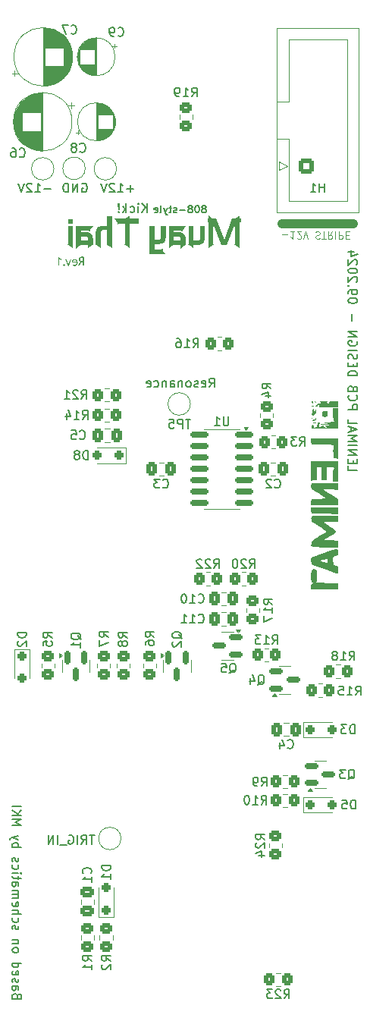
<source format=gbo>
G04 #@! TF.GenerationSoftware,KiCad,Pcbnew,8.0.5*
G04 #@! TF.CreationDate,2024-11-24T11:21:00+01:00*
G04 #@! TF.ProjectId,kicks,6b69636b-732e-46b6-9963-61645f706362,rev?*
G04 #@! TF.SameCoordinates,Original*
G04 #@! TF.FileFunction,Legend,Bot*
G04 #@! TF.FilePolarity,Positive*
%FSLAX46Y46*%
G04 Gerber Fmt 4.6, Leading zero omitted, Abs format (unit mm)*
G04 Created by KiCad (PCBNEW 8.0.5) date 2024-11-24 11:21:00*
%MOMM*%
%LPD*%
G01*
G04 APERTURE LIST*
G04 Aperture macros list*
%AMRoundRect*
0 Rectangle with rounded corners*
0 $1 Rounding radius*
0 $2 $3 $4 $5 $6 $7 $8 $9 X,Y pos of 4 corners*
0 Add a 4 corners polygon primitive as box body*
4,1,4,$2,$3,$4,$5,$6,$7,$8,$9,$2,$3,0*
0 Add four circle primitives for the rounded corners*
1,1,$1+$1,$2,$3*
1,1,$1+$1,$4,$5*
1,1,$1+$1,$6,$7*
1,1,$1+$1,$8,$9*
0 Add four rect primitives between the rounded corners*
20,1,$1+$1,$2,$3,$4,$5,0*
20,1,$1+$1,$4,$5,$6,$7,0*
20,1,$1+$1,$6,$7,$8,$9,0*
20,1,$1+$1,$8,$9,$2,$3,0*%
G04 Aperture macros list end*
%ADD10C,0.150000*%
%ADD11C,0.100000*%
%ADD12C,0.120000*%
%ADD13C,0.000000*%
%ADD14C,1.000000*%
%ADD15R,1.930000X1.830000*%
%ADD16C,2.130000*%
%ADD17O,4.000000X4.000000*%
%ADD18R,1.800000X1.800000*%
%ADD19C,1.800000*%
%ADD20R,1.200000X1.200000*%
%ADD21C,1.200000*%
%ADD22RoundRect,0.250000X0.350000X0.450000X-0.350000X0.450000X-0.350000X-0.450000X0.350000X-0.450000X0*%
%ADD23C,2.000000*%
%ADD24RoundRect,0.250000X-0.450000X0.350000X-0.450000X-0.350000X0.450000X-0.350000X0.450000X0.350000X0*%
%ADD25RoundRect,0.250000X-0.350000X-0.450000X0.350000X-0.450000X0.350000X0.450000X-0.350000X0.450000X0*%
%ADD26RoundRect,0.250000X0.250000X-0.250000X0.250000X0.250000X-0.250000X0.250000X-0.250000X-0.250000X0*%
%ADD27RoundRect,0.250000X-0.250000X0.250000X-0.250000X-0.250000X0.250000X-0.250000X0.250000X0.250000X0*%
%ADD28R,1.600000X1.600000*%
%ADD29C,1.600000*%
%ADD30RoundRect,0.250000X-0.337500X-0.475000X0.337500X-0.475000X0.337500X0.475000X-0.337500X0.475000X0*%
%ADD31RoundRect,0.250000X0.337500X0.475000X-0.337500X0.475000X-0.337500X-0.475000X0.337500X-0.475000X0*%
%ADD32RoundRect,0.250000X-0.475000X0.337500X-0.475000X-0.337500X0.475000X-0.337500X0.475000X0.337500X0*%
%ADD33RoundRect,0.150000X-0.150000X0.587500X-0.150000X-0.587500X0.150000X-0.587500X0.150000X0.587500X0*%
%ADD34RoundRect,0.250000X0.250000X0.250000X-0.250000X0.250000X-0.250000X-0.250000X0.250000X-0.250000X0*%
%ADD35RoundRect,0.250000X0.450000X-0.350000X0.450000X0.350000X-0.450000X0.350000X-0.450000X-0.350000X0*%
%ADD36RoundRect,0.150000X-0.587500X-0.150000X0.587500X-0.150000X0.587500X0.150000X-0.587500X0.150000X0*%
%ADD37RoundRect,0.250000X-0.250000X-0.250000X0.250000X-0.250000X0.250000X0.250000X-0.250000X0.250000X0*%
%ADD38RoundRect,0.150000X0.825000X0.150000X-0.825000X0.150000X-0.825000X-0.150000X0.825000X-0.150000X0*%
%ADD39RoundRect,0.250000X-0.600000X-0.600000X0.600000X-0.600000X0.600000X0.600000X-0.600000X0.600000X0*%
%ADD40C,1.700000*%
%ADD41RoundRect,0.150000X0.587500X0.150000X-0.587500X0.150000X-0.587500X-0.150000X0.587500X-0.150000X0*%
G04 APERTURE END LIST*
D10*
G36*
X76124703Y-72504584D02*
G01*
X75998674Y-72504584D01*
X75998674Y-75410586D01*
X75899950Y-75295210D01*
X75772386Y-75184148D01*
X75627408Y-75095899D01*
X75486035Y-75036390D01*
X75326029Y-74990000D01*
X75442464Y-74892112D01*
X75452058Y-74822205D01*
X75452058Y-72602037D01*
X74578646Y-74990000D01*
X73944103Y-74990000D01*
X73070690Y-72602037D01*
X73070690Y-74822205D01*
X73125609Y-74962926D01*
X73196720Y-74990000D01*
X73036718Y-75036390D01*
X72895379Y-75095899D01*
X72750515Y-75184148D01*
X72623191Y-75295210D01*
X72524808Y-75410586D01*
X72524808Y-72504584D01*
X72398778Y-72504584D01*
X72398778Y-72042965D01*
X72524808Y-72042965D01*
X72524808Y-71623112D01*
X72622501Y-71744573D01*
X72729226Y-71853844D01*
X72848606Y-71944142D01*
X72984263Y-72008687D01*
X73139819Y-72040697D01*
X73196720Y-72042965D01*
X73356454Y-72042965D01*
X74263572Y-74452909D01*
X75167027Y-72042965D01*
X75326029Y-72042965D01*
X75489300Y-72023307D01*
X75631272Y-71968854D01*
X75755681Y-71886386D01*
X75866267Y-71782686D01*
X75966768Y-71664535D01*
X75998674Y-71623112D01*
X75998674Y-72042965D01*
X76124703Y-72042965D01*
X76124703Y-72504584D01*
G37*
G36*
X70298778Y-72879741D02*
G01*
X70844661Y-72879741D01*
X70844661Y-74528381D01*
X71307013Y-74528381D01*
X71459402Y-74490273D01*
X71548054Y-74365731D01*
X71559071Y-74274856D01*
X71559071Y-72879741D01*
X72104954Y-72879741D01*
X72104954Y-74274856D01*
X72091689Y-74444642D01*
X72053102Y-74590926D01*
X71972019Y-74741137D01*
X71857740Y-74855562D01*
X71713804Y-74934722D01*
X71543748Y-74979136D01*
X71391277Y-74990000D01*
X70844661Y-74990000D01*
X70844661Y-75410586D01*
X70746277Y-75295210D01*
X70618953Y-75184148D01*
X70474089Y-75095899D01*
X70332751Y-75036390D01*
X70172749Y-74990000D01*
X70289184Y-74892421D01*
X70298778Y-74822205D01*
X70298778Y-72879741D01*
G37*
G36*
X69892509Y-72978426D02*
G01*
X69781448Y-73105635D01*
X69693198Y-73249576D01*
X69633689Y-73389235D01*
X69587299Y-73546524D01*
X69489411Y-73435550D01*
X69419504Y-73426357D01*
X68621563Y-73426357D01*
X68621563Y-73590488D01*
X69251709Y-73590488D01*
X69404181Y-73601369D01*
X69574237Y-73645961D01*
X69718173Y-73725662D01*
X69832452Y-73841191D01*
X69913535Y-73993271D01*
X69952122Y-74141736D01*
X69965387Y-74314424D01*
X69965387Y-74822205D01*
X70020306Y-74963119D01*
X70091416Y-74990000D01*
X69931414Y-75036390D01*
X69790076Y-75095899D01*
X69645212Y-75184148D01*
X69517888Y-75295210D01*
X69419504Y-75410586D01*
X69419504Y-74990000D01*
X68747592Y-74990000D01*
X68584597Y-75009725D01*
X68442710Y-75064343D01*
X68318307Y-75147013D01*
X68207766Y-75250897D01*
X68107464Y-75369154D01*
X68075680Y-75410586D01*
X68075680Y-74528381D01*
X68621563Y-74528381D01*
X69419504Y-74528381D01*
X69419504Y-74314424D01*
X69389822Y-74170465D01*
X69278325Y-74070690D01*
X69167445Y-74052107D01*
X68621563Y-74052107D01*
X68621563Y-74528381D01*
X68075680Y-74528381D01*
X68075680Y-72879741D01*
X70007885Y-72879741D01*
X69892509Y-72978426D01*
G37*
G36*
X65934647Y-72879741D02*
G01*
X66480530Y-72879741D01*
X66480530Y-74427264D01*
X66942882Y-74427264D01*
X67095271Y-74389568D01*
X67183923Y-74266459D01*
X67194940Y-74176671D01*
X67194940Y-72879741D01*
X67740823Y-72879741D01*
X67740823Y-74176671D01*
X67727558Y-74345731D01*
X67688971Y-74491469D01*
X67607888Y-74641213D01*
X67493609Y-74755363D01*
X67349673Y-74834387D01*
X67179617Y-74878756D01*
X67027145Y-74889616D01*
X66480530Y-74889616D01*
X66480530Y-75475799D01*
X67194940Y-75475799D01*
X67335661Y-75421381D01*
X67362735Y-75350502D01*
X67409126Y-75510164D01*
X67468634Y-75651288D01*
X67556884Y-75796023D01*
X67667945Y-75923302D01*
X67783321Y-76021681D01*
X65934647Y-76021681D01*
X65934647Y-72879741D01*
G37*
G36*
X64704396Y-72052491D02*
G01*
X64704396Y-72598374D01*
X63734263Y-72598374D01*
X63734263Y-75412784D01*
X63635879Y-75297413D01*
X63508555Y-75186396D01*
X63363692Y-75098276D01*
X63222353Y-75038981D01*
X63062351Y-74992930D01*
X63178683Y-74894939D01*
X63188381Y-74825136D01*
X63188381Y-72598374D01*
X62545778Y-72598374D01*
X62404684Y-72653292D01*
X62377250Y-72724403D01*
X62331199Y-72564736D01*
X62271905Y-72423578D01*
X62183785Y-72278729D01*
X62072768Y-72151209D01*
X61957397Y-72052491D01*
X63062351Y-72052491D01*
X63225346Y-72032833D01*
X63367234Y-71978379D01*
X63491637Y-71895912D01*
X63602178Y-71792212D01*
X63702479Y-71674060D01*
X63734263Y-71632637D01*
X63734263Y-72052491D01*
X64704396Y-72052491D01*
G37*
G36*
X61750034Y-75400327D02*
G01*
X61651651Y-75284957D01*
X61524327Y-75173939D01*
X61379463Y-75085819D01*
X61238124Y-75026525D01*
X61078122Y-74980474D01*
X61194454Y-74882174D01*
X61204152Y-74811946D01*
X61204152Y-73342093D01*
X60741800Y-73342093D01*
X60589726Y-73380102D01*
X60500821Y-73503956D01*
X60489741Y-73594152D01*
X60489741Y-75400327D01*
X60391357Y-75284957D01*
X60264033Y-75173939D01*
X60119170Y-75085819D01*
X59977831Y-75026525D01*
X59817829Y-74980474D01*
X59934264Y-74882174D01*
X59943859Y-74811946D01*
X59943859Y-73594152D01*
X59957155Y-73424818D01*
X59995825Y-73278815D01*
X60077058Y-73128765D01*
X60191507Y-73014354D01*
X60335600Y-72935127D01*
X60505765Y-72890633D01*
X60658269Y-72879741D01*
X61204152Y-72879741D01*
X61204152Y-71829741D01*
X61750034Y-71829741D01*
X61750034Y-75400327D01*
G37*
G36*
X59537590Y-72978426D02*
G01*
X59426528Y-73105635D01*
X59338278Y-73249576D01*
X59278770Y-73389235D01*
X59232379Y-73546524D01*
X59134491Y-73435550D01*
X59064584Y-73426357D01*
X58266643Y-73426357D01*
X58266643Y-73590488D01*
X58896789Y-73590488D01*
X59049261Y-73601369D01*
X59219317Y-73645961D01*
X59363253Y-73725662D01*
X59477532Y-73841191D01*
X59558615Y-73993271D01*
X59597202Y-74141736D01*
X59610467Y-74314424D01*
X59610467Y-74822205D01*
X59665386Y-74963119D01*
X59736496Y-74990000D01*
X59576495Y-75036390D01*
X59435156Y-75095899D01*
X59290292Y-75184148D01*
X59162968Y-75295210D01*
X59064584Y-75410586D01*
X59064584Y-74990000D01*
X58392672Y-74990000D01*
X58229678Y-75009725D01*
X58087790Y-75064343D01*
X57963387Y-75147013D01*
X57852846Y-75250897D01*
X57752545Y-75369154D01*
X57720760Y-75410586D01*
X57720760Y-74528381D01*
X58266643Y-74528381D01*
X59064584Y-74528381D01*
X59064584Y-74314424D01*
X59034902Y-74170465D01*
X58923405Y-74070690D01*
X58812526Y-74052107D01*
X58266643Y-74052107D01*
X58266643Y-74528381D01*
X57720760Y-74528381D01*
X57720760Y-72879741D01*
X59652965Y-72879741D01*
X59537590Y-72978426D01*
G37*
G36*
X56840020Y-72676043D02*
G01*
X56840020Y-72129427D01*
X57385903Y-72129427D01*
X57385903Y-72676043D01*
X56840020Y-72676043D01*
G37*
G36*
X56831960Y-72879741D02*
G01*
X57377843Y-72879741D01*
X57377843Y-75400327D01*
X57279124Y-75284957D01*
X57151605Y-75173939D01*
X57006756Y-75085819D01*
X56865598Y-75026525D01*
X56705931Y-74980474D01*
X56822263Y-74882174D01*
X56831960Y-74811946D01*
X56831960Y-72879741D01*
G37*
X58389411Y-68167438D02*
X58484649Y-68119819D01*
X58484649Y-68119819D02*
X58627506Y-68119819D01*
X58627506Y-68119819D02*
X58770363Y-68167438D01*
X58770363Y-68167438D02*
X58865601Y-68262676D01*
X58865601Y-68262676D02*
X58913220Y-68357914D01*
X58913220Y-68357914D02*
X58960839Y-68548390D01*
X58960839Y-68548390D02*
X58960839Y-68691247D01*
X58960839Y-68691247D02*
X58913220Y-68881723D01*
X58913220Y-68881723D02*
X58865601Y-68976961D01*
X58865601Y-68976961D02*
X58770363Y-69072200D01*
X58770363Y-69072200D02*
X58627506Y-69119819D01*
X58627506Y-69119819D02*
X58532268Y-69119819D01*
X58532268Y-69119819D02*
X58389411Y-69072200D01*
X58389411Y-69072200D02*
X58341792Y-69024580D01*
X58341792Y-69024580D02*
X58341792Y-68691247D01*
X58341792Y-68691247D02*
X58532268Y-68691247D01*
X57913220Y-69119819D02*
X57913220Y-68119819D01*
X57913220Y-68119819D02*
X57341792Y-69119819D01*
X57341792Y-69119819D02*
X57341792Y-68119819D01*
X56865601Y-69119819D02*
X56865601Y-68119819D01*
X56865601Y-68119819D02*
X56627506Y-68119819D01*
X56627506Y-68119819D02*
X56484649Y-68167438D01*
X56484649Y-68167438D02*
X56389411Y-68262676D01*
X56389411Y-68262676D02*
X56341792Y-68357914D01*
X56341792Y-68357914D02*
X56294173Y-68548390D01*
X56294173Y-68548390D02*
X56294173Y-68691247D01*
X56294173Y-68691247D02*
X56341792Y-68881723D01*
X56341792Y-68881723D02*
X56389411Y-68976961D01*
X56389411Y-68976961D02*
X56484649Y-69072200D01*
X56484649Y-69072200D02*
X56627506Y-69119819D01*
X56627506Y-69119819D02*
X56865601Y-69119819D01*
X51153990Y-158829887D02*
X51106371Y-158687030D01*
X51106371Y-158687030D02*
X51058752Y-158639411D01*
X51058752Y-158639411D02*
X50963514Y-158591792D01*
X50963514Y-158591792D02*
X50820657Y-158591792D01*
X50820657Y-158591792D02*
X50725419Y-158639411D01*
X50725419Y-158639411D02*
X50677800Y-158687030D01*
X50677800Y-158687030D02*
X50630180Y-158782268D01*
X50630180Y-158782268D02*
X50630180Y-159163220D01*
X50630180Y-159163220D02*
X51630180Y-159163220D01*
X51630180Y-159163220D02*
X51630180Y-158829887D01*
X51630180Y-158829887D02*
X51582561Y-158734649D01*
X51582561Y-158734649D02*
X51534942Y-158687030D01*
X51534942Y-158687030D02*
X51439704Y-158639411D01*
X51439704Y-158639411D02*
X51344466Y-158639411D01*
X51344466Y-158639411D02*
X51249228Y-158687030D01*
X51249228Y-158687030D02*
X51201609Y-158734649D01*
X51201609Y-158734649D02*
X51153990Y-158829887D01*
X51153990Y-158829887D02*
X51153990Y-159163220D01*
X50630180Y-157734649D02*
X51153990Y-157734649D01*
X51153990Y-157734649D02*
X51249228Y-157782268D01*
X51249228Y-157782268D02*
X51296847Y-157877506D01*
X51296847Y-157877506D02*
X51296847Y-158067982D01*
X51296847Y-158067982D02*
X51249228Y-158163220D01*
X50677800Y-157734649D02*
X50630180Y-157829887D01*
X50630180Y-157829887D02*
X50630180Y-158067982D01*
X50630180Y-158067982D02*
X50677800Y-158163220D01*
X50677800Y-158163220D02*
X50773038Y-158210839D01*
X50773038Y-158210839D02*
X50868276Y-158210839D01*
X50868276Y-158210839D02*
X50963514Y-158163220D01*
X50963514Y-158163220D02*
X51011133Y-158067982D01*
X51011133Y-158067982D02*
X51011133Y-157829887D01*
X51011133Y-157829887D02*
X51058752Y-157734649D01*
X50677800Y-157306077D02*
X50630180Y-157210839D01*
X50630180Y-157210839D02*
X50630180Y-157020363D01*
X50630180Y-157020363D02*
X50677800Y-156925125D01*
X50677800Y-156925125D02*
X50773038Y-156877506D01*
X50773038Y-156877506D02*
X50820657Y-156877506D01*
X50820657Y-156877506D02*
X50915895Y-156925125D01*
X50915895Y-156925125D02*
X50963514Y-157020363D01*
X50963514Y-157020363D02*
X50963514Y-157163220D01*
X50963514Y-157163220D02*
X51011133Y-157258458D01*
X51011133Y-157258458D02*
X51106371Y-157306077D01*
X51106371Y-157306077D02*
X51153990Y-157306077D01*
X51153990Y-157306077D02*
X51249228Y-157258458D01*
X51249228Y-157258458D02*
X51296847Y-157163220D01*
X51296847Y-157163220D02*
X51296847Y-157020363D01*
X51296847Y-157020363D02*
X51249228Y-156925125D01*
X50677800Y-156067982D02*
X50630180Y-156163220D01*
X50630180Y-156163220D02*
X50630180Y-156353696D01*
X50630180Y-156353696D02*
X50677800Y-156448934D01*
X50677800Y-156448934D02*
X50773038Y-156496553D01*
X50773038Y-156496553D02*
X51153990Y-156496553D01*
X51153990Y-156496553D02*
X51249228Y-156448934D01*
X51249228Y-156448934D02*
X51296847Y-156353696D01*
X51296847Y-156353696D02*
X51296847Y-156163220D01*
X51296847Y-156163220D02*
X51249228Y-156067982D01*
X51249228Y-156067982D02*
X51153990Y-156020363D01*
X51153990Y-156020363D02*
X51058752Y-156020363D01*
X51058752Y-156020363D02*
X50963514Y-156496553D01*
X50630180Y-155163220D02*
X51630180Y-155163220D01*
X50677800Y-155163220D02*
X50630180Y-155258458D01*
X50630180Y-155258458D02*
X50630180Y-155448934D01*
X50630180Y-155448934D02*
X50677800Y-155544172D01*
X50677800Y-155544172D02*
X50725419Y-155591791D01*
X50725419Y-155591791D02*
X50820657Y-155639410D01*
X50820657Y-155639410D02*
X51106371Y-155639410D01*
X51106371Y-155639410D02*
X51201609Y-155591791D01*
X51201609Y-155591791D02*
X51249228Y-155544172D01*
X51249228Y-155544172D02*
X51296847Y-155448934D01*
X51296847Y-155448934D02*
X51296847Y-155258458D01*
X51296847Y-155258458D02*
X51249228Y-155163220D01*
X50630180Y-153782267D02*
X50677800Y-153877505D01*
X50677800Y-153877505D02*
X50725419Y-153925124D01*
X50725419Y-153925124D02*
X50820657Y-153972743D01*
X50820657Y-153972743D02*
X51106371Y-153972743D01*
X51106371Y-153972743D02*
X51201609Y-153925124D01*
X51201609Y-153925124D02*
X51249228Y-153877505D01*
X51249228Y-153877505D02*
X51296847Y-153782267D01*
X51296847Y-153782267D02*
X51296847Y-153639410D01*
X51296847Y-153639410D02*
X51249228Y-153544172D01*
X51249228Y-153544172D02*
X51201609Y-153496553D01*
X51201609Y-153496553D02*
X51106371Y-153448934D01*
X51106371Y-153448934D02*
X50820657Y-153448934D01*
X50820657Y-153448934D02*
X50725419Y-153496553D01*
X50725419Y-153496553D02*
X50677800Y-153544172D01*
X50677800Y-153544172D02*
X50630180Y-153639410D01*
X50630180Y-153639410D02*
X50630180Y-153782267D01*
X51296847Y-153020362D02*
X50630180Y-153020362D01*
X51201609Y-153020362D02*
X51249228Y-152972743D01*
X51249228Y-152972743D02*
X51296847Y-152877505D01*
X51296847Y-152877505D02*
X51296847Y-152734648D01*
X51296847Y-152734648D02*
X51249228Y-152639410D01*
X51249228Y-152639410D02*
X51153990Y-152591791D01*
X51153990Y-152591791D02*
X50630180Y-152591791D01*
X50677800Y-151401314D02*
X50630180Y-151306076D01*
X50630180Y-151306076D02*
X50630180Y-151115600D01*
X50630180Y-151115600D02*
X50677800Y-151020362D01*
X50677800Y-151020362D02*
X50773038Y-150972743D01*
X50773038Y-150972743D02*
X50820657Y-150972743D01*
X50820657Y-150972743D02*
X50915895Y-151020362D01*
X50915895Y-151020362D02*
X50963514Y-151115600D01*
X50963514Y-151115600D02*
X50963514Y-151258457D01*
X50963514Y-151258457D02*
X51011133Y-151353695D01*
X51011133Y-151353695D02*
X51106371Y-151401314D01*
X51106371Y-151401314D02*
X51153990Y-151401314D01*
X51153990Y-151401314D02*
X51249228Y-151353695D01*
X51249228Y-151353695D02*
X51296847Y-151258457D01*
X51296847Y-151258457D02*
X51296847Y-151115600D01*
X51296847Y-151115600D02*
X51249228Y-151020362D01*
X50677800Y-150115600D02*
X50630180Y-150210838D01*
X50630180Y-150210838D02*
X50630180Y-150401314D01*
X50630180Y-150401314D02*
X50677800Y-150496552D01*
X50677800Y-150496552D02*
X50725419Y-150544171D01*
X50725419Y-150544171D02*
X50820657Y-150591790D01*
X50820657Y-150591790D02*
X51106371Y-150591790D01*
X51106371Y-150591790D02*
X51201609Y-150544171D01*
X51201609Y-150544171D02*
X51249228Y-150496552D01*
X51249228Y-150496552D02*
X51296847Y-150401314D01*
X51296847Y-150401314D02*
X51296847Y-150210838D01*
X51296847Y-150210838D02*
X51249228Y-150115600D01*
X50630180Y-149687028D02*
X51630180Y-149687028D01*
X50630180Y-149258457D02*
X51153990Y-149258457D01*
X51153990Y-149258457D02*
X51249228Y-149306076D01*
X51249228Y-149306076D02*
X51296847Y-149401314D01*
X51296847Y-149401314D02*
X51296847Y-149544171D01*
X51296847Y-149544171D02*
X51249228Y-149639409D01*
X51249228Y-149639409D02*
X51201609Y-149687028D01*
X50677800Y-148401314D02*
X50630180Y-148496552D01*
X50630180Y-148496552D02*
X50630180Y-148687028D01*
X50630180Y-148687028D02*
X50677800Y-148782266D01*
X50677800Y-148782266D02*
X50773038Y-148829885D01*
X50773038Y-148829885D02*
X51153990Y-148829885D01*
X51153990Y-148829885D02*
X51249228Y-148782266D01*
X51249228Y-148782266D02*
X51296847Y-148687028D01*
X51296847Y-148687028D02*
X51296847Y-148496552D01*
X51296847Y-148496552D02*
X51249228Y-148401314D01*
X51249228Y-148401314D02*
X51153990Y-148353695D01*
X51153990Y-148353695D02*
X51058752Y-148353695D01*
X51058752Y-148353695D02*
X50963514Y-148829885D01*
X50630180Y-147925123D02*
X51296847Y-147925123D01*
X51201609Y-147925123D02*
X51249228Y-147877504D01*
X51249228Y-147877504D02*
X51296847Y-147782266D01*
X51296847Y-147782266D02*
X51296847Y-147639409D01*
X51296847Y-147639409D02*
X51249228Y-147544171D01*
X51249228Y-147544171D02*
X51153990Y-147496552D01*
X51153990Y-147496552D02*
X50630180Y-147496552D01*
X51153990Y-147496552D02*
X51249228Y-147448933D01*
X51249228Y-147448933D02*
X51296847Y-147353695D01*
X51296847Y-147353695D02*
X51296847Y-147210838D01*
X51296847Y-147210838D02*
X51249228Y-147115599D01*
X51249228Y-147115599D02*
X51153990Y-147067980D01*
X51153990Y-147067980D02*
X50630180Y-147067980D01*
X50630180Y-146163219D02*
X51153990Y-146163219D01*
X51153990Y-146163219D02*
X51249228Y-146210838D01*
X51249228Y-146210838D02*
X51296847Y-146306076D01*
X51296847Y-146306076D02*
X51296847Y-146496552D01*
X51296847Y-146496552D02*
X51249228Y-146591790D01*
X50677800Y-146163219D02*
X50630180Y-146258457D01*
X50630180Y-146258457D02*
X50630180Y-146496552D01*
X50630180Y-146496552D02*
X50677800Y-146591790D01*
X50677800Y-146591790D02*
X50773038Y-146639409D01*
X50773038Y-146639409D02*
X50868276Y-146639409D01*
X50868276Y-146639409D02*
X50963514Y-146591790D01*
X50963514Y-146591790D02*
X51011133Y-146496552D01*
X51011133Y-146496552D02*
X51011133Y-146258457D01*
X51011133Y-146258457D02*
X51058752Y-146163219D01*
X51296847Y-145829885D02*
X51296847Y-145448933D01*
X51630180Y-145687028D02*
X50773038Y-145687028D01*
X50773038Y-145687028D02*
X50677800Y-145639409D01*
X50677800Y-145639409D02*
X50630180Y-145544171D01*
X50630180Y-145544171D02*
X50630180Y-145448933D01*
X50630180Y-145115599D02*
X51296847Y-145115599D01*
X51630180Y-145115599D02*
X51582561Y-145163218D01*
X51582561Y-145163218D02*
X51534942Y-145115599D01*
X51534942Y-145115599D02*
X51582561Y-145067980D01*
X51582561Y-145067980D02*
X51630180Y-145115599D01*
X51630180Y-145115599D02*
X51534942Y-145115599D01*
X50677800Y-144210838D02*
X50630180Y-144306076D01*
X50630180Y-144306076D02*
X50630180Y-144496552D01*
X50630180Y-144496552D02*
X50677800Y-144591790D01*
X50677800Y-144591790D02*
X50725419Y-144639409D01*
X50725419Y-144639409D02*
X50820657Y-144687028D01*
X50820657Y-144687028D02*
X51106371Y-144687028D01*
X51106371Y-144687028D02*
X51201609Y-144639409D01*
X51201609Y-144639409D02*
X51249228Y-144591790D01*
X51249228Y-144591790D02*
X51296847Y-144496552D01*
X51296847Y-144496552D02*
X51296847Y-144306076D01*
X51296847Y-144306076D02*
X51249228Y-144210838D01*
X50677800Y-143829885D02*
X50630180Y-143734647D01*
X50630180Y-143734647D02*
X50630180Y-143544171D01*
X50630180Y-143544171D02*
X50677800Y-143448933D01*
X50677800Y-143448933D02*
X50773038Y-143401314D01*
X50773038Y-143401314D02*
X50820657Y-143401314D01*
X50820657Y-143401314D02*
X50915895Y-143448933D01*
X50915895Y-143448933D02*
X50963514Y-143544171D01*
X50963514Y-143544171D02*
X50963514Y-143687028D01*
X50963514Y-143687028D02*
X51011133Y-143782266D01*
X51011133Y-143782266D02*
X51106371Y-143829885D01*
X51106371Y-143829885D02*
X51153990Y-143829885D01*
X51153990Y-143829885D02*
X51249228Y-143782266D01*
X51249228Y-143782266D02*
X51296847Y-143687028D01*
X51296847Y-143687028D02*
X51296847Y-143544171D01*
X51296847Y-143544171D02*
X51249228Y-143448933D01*
X50630180Y-142210837D02*
X51630180Y-142210837D01*
X51249228Y-142210837D02*
X51296847Y-142115599D01*
X51296847Y-142115599D02*
X51296847Y-141925123D01*
X51296847Y-141925123D02*
X51249228Y-141829885D01*
X51249228Y-141829885D02*
X51201609Y-141782266D01*
X51201609Y-141782266D02*
X51106371Y-141734647D01*
X51106371Y-141734647D02*
X50820657Y-141734647D01*
X50820657Y-141734647D02*
X50725419Y-141782266D01*
X50725419Y-141782266D02*
X50677800Y-141829885D01*
X50677800Y-141829885D02*
X50630180Y-141925123D01*
X50630180Y-141925123D02*
X50630180Y-142115599D01*
X50630180Y-142115599D02*
X50677800Y-142210837D01*
X51296847Y-141401313D02*
X50630180Y-141163218D01*
X51296847Y-140925123D02*
X50630180Y-141163218D01*
X50630180Y-141163218D02*
X50392085Y-141258456D01*
X50392085Y-141258456D02*
X50344466Y-141306075D01*
X50344466Y-141306075D02*
X50296847Y-141401313D01*
X50630180Y-139782265D02*
X51630180Y-139782265D01*
X51630180Y-139782265D02*
X50915895Y-139448932D01*
X50915895Y-139448932D02*
X51630180Y-139115599D01*
X51630180Y-139115599D02*
X50630180Y-139115599D01*
X50630180Y-138639408D02*
X51630180Y-138639408D01*
X50630180Y-138067980D02*
X51201609Y-138496551D01*
X51630180Y-138067980D02*
X51058752Y-138639408D01*
X50630180Y-137639408D02*
X51630180Y-137639408D01*
X72096554Y-70937152D02*
X72172744Y-70899057D01*
X72172744Y-70899057D02*
X72210839Y-70860961D01*
X72210839Y-70860961D02*
X72248935Y-70784771D01*
X72248935Y-70784771D02*
X72248935Y-70746676D01*
X72248935Y-70746676D02*
X72210839Y-70670485D01*
X72210839Y-70670485D02*
X72172744Y-70632390D01*
X72172744Y-70632390D02*
X72096554Y-70594295D01*
X72096554Y-70594295D02*
X71944173Y-70594295D01*
X71944173Y-70594295D02*
X71867982Y-70632390D01*
X71867982Y-70632390D02*
X71829887Y-70670485D01*
X71829887Y-70670485D02*
X71791792Y-70746676D01*
X71791792Y-70746676D02*
X71791792Y-70784771D01*
X71791792Y-70784771D02*
X71829887Y-70860961D01*
X71829887Y-70860961D02*
X71867982Y-70899057D01*
X71867982Y-70899057D02*
X71944173Y-70937152D01*
X71944173Y-70937152D02*
X72096554Y-70937152D01*
X72096554Y-70937152D02*
X72172744Y-70975247D01*
X72172744Y-70975247D02*
X72210839Y-71013342D01*
X72210839Y-71013342D02*
X72248935Y-71089533D01*
X72248935Y-71089533D02*
X72248935Y-71241914D01*
X72248935Y-71241914D02*
X72210839Y-71318104D01*
X72210839Y-71318104D02*
X72172744Y-71356200D01*
X72172744Y-71356200D02*
X72096554Y-71394295D01*
X72096554Y-71394295D02*
X71944173Y-71394295D01*
X71944173Y-71394295D02*
X71867982Y-71356200D01*
X71867982Y-71356200D02*
X71829887Y-71318104D01*
X71829887Y-71318104D02*
X71791792Y-71241914D01*
X71791792Y-71241914D02*
X71791792Y-71089533D01*
X71791792Y-71089533D02*
X71829887Y-71013342D01*
X71829887Y-71013342D02*
X71867982Y-70975247D01*
X71867982Y-70975247D02*
X71944173Y-70937152D01*
X71296553Y-70594295D02*
X71220363Y-70594295D01*
X71220363Y-70594295D02*
X71144172Y-70632390D01*
X71144172Y-70632390D02*
X71106077Y-70670485D01*
X71106077Y-70670485D02*
X71067982Y-70746676D01*
X71067982Y-70746676D02*
X71029887Y-70899057D01*
X71029887Y-70899057D02*
X71029887Y-71089533D01*
X71029887Y-71089533D02*
X71067982Y-71241914D01*
X71067982Y-71241914D02*
X71106077Y-71318104D01*
X71106077Y-71318104D02*
X71144172Y-71356200D01*
X71144172Y-71356200D02*
X71220363Y-71394295D01*
X71220363Y-71394295D02*
X71296553Y-71394295D01*
X71296553Y-71394295D02*
X71372744Y-71356200D01*
X71372744Y-71356200D02*
X71410839Y-71318104D01*
X71410839Y-71318104D02*
X71448934Y-71241914D01*
X71448934Y-71241914D02*
X71487030Y-71089533D01*
X71487030Y-71089533D02*
X71487030Y-70899057D01*
X71487030Y-70899057D02*
X71448934Y-70746676D01*
X71448934Y-70746676D02*
X71410839Y-70670485D01*
X71410839Y-70670485D02*
X71372744Y-70632390D01*
X71372744Y-70632390D02*
X71296553Y-70594295D01*
X70572744Y-70937152D02*
X70648934Y-70899057D01*
X70648934Y-70899057D02*
X70687029Y-70860961D01*
X70687029Y-70860961D02*
X70725125Y-70784771D01*
X70725125Y-70784771D02*
X70725125Y-70746676D01*
X70725125Y-70746676D02*
X70687029Y-70670485D01*
X70687029Y-70670485D02*
X70648934Y-70632390D01*
X70648934Y-70632390D02*
X70572744Y-70594295D01*
X70572744Y-70594295D02*
X70420363Y-70594295D01*
X70420363Y-70594295D02*
X70344172Y-70632390D01*
X70344172Y-70632390D02*
X70306077Y-70670485D01*
X70306077Y-70670485D02*
X70267982Y-70746676D01*
X70267982Y-70746676D02*
X70267982Y-70784771D01*
X70267982Y-70784771D02*
X70306077Y-70860961D01*
X70306077Y-70860961D02*
X70344172Y-70899057D01*
X70344172Y-70899057D02*
X70420363Y-70937152D01*
X70420363Y-70937152D02*
X70572744Y-70937152D01*
X70572744Y-70937152D02*
X70648934Y-70975247D01*
X70648934Y-70975247D02*
X70687029Y-71013342D01*
X70687029Y-71013342D02*
X70725125Y-71089533D01*
X70725125Y-71089533D02*
X70725125Y-71241914D01*
X70725125Y-71241914D02*
X70687029Y-71318104D01*
X70687029Y-71318104D02*
X70648934Y-71356200D01*
X70648934Y-71356200D02*
X70572744Y-71394295D01*
X70572744Y-71394295D02*
X70420363Y-71394295D01*
X70420363Y-71394295D02*
X70344172Y-71356200D01*
X70344172Y-71356200D02*
X70306077Y-71318104D01*
X70306077Y-71318104D02*
X70267982Y-71241914D01*
X70267982Y-71241914D02*
X70267982Y-71089533D01*
X70267982Y-71089533D02*
X70306077Y-71013342D01*
X70306077Y-71013342D02*
X70344172Y-70975247D01*
X70344172Y-70975247D02*
X70420363Y-70937152D01*
X69925124Y-71089533D02*
X69315601Y-71089533D01*
X68972744Y-71356200D02*
X68896553Y-71394295D01*
X68896553Y-71394295D02*
X68744172Y-71394295D01*
X68744172Y-71394295D02*
X68667982Y-71356200D01*
X68667982Y-71356200D02*
X68629886Y-71280009D01*
X68629886Y-71280009D02*
X68629886Y-71241914D01*
X68629886Y-71241914D02*
X68667982Y-71165723D01*
X68667982Y-71165723D02*
X68744172Y-71127628D01*
X68744172Y-71127628D02*
X68858458Y-71127628D01*
X68858458Y-71127628D02*
X68934648Y-71089533D01*
X68934648Y-71089533D02*
X68972744Y-71013342D01*
X68972744Y-71013342D02*
X68972744Y-70975247D01*
X68972744Y-70975247D02*
X68934648Y-70899057D01*
X68934648Y-70899057D02*
X68858458Y-70860961D01*
X68858458Y-70860961D02*
X68744172Y-70860961D01*
X68744172Y-70860961D02*
X68667982Y-70899057D01*
X68401315Y-70860961D02*
X68096553Y-70860961D01*
X68287029Y-70594295D02*
X68287029Y-71280009D01*
X68287029Y-71280009D02*
X68248934Y-71356200D01*
X68248934Y-71356200D02*
X68172744Y-71394295D01*
X68172744Y-71394295D02*
X68096553Y-71394295D01*
X67906077Y-70860961D02*
X67715601Y-71394295D01*
X67525124Y-70860961D02*
X67715601Y-71394295D01*
X67715601Y-71394295D02*
X67791791Y-71584771D01*
X67791791Y-71584771D02*
X67829886Y-71622866D01*
X67829886Y-71622866D02*
X67906077Y-71660961D01*
X67106077Y-71394295D02*
X67182267Y-71356200D01*
X67182267Y-71356200D02*
X67220362Y-71280009D01*
X67220362Y-71280009D02*
X67220362Y-70594295D01*
X66496552Y-71356200D02*
X66572743Y-71394295D01*
X66572743Y-71394295D02*
X66725124Y-71394295D01*
X66725124Y-71394295D02*
X66801314Y-71356200D01*
X66801314Y-71356200D02*
X66839410Y-71280009D01*
X66839410Y-71280009D02*
X66839410Y-70975247D01*
X66839410Y-70975247D02*
X66801314Y-70899057D01*
X66801314Y-70899057D02*
X66725124Y-70860961D01*
X66725124Y-70860961D02*
X66572743Y-70860961D01*
X66572743Y-70860961D02*
X66496552Y-70899057D01*
X66496552Y-70899057D02*
X66458457Y-70975247D01*
X66458457Y-70975247D02*
X66458457Y-71051438D01*
X66458457Y-71051438D02*
X66839410Y-71127628D01*
X88130180Y-99687030D02*
X88130180Y-100163220D01*
X88130180Y-100163220D02*
X89130180Y-100163220D01*
X88653990Y-99353696D02*
X88653990Y-99020363D01*
X88130180Y-98877506D02*
X88130180Y-99353696D01*
X88130180Y-99353696D02*
X89130180Y-99353696D01*
X89130180Y-99353696D02*
X89130180Y-98877506D01*
X88130180Y-98448934D02*
X89130180Y-98448934D01*
X89130180Y-98448934D02*
X88130180Y-97877506D01*
X88130180Y-97877506D02*
X89130180Y-97877506D01*
X88130180Y-97401315D02*
X89130180Y-97401315D01*
X88130180Y-96925125D02*
X89130180Y-96925125D01*
X89130180Y-96925125D02*
X88415895Y-96591792D01*
X88415895Y-96591792D02*
X89130180Y-96258459D01*
X89130180Y-96258459D02*
X88130180Y-96258459D01*
X88415895Y-95829887D02*
X88415895Y-95353697D01*
X88130180Y-95925125D02*
X89130180Y-95591792D01*
X89130180Y-95591792D02*
X88130180Y-95258459D01*
X88130180Y-94448935D02*
X88130180Y-94925125D01*
X88130180Y-94925125D02*
X89130180Y-94925125D01*
X88130180Y-93353696D02*
X89130180Y-93353696D01*
X89130180Y-93353696D02*
X89130180Y-92972744D01*
X89130180Y-92972744D02*
X89082561Y-92877506D01*
X89082561Y-92877506D02*
X89034942Y-92829887D01*
X89034942Y-92829887D02*
X88939704Y-92782268D01*
X88939704Y-92782268D02*
X88796847Y-92782268D01*
X88796847Y-92782268D02*
X88701609Y-92829887D01*
X88701609Y-92829887D02*
X88653990Y-92877506D01*
X88653990Y-92877506D02*
X88606371Y-92972744D01*
X88606371Y-92972744D02*
X88606371Y-93353696D01*
X88225419Y-91782268D02*
X88177800Y-91829887D01*
X88177800Y-91829887D02*
X88130180Y-91972744D01*
X88130180Y-91972744D02*
X88130180Y-92067982D01*
X88130180Y-92067982D02*
X88177800Y-92210839D01*
X88177800Y-92210839D02*
X88273038Y-92306077D01*
X88273038Y-92306077D02*
X88368276Y-92353696D01*
X88368276Y-92353696D02*
X88558752Y-92401315D01*
X88558752Y-92401315D02*
X88701609Y-92401315D01*
X88701609Y-92401315D02*
X88892085Y-92353696D01*
X88892085Y-92353696D02*
X88987323Y-92306077D01*
X88987323Y-92306077D02*
X89082561Y-92210839D01*
X89082561Y-92210839D02*
X89130180Y-92067982D01*
X89130180Y-92067982D02*
X89130180Y-91972744D01*
X89130180Y-91972744D02*
X89082561Y-91829887D01*
X89082561Y-91829887D02*
X89034942Y-91782268D01*
X88653990Y-91020363D02*
X88606371Y-90877506D01*
X88606371Y-90877506D02*
X88558752Y-90829887D01*
X88558752Y-90829887D02*
X88463514Y-90782268D01*
X88463514Y-90782268D02*
X88320657Y-90782268D01*
X88320657Y-90782268D02*
X88225419Y-90829887D01*
X88225419Y-90829887D02*
X88177800Y-90877506D01*
X88177800Y-90877506D02*
X88130180Y-90972744D01*
X88130180Y-90972744D02*
X88130180Y-91353696D01*
X88130180Y-91353696D02*
X89130180Y-91353696D01*
X89130180Y-91353696D02*
X89130180Y-91020363D01*
X89130180Y-91020363D02*
X89082561Y-90925125D01*
X89082561Y-90925125D02*
X89034942Y-90877506D01*
X89034942Y-90877506D02*
X88939704Y-90829887D01*
X88939704Y-90829887D02*
X88844466Y-90829887D01*
X88844466Y-90829887D02*
X88749228Y-90877506D01*
X88749228Y-90877506D02*
X88701609Y-90925125D01*
X88701609Y-90925125D02*
X88653990Y-91020363D01*
X88653990Y-91020363D02*
X88653990Y-91353696D01*
X88130180Y-89591791D02*
X89130180Y-89591791D01*
X89130180Y-89591791D02*
X89130180Y-89353696D01*
X89130180Y-89353696D02*
X89082561Y-89210839D01*
X89082561Y-89210839D02*
X88987323Y-89115601D01*
X88987323Y-89115601D02*
X88892085Y-89067982D01*
X88892085Y-89067982D02*
X88701609Y-89020363D01*
X88701609Y-89020363D02*
X88558752Y-89020363D01*
X88558752Y-89020363D02*
X88368276Y-89067982D01*
X88368276Y-89067982D02*
X88273038Y-89115601D01*
X88273038Y-89115601D02*
X88177800Y-89210839D01*
X88177800Y-89210839D02*
X88130180Y-89353696D01*
X88130180Y-89353696D02*
X88130180Y-89591791D01*
X88653990Y-88591791D02*
X88653990Y-88258458D01*
X88130180Y-88115601D02*
X88130180Y-88591791D01*
X88130180Y-88591791D02*
X89130180Y-88591791D01*
X89130180Y-88591791D02*
X89130180Y-88115601D01*
X88177800Y-87734648D02*
X88130180Y-87591791D01*
X88130180Y-87591791D02*
X88130180Y-87353696D01*
X88130180Y-87353696D02*
X88177800Y-87258458D01*
X88177800Y-87258458D02*
X88225419Y-87210839D01*
X88225419Y-87210839D02*
X88320657Y-87163220D01*
X88320657Y-87163220D02*
X88415895Y-87163220D01*
X88415895Y-87163220D02*
X88511133Y-87210839D01*
X88511133Y-87210839D02*
X88558752Y-87258458D01*
X88558752Y-87258458D02*
X88606371Y-87353696D01*
X88606371Y-87353696D02*
X88653990Y-87544172D01*
X88653990Y-87544172D02*
X88701609Y-87639410D01*
X88701609Y-87639410D02*
X88749228Y-87687029D01*
X88749228Y-87687029D02*
X88844466Y-87734648D01*
X88844466Y-87734648D02*
X88939704Y-87734648D01*
X88939704Y-87734648D02*
X89034942Y-87687029D01*
X89034942Y-87687029D02*
X89082561Y-87639410D01*
X89082561Y-87639410D02*
X89130180Y-87544172D01*
X89130180Y-87544172D02*
X89130180Y-87306077D01*
X89130180Y-87306077D02*
X89082561Y-87163220D01*
X88130180Y-86734648D02*
X89130180Y-86734648D01*
X89082561Y-85734649D02*
X89130180Y-85829887D01*
X89130180Y-85829887D02*
X89130180Y-85972744D01*
X89130180Y-85972744D02*
X89082561Y-86115601D01*
X89082561Y-86115601D02*
X88987323Y-86210839D01*
X88987323Y-86210839D02*
X88892085Y-86258458D01*
X88892085Y-86258458D02*
X88701609Y-86306077D01*
X88701609Y-86306077D02*
X88558752Y-86306077D01*
X88558752Y-86306077D02*
X88368276Y-86258458D01*
X88368276Y-86258458D02*
X88273038Y-86210839D01*
X88273038Y-86210839D02*
X88177800Y-86115601D01*
X88177800Y-86115601D02*
X88130180Y-85972744D01*
X88130180Y-85972744D02*
X88130180Y-85877506D01*
X88130180Y-85877506D02*
X88177800Y-85734649D01*
X88177800Y-85734649D02*
X88225419Y-85687030D01*
X88225419Y-85687030D02*
X88558752Y-85687030D01*
X88558752Y-85687030D02*
X88558752Y-85877506D01*
X88130180Y-85258458D02*
X89130180Y-85258458D01*
X89130180Y-85258458D02*
X88130180Y-84687030D01*
X88130180Y-84687030D02*
X89130180Y-84687030D01*
X88511133Y-83448934D02*
X88511133Y-82687030D01*
X89130180Y-81258458D02*
X89130180Y-81163220D01*
X89130180Y-81163220D02*
X89082561Y-81067982D01*
X89082561Y-81067982D02*
X89034942Y-81020363D01*
X89034942Y-81020363D02*
X88939704Y-80972744D01*
X88939704Y-80972744D02*
X88749228Y-80925125D01*
X88749228Y-80925125D02*
X88511133Y-80925125D01*
X88511133Y-80925125D02*
X88320657Y-80972744D01*
X88320657Y-80972744D02*
X88225419Y-81020363D01*
X88225419Y-81020363D02*
X88177800Y-81067982D01*
X88177800Y-81067982D02*
X88130180Y-81163220D01*
X88130180Y-81163220D02*
X88130180Y-81258458D01*
X88130180Y-81258458D02*
X88177800Y-81353696D01*
X88177800Y-81353696D02*
X88225419Y-81401315D01*
X88225419Y-81401315D02*
X88320657Y-81448934D01*
X88320657Y-81448934D02*
X88511133Y-81496553D01*
X88511133Y-81496553D02*
X88749228Y-81496553D01*
X88749228Y-81496553D02*
X88939704Y-81448934D01*
X88939704Y-81448934D02*
X89034942Y-81401315D01*
X89034942Y-81401315D02*
X89082561Y-81353696D01*
X89082561Y-81353696D02*
X89130180Y-81258458D01*
X88130180Y-80448934D02*
X88130180Y-80258458D01*
X88130180Y-80258458D02*
X88177800Y-80163220D01*
X88177800Y-80163220D02*
X88225419Y-80115601D01*
X88225419Y-80115601D02*
X88368276Y-80020363D01*
X88368276Y-80020363D02*
X88558752Y-79972744D01*
X88558752Y-79972744D02*
X88939704Y-79972744D01*
X88939704Y-79972744D02*
X89034942Y-80020363D01*
X89034942Y-80020363D02*
X89082561Y-80067982D01*
X89082561Y-80067982D02*
X89130180Y-80163220D01*
X89130180Y-80163220D02*
X89130180Y-80353696D01*
X89130180Y-80353696D02*
X89082561Y-80448934D01*
X89082561Y-80448934D02*
X89034942Y-80496553D01*
X89034942Y-80496553D02*
X88939704Y-80544172D01*
X88939704Y-80544172D02*
X88701609Y-80544172D01*
X88701609Y-80544172D02*
X88606371Y-80496553D01*
X88606371Y-80496553D02*
X88558752Y-80448934D01*
X88558752Y-80448934D02*
X88511133Y-80353696D01*
X88511133Y-80353696D02*
X88511133Y-80163220D01*
X88511133Y-80163220D02*
X88558752Y-80067982D01*
X88558752Y-80067982D02*
X88606371Y-80020363D01*
X88606371Y-80020363D02*
X88701609Y-79972744D01*
X88225419Y-79544172D02*
X88177800Y-79496553D01*
X88177800Y-79496553D02*
X88130180Y-79544172D01*
X88130180Y-79544172D02*
X88177800Y-79591791D01*
X88177800Y-79591791D02*
X88225419Y-79544172D01*
X88225419Y-79544172D02*
X88130180Y-79544172D01*
X89034942Y-79115601D02*
X89082561Y-79067982D01*
X89082561Y-79067982D02*
X89130180Y-78972744D01*
X89130180Y-78972744D02*
X89130180Y-78734649D01*
X89130180Y-78734649D02*
X89082561Y-78639411D01*
X89082561Y-78639411D02*
X89034942Y-78591792D01*
X89034942Y-78591792D02*
X88939704Y-78544173D01*
X88939704Y-78544173D02*
X88844466Y-78544173D01*
X88844466Y-78544173D02*
X88701609Y-78591792D01*
X88701609Y-78591792D02*
X88130180Y-79163220D01*
X88130180Y-79163220D02*
X88130180Y-78544173D01*
X89130180Y-77925125D02*
X89130180Y-77829887D01*
X89130180Y-77829887D02*
X89082561Y-77734649D01*
X89082561Y-77734649D02*
X89034942Y-77687030D01*
X89034942Y-77687030D02*
X88939704Y-77639411D01*
X88939704Y-77639411D02*
X88749228Y-77591792D01*
X88749228Y-77591792D02*
X88511133Y-77591792D01*
X88511133Y-77591792D02*
X88320657Y-77639411D01*
X88320657Y-77639411D02*
X88225419Y-77687030D01*
X88225419Y-77687030D02*
X88177800Y-77734649D01*
X88177800Y-77734649D02*
X88130180Y-77829887D01*
X88130180Y-77829887D02*
X88130180Y-77925125D01*
X88130180Y-77925125D02*
X88177800Y-78020363D01*
X88177800Y-78020363D02*
X88225419Y-78067982D01*
X88225419Y-78067982D02*
X88320657Y-78115601D01*
X88320657Y-78115601D02*
X88511133Y-78163220D01*
X88511133Y-78163220D02*
X88749228Y-78163220D01*
X88749228Y-78163220D02*
X88939704Y-78115601D01*
X88939704Y-78115601D02*
X89034942Y-78067982D01*
X89034942Y-78067982D02*
X89082561Y-78020363D01*
X89082561Y-78020363D02*
X89130180Y-77925125D01*
X89034942Y-77210839D02*
X89082561Y-77163220D01*
X89082561Y-77163220D02*
X89130180Y-77067982D01*
X89130180Y-77067982D02*
X89130180Y-76829887D01*
X89130180Y-76829887D02*
X89082561Y-76734649D01*
X89082561Y-76734649D02*
X89034942Y-76687030D01*
X89034942Y-76687030D02*
X88939704Y-76639411D01*
X88939704Y-76639411D02*
X88844466Y-76639411D01*
X88844466Y-76639411D02*
X88701609Y-76687030D01*
X88701609Y-76687030D02*
X88130180Y-77258458D01*
X88130180Y-77258458D02*
X88130180Y-76639411D01*
X88796847Y-75782268D02*
X88130180Y-75782268D01*
X89177800Y-76020363D02*
X88463514Y-76258458D01*
X88463514Y-76258458D02*
X88463514Y-75639411D01*
X54913220Y-68738866D02*
X54151316Y-68738866D01*
X53151316Y-69119819D02*
X53722744Y-69119819D01*
X53437030Y-69119819D02*
X53437030Y-68119819D01*
X53437030Y-68119819D02*
X53532268Y-68262676D01*
X53532268Y-68262676D02*
X53627506Y-68357914D01*
X53627506Y-68357914D02*
X53722744Y-68405533D01*
X52770363Y-68215057D02*
X52722744Y-68167438D01*
X52722744Y-68167438D02*
X52627506Y-68119819D01*
X52627506Y-68119819D02*
X52389411Y-68119819D01*
X52389411Y-68119819D02*
X52294173Y-68167438D01*
X52294173Y-68167438D02*
X52246554Y-68215057D01*
X52246554Y-68215057D02*
X52198935Y-68310295D01*
X52198935Y-68310295D02*
X52198935Y-68405533D01*
X52198935Y-68405533D02*
X52246554Y-68548390D01*
X52246554Y-68548390D02*
X52817982Y-69119819D01*
X52817982Y-69119819D02*
X52198935Y-69119819D01*
X51913220Y-68119819D02*
X51579887Y-69119819D01*
X51579887Y-69119819D02*
X51246554Y-68119819D01*
X64163220Y-68738866D02*
X63401316Y-68738866D01*
X63782268Y-69119819D02*
X63782268Y-68357914D01*
X62401316Y-69119819D02*
X62972744Y-69119819D01*
X62687030Y-69119819D02*
X62687030Y-68119819D01*
X62687030Y-68119819D02*
X62782268Y-68262676D01*
X62782268Y-68262676D02*
X62877506Y-68357914D01*
X62877506Y-68357914D02*
X62972744Y-68405533D01*
X62020363Y-68215057D02*
X61972744Y-68167438D01*
X61972744Y-68167438D02*
X61877506Y-68119819D01*
X61877506Y-68119819D02*
X61639411Y-68119819D01*
X61639411Y-68119819D02*
X61544173Y-68167438D01*
X61544173Y-68167438D02*
X61496554Y-68215057D01*
X61496554Y-68215057D02*
X61448935Y-68310295D01*
X61448935Y-68310295D02*
X61448935Y-68405533D01*
X61448935Y-68405533D02*
X61496554Y-68548390D01*
X61496554Y-68548390D02*
X62067982Y-69119819D01*
X62067982Y-69119819D02*
X61448935Y-69119819D01*
X61163220Y-68119819D02*
X60829887Y-69119819D01*
X60829887Y-69119819D02*
X60496554Y-68119819D01*
X65663220Y-71369819D02*
X65663220Y-70369819D01*
X65091792Y-71369819D02*
X65520363Y-70798390D01*
X65091792Y-70369819D02*
X65663220Y-70941247D01*
X64663220Y-71369819D02*
X64663220Y-70703152D01*
X64663220Y-70369819D02*
X64710839Y-70417438D01*
X64710839Y-70417438D02*
X64663220Y-70465057D01*
X64663220Y-70465057D02*
X64615601Y-70417438D01*
X64615601Y-70417438D02*
X64663220Y-70369819D01*
X64663220Y-70369819D02*
X64663220Y-70465057D01*
X63758459Y-71322200D02*
X63853697Y-71369819D01*
X63853697Y-71369819D02*
X64044173Y-71369819D01*
X64044173Y-71369819D02*
X64139411Y-71322200D01*
X64139411Y-71322200D02*
X64187030Y-71274580D01*
X64187030Y-71274580D02*
X64234649Y-71179342D01*
X64234649Y-71179342D02*
X64234649Y-70893628D01*
X64234649Y-70893628D02*
X64187030Y-70798390D01*
X64187030Y-70798390D02*
X64139411Y-70750771D01*
X64139411Y-70750771D02*
X64044173Y-70703152D01*
X64044173Y-70703152D02*
X63853697Y-70703152D01*
X63853697Y-70703152D02*
X63758459Y-70750771D01*
X63329887Y-71369819D02*
X63329887Y-70369819D01*
X63234649Y-70988866D02*
X62948935Y-71369819D01*
X62948935Y-70703152D02*
X63329887Y-71084104D01*
X62520363Y-71274580D02*
X62472744Y-71322200D01*
X62472744Y-71322200D02*
X62520363Y-71369819D01*
X62520363Y-71369819D02*
X62567982Y-71322200D01*
X62567982Y-71322200D02*
X62520363Y-71274580D01*
X62520363Y-71274580D02*
X62520363Y-71369819D01*
X62520363Y-70988866D02*
X62567982Y-70417438D01*
X62567982Y-70417438D02*
X62520363Y-70369819D01*
X62520363Y-70369819D02*
X62472744Y-70417438D01*
X62472744Y-70417438D02*
X62520363Y-70988866D01*
X62520363Y-70988866D02*
X62520363Y-70369819D01*
X72591792Y-90869819D02*
X72925125Y-90393628D01*
X73163220Y-90869819D02*
X73163220Y-89869819D01*
X73163220Y-89869819D02*
X72782268Y-89869819D01*
X72782268Y-89869819D02*
X72687030Y-89917438D01*
X72687030Y-89917438D02*
X72639411Y-89965057D01*
X72639411Y-89965057D02*
X72591792Y-90060295D01*
X72591792Y-90060295D02*
X72591792Y-90203152D01*
X72591792Y-90203152D02*
X72639411Y-90298390D01*
X72639411Y-90298390D02*
X72687030Y-90346009D01*
X72687030Y-90346009D02*
X72782268Y-90393628D01*
X72782268Y-90393628D02*
X73163220Y-90393628D01*
X71782268Y-90822200D02*
X71877506Y-90869819D01*
X71877506Y-90869819D02*
X72067982Y-90869819D01*
X72067982Y-90869819D02*
X72163220Y-90822200D01*
X72163220Y-90822200D02*
X72210839Y-90726961D01*
X72210839Y-90726961D02*
X72210839Y-90346009D01*
X72210839Y-90346009D02*
X72163220Y-90250771D01*
X72163220Y-90250771D02*
X72067982Y-90203152D01*
X72067982Y-90203152D02*
X71877506Y-90203152D01*
X71877506Y-90203152D02*
X71782268Y-90250771D01*
X71782268Y-90250771D02*
X71734649Y-90346009D01*
X71734649Y-90346009D02*
X71734649Y-90441247D01*
X71734649Y-90441247D02*
X72210839Y-90536485D01*
X71353696Y-90822200D02*
X71258458Y-90869819D01*
X71258458Y-90869819D02*
X71067982Y-90869819D01*
X71067982Y-90869819D02*
X70972744Y-90822200D01*
X70972744Y-90822200D02*
X70925125Y-90726961D01*
X70925125Y-90726961D02*
X70925125Y-90679342D01*
X70925125Y-90679342D02*
X70972744Y-90584104D01*
X70972744Y-90584104D02*
X71067982Y-90536485D01*
X71067982Y-90536485D02*
X71210839Y-90536485D01*
X71210839Y-90536485D02*
X71306077Y-90488866D01*
X71306077Y-90488866D02*
X71353696Y-90393628D01*
X71353696Y-90393628D02*
X71353696Y-90346009D01*
X71353696Y-90346009D02*
X71306077Y-90250771D01*
X71306077Y-90250771D02*
X71210839Y-90203152D01*
X71210839Y-90203152D02*
X71067982Y-90203152D01*
X71067982Y-90203152D02*
X70972744Y-90250771D01*
X70353696Y-90869819D02*
X70448934Y-90822200D01*
X70448934Y-90822200D02*
X70496553Y-90774580D01*
X70496553Y-90774580D02*
X70544172Y-90679342D01*
X70544172Y-90679342D02*
X70544172Y-90393628D01*
X70544172Y-90393628D02*
X70496553Y-90298390D01*
X70496553Y-90298390D02*
X70448934Y-90250771D01*
X70448934Y-90250771D02*
X70353696Y-90203152D01*
X70353696Y-90203152D02*
X70210839Y-90203152D01*
X70210839Y-90203152D02*
X70115601Y-90250771D01*
X70115601Y-90250771D02*
X70067982Y-90298390D01*
X70067982Y-90298390D02*
X70020363Y-90393628D01*
X70020363Y-90393628D02*
X70020363Y-90679342D01*
X70020363Y-90679342D02*
X70067982Y-90774580D01*
X70067982Y-90774580D02*
X70115601Y-90822200D01*
X70115601Y-90822200D02*
X70210839Y-90869819D01*
X70210839Y-90869819D02*
X70353696Y-90869819D01*
X69591791Y-90203152D02*
X69591791Y-90869819D01*
X69591791Y-90298390D02*
X69544172Y-90250771D01*
X69544172Y-90250771D02*
X69448934Y-90203152D01*
X69448934Y-90203152D02*
X69306077Y-90203152D01*
X69306077Y-90203152D02*
X69210839Y-90250771D01*
X69210839Y-90250771D02*
X69163220Y-90346009D01*
X69163220Y-90346009D02*
X69163220Y-90869819D01*
X68258458Y-90869819D02*
X68258458Y-90346009D01*
X68258458Y-90346009D02*
X68306077Y-90250771D01*
X68306077Y-90250771D02*
X68401315Y-90203152D01*
X68401315Y-90203152D02*
X68591791Y-90203152D01*
X68591791Y-90203152D02*
X68687029Y-90250771D01*
X68258458Y-90822200D02*
X68353696Y-90869819D01*
X68353696Y-90869819D02*
X68591791Y-90869819D01*
X68591791Y-90869819D02*
X68687029Y-90822200D01*
X68687029Y-90822200D02*
X68734648Y-90726961D01*
X68734648Y-90726961D02*
X68734648Y-90631723D01*
X68734648Y-90631723D02*
X68687029Y-90536485D01*
X68687029Y-90536485D02*
X68591791Y-90488866D01*
X68591791Y-90488866D02*
X68353696Y-90488866D01*
X68353696Y-90488866D02*
X68258458Y-90441247D01*
X67782267Y-90203152D02*
X67782267Y-90869819D01*
X67782267Y-90298390D02*
X67734648Y-90250771D01*
X67734648Y-90250771D02*
X67639410Y-90203152D01*
X67639410Y-90203152D02*
X67496553Y-90203152D01*
X67496553Y-90203152D02*
X67401315Y-90250771D01*
X67401315Y-90250771D02*
X67353696Y-90346009D01*
X67353696Y-90346009D02*
X67353696Y-90869819D01*
X66448934Y-90822200D02*
X66544172Y-90869819D01*
X66544172Y-90869819D02*
X66734648Y-90869819D01*
X66734648Y-90869819D02*
X66829886Y-90822200D01*
X66829886Y-90822200D02*
X66877505Y-90774580D01*
X66877505Y-90774580D02*
X66925124Y-90679342D01*
X66925124Y-90679342D02*
X66925124Y-90393628D01*
X66925124Y-90393628D02*
X66877505Y-90298390D01*
X66877505Y-90298390D02*
X66829886Y-90250771D01*
X66829886Y-90250771D02*
X66734648Y-90203152D01*
X66734648Y-90203152D02*
X66544172Y-90203152D01*
X66544172Y-90203152D02*
X66448934Y-90250771D01*
X65639410Y-90822200D02*
X65734648Y-90869819D01*
X65734648Y-90869819D02*
X65925124Y-90869819D01*
X65925124Y-90869819D02*
X66020362Y-90822200D01*
X66020362Y-90822200D02*
X66067981Y-90726961D01*
X66067981Y-90726961D02*
X66067981Y-90346009D01*
X66067981Y-90346009D02*
X66020362Y-90250771D01*
X66020362Y-90250771D02*
X65925124Y-90203152D01*
X65925124Y-90203152D02*
X65734648Y-90203152D01*
X65734648Y-90203152D02*
X65639410Y-90250771D01*
X65639410Y-90250771D02*
X65591791Y-90346009D01*
X65591791Y-90346009D02*
X65591791Y-90441247D01*
X65591791Y-90441247D02*
X66067981Y-90536485D01*
X59806077Y-140869819D02*
X59234649Y-140869819D01*
X59520363Y-141869819D02*
X59520363Y-140869819D01*
X58329887Y-141869819D02*
X58663220Y-141393628D01*
X58901315Y-141869819D02*
X58901315Y-140869819D01*
X58901315Y-140869819D02*
X58520363Y-140869819D01*
X58520363Y-140869819D02*
X58425125Y-140917438D01*
X58425125Y-140917438D02*
X58377506Y-140965057D01*
X58377506Y-140965057D02*
X58329887Y-141060295D01*
X58329887Y-141060295D02*
X58329887Y-141203152D01*
X58329887Y-141203152D02*
X58377506Y-141298390D01*
X58377506Y-141298390D02*
X58425125Y-141346009D01*
X58425125Y-141346009D02*
X58520363Y-141393628D01*
X58520363Y-141393628D02*
X58901315Y-141393628D01*
X57901315Y-141869819D02*
X57901315Y-140869819D01*
X56901316Y-140917438D02*
X56996554Y-140869819D01*
X56996554Y-140869819D02*
X57139411Y-140869819D01*
X57139411Y-140869819D02*
X57282268Y-140917438D01*
X57282268Y-140917438D02*
X57377506Y-141012676D01*
X57377506Y-141012676D02*
X57425125Y-141107914D01*
X57425125Y-141107914D02*
X57472744Y-141298390D01*
X57472744Y-141298390D02*
X57472744Y-141441247D01*
X57472744Y-141441247D02*
X57425125Y-141631723D01*
X57425125Y-141631723D02*
X57377506Y-141726961D01*
X57377506Y-141726961D02*
X57282268Y-141822200D01*
X57282268Y-141822200D02*
X57139411Y-141869819D01*
X57139411Y-141869819D02*
X57044173Y-141869819D01*
X57044173Y-141869819D02*
X56901316Y-141822200D01*
X56901316Y-141822200D02*
X56853697Y-141774580D01*
X56853697Y-141774580D02*
X56853697Y-141441247D01*
X56853697Y-141441247D02*
X57044173Y-141441247D01*
X56663221Y-141965057D02*
X55901316Y-141965057D01*
X55663220Y-141869819D02*
X55663220Y-140869819D01*
X55187030Y-141869819D02*
X55187030Y-140869819D01*
X55187030Y-140869819D02*
X54615602Y-141869819D01*
X54615602Y-141869819D02*
X54615602Y-140869819D01*
G36*
X58430278Y-76314705D02*
G01*
X58481729Y-76316725D01*
X58533356Y-76319323D01*
X58539464Y-76319638D01*
X58590708Y-76322243D01*
X58640090Y-76324452D01*
X58640090Y-77330000D01*
X58502581Y-77330000D01*
X58502581Y-76885478D01*
X58461555Y-76888142D01*
X58407476Y-76891007D01*
X58357013Y-76892316D01*
X58088590Y-77330000D01*
X57931053Y-77330000D01*
X58223168Y-76861297D01*
X58208294Y-76857365D01*
X58161506Y-76837062D01*
X58119012Y-76805692D01*
X58084438Y-76767997D01*
X58067621Y-76744041D01*
X58044534Y-76698667D01*
X58030681Y-76650395D01*
X58026064Y-76599225D01*
X58170167Y-76599225D01*
X58170222Y-76605621D01*
X58175677Y-76657643D01*
X58192206Y-76703753D01*
X58226587Y-76742840D01*
X58254390Y-76758447D01*
X58305299Y-76774094D01*
X58355506Y-76780979D01*
X58406350Y-76782896D01*
X58453855Y-76781186D01*
X58502581Y-76776057D01*
X58502581Y-76445840D01*
X58471777Y-76442535D01*
X58421493Y-76439002D01*
X58382446Y-76439920D01*
X58333531Y-76444291D01*
X58280498Y-76455200D01*
X58230739Y-76476615D01*
X58198797Y-76504646D01*
X58176082Y-76550624D01*
X58170167Y-76599225D01*
X58026064Y-76599225D01*
X58026418Y-76581674D01*
X58031731Y-76532363D01*
X58048732Y-76474417D01*
X58077068Y-76425385D01*
X58116739Y-76385268D01*
X58167744Y-76354066D01*
X58213435Y-76336515D01*
X58265503Y-76323978D01*
X58323946Y-76316457D01*
X58388764Y-76313949D01*
X58430278Y-76314705D01*
G37*
G36*
X57615366Y-76582095D02*
G01*
X57670335Y-76593562D01*
X57721822Y-76614472D01*
X57769825Y-76644826D01*
X57808199Y-76678360D01*
X57840073Y-76714554D01*
X57871192Y-76762662D01*
X57894530Y-76815870D01*
X57908036Y-76864107D01*
X57916140Y-76915886D01*
X57918841Y-76971207D01*
X57917892Y-77003548D01*
X57912094Y-77054646D01*
X57898178Y-77111335D01*
X57876671Y-77162976D01*
X57847574Y-77209567D01*
X57810886Y-77251109D01*
X57779635Y-77278340D01*
X57732438Y-77308708D01*
X57681220Y-77330031D01*
X57625982Y-77342308D01*
X57575436Y-77345631D01*
X57551660Y-77345196D01*
X57500230Y-77341036D01*
X57451660Y-77332471D01*
X57401046Y-77317787D01*
X57397170Y-77316452D01*
X57349512Y-77296149D01*
X57308234Y-77267473D01*
X57363189Y-77173684D01*
X57397758Y-77198047D01*
X57447391Y-77220579D01*
X57496408Y-77232302D01*
X57550034Y-77236210D01*
X57568131Y-77235665D01*
X57618659Y-77227486D01*
X57668185Y-77206888D01*
X57710746Y-77174173D01*
X57719323Y-77165048D01*
X57748098Y-77123740D01*
X57768019Y-77074739D01*
X57778187Y-77025552D01*
X57781577Y-76970474D01*
X57251081Y-76970474D01*
X57244830Y-76942436D01*
X57240823Y-76891584D01*
X57241414Y-76876685D01*
X57370760Y-76876685D01*
X57778157Y-76876685D01*
X57768655Y-76829907D01*
X57747182Y-76784291D01*
X57714166Y-76744794D01*
X57706696Y-76738050D01*
X57666000Y-76710859D01*
X57619723Y-76694544D01*
X57567864Y-76689106D01*
X57562071Y-76689162D01*
X57508338Y-76695860D01*
X57462237Y-76713720D01*
X57420341Y-76746259D01*
X57396374Y-76777708D01*
X57376619Y-76826011D01*
X57370760Y-76876685D01*
X57241414Y-76876685D01*
X57242174Y-76857523D01*
X57251040Y-76802086D01*
X57268180Y-76751956D01*
X57293595Y-76707131D01*
X57327285Y-76667613D01*
X57369643Y-76633352D01*
X57418500Y-76607506D01*
X57465549Y-76592050D01*
X57517373Y-76582777D01*
X57573970Y-76579685D01*
X57615366Y-76582095D01*
G37*
G36*
X56871039Y-77345631D02*
G01*
X56905233Y-77345631D01*
X57220551Y-76595317D01*
X57077669Y-76595317D01*
X56883251Y-77111158D01*
X56684682Y-76595317D01*
X56548150Y-76595317D01*
X56871039Y-77345631D01*
G37*
G36*
X56394521Y-77142421D02*
G01*
X56346169Y-77154061D01*
X56321737Y-77172219D01*
X56295710Y-77214026D01*
X56291451Y-77243782D01*
X56303282Y-77291409D01*
X56321737Y-77315589D01*
X56364365Y-77341406D01*
X56394521Y-77345631D01*
X56442874Y-77333896D01*
X56467306Y-77315589D01*
X56493333Y-77273457D01*
X56497592Y-77243782D01*
X56485761Y-77196135D01*
X56467306Y-77172219D01*
X56424678Y-77146611D01*
X56394521Y-77142421D01*
G37*
G36*
X55875505Y-77330000D02*
G01*
X55875505Y-76548178D01*
X56080181Y-76673475D01*
X56080181Y-76548422D01*
X56035719Y-76524436D01*
X55989712Y-76495889D01*
X55947519Y-76466687D01*
X55915073Y-76442421D01*
X55873811Y-76409021D01*
X55833267Y-76372467D01*
X55798944Y-76336996D01*
X55779518Y-76313949D01*
X55738241Y-76313949D01*
X55738241Y-77330000D01*
X55875505Y-77330000D01*
G37*
X58166666Y-64559580D02*
X58214285Y-64607200D01*
X58214285Y-64607200D02*
X58357142Y-64654819D01*
X58357142Y-64654819D02*
X58452380Y-64654819D01*
X58452380Y-64654819D02*
X58595237Y-64607200D01*
X58595237Y-64607200D02*
X58690475Y-64511961D01*
X58690475Y-64511961D02*
X58738094Y-64416723D01*
X58738094Y-64416723D02*
X58785713Y-64226247D01*
X58785713Y-64226247D02*
X58785713Y-64083390D01*
X58785713Y-64083390D02*
X58738094Y-63892914D01*
X58738094Y-63892914D02*
X58690475Y-63797676D01*
X58690475Y-63797676D02*
X58595237Y-63702438D01*
X58595237Y-63702438D02*
X58452380Y-63654819D01*
X58452380Y-63654819D02*
X58357142Y-63654819D01*
X58357142Y-63654819D02*
X58214285Y-63702438D01*
X58214285Y-63702438D02*
X58166666Y-63750057D01*
X57595237Y-64083390D02*
X57690475Y-64035771D01*
X57690475Y-64035771D02*
X57738094Y-63988152D01*
X57738094Y-63988152D02*
X57785713Y-63892914D01*
X57785713Y-63892914D02*
X57785713Y-63845295D01*
X57785713Y-63845295D02*
X57738094Y-63750057D01*
X57738094Y-63750057D02*
X57690475Y-63702438D01*
X57690475Y-63702438D02*
X57595237Y-63654819D01*
X57595237Y-63654819D02*
X57404761Y-63654819D01*
X57404761Y-63654819D02*
X57309523Y-63702438D01*
X57309523Y-63702438D02*
X57261904Y-63750057D01*
X57261904Y-63750057D02*
X57214285Y-63845295D01*
X57214285Y-63845295D02*
X57214285Y-63892914D01*
X57214285Y-63892914D02*
X57261904Y-63988152D01*
X57261904Y-63988152D02*
X57309523Y-64035771D01*
X57309523Y-64035771D02*
X57404761Y-64083390D01*
X57404761Y-64083390D02*
X57595237Y-64083390D01*
X57595237Y-64083390D02*
X57690475Y-64131009D01*
X57690475Y-64131009D02*
X57738094Y-64178628D01*
X57738094Y-64178628D02*
X57785713Y-64273866D01*
X57785713Y-64273866D02*
X57785713Y-64464342D01*
X57785713Y-64464342D02*
X57738094Y-64559580D01*
X57738094Y-64559580D02*
X57690475Y-64607200D01*
X57690475Y-64607200D02*
X57595237Y-64654819D01*
X57595237Y-64654819D02*
X57404761Y-64654819D01*
X57404761Y-64654819D02*
X57309523Y-64607200D01*
X57309523Y-64607200D02*
X57261904Y-64559580D01*
X57261904Y-64559580D02*
X57214285Y-64464342D01*
X57214285Y-64464342D02*
X57214285Y-64273866D01*
X57214285Y-64273866D02*
X57261904Y-64178628D01*
X57261904Y-64178628D02*
X57309523Y-64131009D01*
X57309523Y-64131009D02*
X57404761Y-64083390D01*
X77105357Y-111054819D02*
X77438690Y-110578628D01*
X77676785Y-111054819D02*
X77676785Y-110054819D01*
X77676785Y-110054819D02*
X77295833Y-110054819D01*
X77295833Y-110054819D02*
X77200595Y-110102438D01*
X77200595Y-110102438D02*
X77152976Y-110150057D01*
X77152976Y-110150057D02*
X77105357Y-110245295D01*
X77105357Y-110245295D02*
X77105357Y-110388152D01*
X77105357Y-110388152D02*
X77152976Y-110483390D01*
X77152976Y-110483390D02*
X77200595Y-110531009D01*
X77200595Y-110531009D02*
X77295833Y-110578628D01*
X77295833Y-110578628D02*
X77676785Y-110578628D01*
X76724404Y-110150057D02*
X76676785Y-110102438D01*
X76676785Y-110102438D02*
X76581547Y-110054819D01*
X76581547Y-110054819D02*
X76343452Y-110054819D01*
X76343452Y-110054819D02*
X76248214Y-110102438D01*
X76248214Y-110102438D02*
X76200595Y-110150057D01*
X76200595Y-110150057D02*
X76152976Y-110245295D01*
X76152976Y-110245295D02*
X76152976Y-110340533D01*
X76152976Y-110340533D02*
X76200595Y-110483390D01*
X76200595Y-110483390D02*
X76772023Y-111054819D01*
X76772023Y-111054819D02*
X76152976Y-111054819D01*
X75533928Y-110054819D02*
X75438690Y-110054819D01*
X75438690Y-110054819D02*
X75343452Y-110102438D01*
X75343452Y-110102438D02*
X75295833Y-110150057D01*
X75295833Y-110150057D02*
X75248214Y-110245295D01*
X75248214Y-110245295D02*
X75200595Y-110435771D01*
X75200595Y-110435771D02*
X75200595Y-110673866D01*
X75200595Y-110673866D02*
X75248214Y-110864342D01*
X75248214Y-110864342D02*
X75295833Y-110959580D01*
X75295833Y-110959580D02*
X75343452Y-111007200D01*
X75343452Y-111007200D02*
X75438690Y-111054819D01*
X75438690Y-111054819D02*
X75533928Y-111054819D01*
X75533928Y-111054819D02*
X75629166Y-111007200D01*
X75629166Y-111007200D02*
X75676785Y-110959580D01*
X75676785Y-110959580D02*
X75724404Y-110864342D01*
X75724404Y-110864342D02*
X75772023Y-110673866D01*
X75772023Y-110673866D02*
X75772023Y-110435771D01*
X75772023Y-110435771D02*
X75724404Y-110245295D01*
X75724404Y-110245295D02*
X75676785Y-110150057D01*
X75676785Y-110150057D02*
X75629166Y-110102438D01*
X75629166Y-110102438D02*
X75533928Y-110054819D01*
X62416666Y-51609580D02*
X62464285Y-51657200D01*
X62464285Y-51657200D02*
X62607142Y-51704819D01*
X62607142Y-51704819D02*
X62702380Y-51704819D01*
X62702380Y-51704819D02*
X62845237Y-51657200D01*
X62845237Y-51657200D02*
X62940475Y-51561961D01*
X62940475Y-51561961D02*
X62988094Y-51466723D01*
X62988094Y-51466723D02*
X63035713Y-51276247D01*
X63035713Y-51276247D02*
X63035713Y-51133390D01*
X63035713Y-51133390D02*
X62988094Y-50942914D01*
X62988094Y-50942914D02*
X62940475Y-50847676D01*
X62940475Y-50847676D02*
X62845237Y-50752438D01*
X62845237Y-50752438D02*
X62702380Y-50704819D01*
X62702380Y-50704819D02*
X62607142Y-50704819D01*
X62607142Y-50704819D02*
X62464285Y-50752438D01*
X62464285Y-50752438D02*
X62416666Y-50800057D01*
X61940475Y-51704819D02*
X61749999Y-51704819D01*
X61749999Y-51704819D02*
X61654761Y-51657200D01*
X61654761Y-51657200D02*
X61607142Y-51609580D01*
X61607142Y-51609580D02*
X61511904Y-51466723D01*
X61511904Y-51466723D02*
X61464285Y-51276247D01*
X61464285Y-51276247D02*
X61464285Y-50895295D01*
X61464285Y-50895295D02*
X61511904Y-50800057D01*
X61511904Y-50800057D02*
X61559523Y-50752438D01*
X61559523Y-50752438D02*
X61654761Y-50704819D01*
X61654761Y-50704819D02*
X61845237Y-50704819D01*
X61845237Y-50704819D02*
X61940475Y-50752438D01*
X61940475Y-50752438D02*
X61988094Y-50800057D01*
X61988094Y-50800057D02*
X62035713Y-50895295D01*
X62035713Y-50895295D02*
X62035713Y-51133390D01*
X62035713Y-51133390D02*
X61988094Y-51228628D01*
X61988094Y-51228628D02*
X61940475Y-51276247D01*
X61940475Y-51276247D02*
X61845237Y-51323866D01*
X61845237Y-51323866D02*
X61654761Y-51323866D01*
X61654761Y-51323866D02*
X61559523Y-51276247D01*
X61559523Y-51276247D02*
X61511904Y-51228628D01*
X61511904Y-51228628D02*
X61464285Y-51133390D01*
X79667319Y-115107142D02*
X79191128Y-114773809D01*
X79667319Y-114535714D02*
X78667319Y-114535714D01*
X78667319Y-114535714D02*
X78667319Y-114916666D01*
X78667319Y-114916666D02*
X78714938Y-115011904D01*
X78714938Y-115011904D02*
X78762557Y-115059523D01*
X78762557Y-115059523D02*
X78857795Y-115107142D01*
X78857795Y-115107142D02*
X79000652Y-115107142D01*
X79000652Y-115107142D02*
X79095890Y-115059523D01*
X79095890Y-115059523D02*
X79143509Y-115011904D01*
X79143509Y-115011904D02*
X79191128Y-114916666D01*
X79191128Y-114916666D02*
X79191128Y-114535714D01*
X79667319Y-116059523D02*
X79667319Y-115488095D01*
X79667319Y-115773809D02*
X78667319Y-115773809D01*
X78667319Y-115773809D02*
X78810176Y-115678571D01*
X78810176Y-115678571D02*
X78905414Y-115583333D01*
X78905414Y-115583333D02*
X78953033Y-115488095D01*
X78667319Y-116392857D02*
X78667319Y-117059523D01*
X78667319Y-117059523D02*
X79667319Y-116630952D01*
X80952857Y-159104819D02*
X81286190Y-158628628D01*
X81524285Y-159104819D02*
X81524285Y-158104819D01*
X81524285Y-158104819D02*
X81143333Y-158104819D01*
X81143333Y-158104819D02*
X81048095Y-158152438D01*
X81048095Y-158152438D02*
X81000476Y-158200057D01*
X81000476Y-158200057D02*
X80952857Y-158295295D01*
X80952857Y-158295295D02*
X80952857Y-158438152D01*
X80952857Y-158438152D02*
X81000476Y-158533390D01*
X81000476Y-158533390D02*
X81048095Y-158581009D01*
X81048095Y-158581009D02*
X81143333Y-158628628D01*
X81143333Y-158628628D02*
X81524285Y-158628628D01*
X80571904Y-158200057D02*
X80524285Y-158152438D01*
X80524285Y-158152438D02*
X80429047Y-158104819D01*
X80429047Y-158104819D02*
X80190952Y-158104819D01*
X80190952Y-158104819D02*
X80095714Y-158152438D01*
X80095714Y-158152438D02*
X80048095Y-158200057D01*
X80048095Y-158200057D02*
X80000476Y-158295295D01*
X80000476Y-158295295D02*
X80000476Y-158390533D01*
X80000476Y-158390533D02*
X80048095Y-158533390D01*
X80048095Y-158533390D02*
X80619523Y-159104819D01*
X80619523Y-159104819D02*
X80000476Y-159104819D01*
X79667142Y-158104819D02*
X79048095Y-158104819D01*
X79048095Y-158104819D02*
X79381428Y-158485771D01*
X79381428Y-158485771D02*
X79238571Y-158485771D01*
X79238571Y-158485771D02*
X79143333Y-158533390D01*
X79143333Y-158533390D02*
X79095714Y-158581009D01*
X79095714Y-158581009D02*
X79048095Y-158676247D01*
X79048095Y-158676247D02*
X79048095Y-158914342D01*
X79048095Y-158914342D02*
X79095714Y-159009580D01*
X79095714Y-159009580D02*
X79143333Y-159057200D01*
X79143333Y-159057200D02*
X79238571Y-159104819D01*
X79238571Y-159104819D02*
X79524285Y-159104819D01*
X79524285Y-159104819D02*
X79619523Y-159057200D01*
X79619523Y-159057200D02*
X79667142Y-159009580D01*
X79642857Y-119554819D02*
X79976190Y-119078628D01*
X80214285Y-119554819D02*
X80214285Y-118554819D01*
X80214285Y-118554819D02*
X79833333Y-118554819D01*
X79833333Y-118554819D02*
X79738095Y-118602438D01*
X79738095Y-118602438D02*
X79690476Y-118650057D01*
X79690476Y-118650057D02*
X79642857Y-118745295D01*
X79642857Y-118745295D02*
X79642857Y-118888152D01*
X79642857Y-118888152D02*
X79690476Y-118983390D01*
X79690476Y-118983390D02*
X79738095Y-119031009D01*
X79738095Y-119031009D02*
X79833333Y-119078628D01*
X79833333Y-119078628D02*
X80214285Y-119078628D01*
X78690476Y-119554819D02*
X79261904Y-119554819D01*
X78976190Y-119554819D02*
X78976190Y-118554819D01*
X78976190Y-118554819D02*
X79071428Y-118697676D01*
X79071428Y-118697676D02*
X79166666Y-118792914D01*
X79166666Y-118792914D02*
X79261904Y-118840533D01*
X78357142Y-118554819D02*
X77738095Y-118554819D01*
X77738095Y-118554819D02*
X78071428Y-118935771D01*
X78071428Y-118935771D02*
X77928571Y-118935771D01*
X77928571Y-118935771D02*
X77833333Y-118983390D01*
X77833333Y-118983390D02*
X77785714Y-119031009D01*
X77785714Y-119031009D02*
X77738095Y-119126247D01*
X77738095Y-119126247D02*
X77738095Y-119364342D01*
X77738095Y-119364342D02*
X77785714Y-119459580D01*
X77785714Y-119459580D02*
X77833333Y-119507200D01*
X77833333Y-119507200D02*
X77928571Y-119554819D01*
X77928571Y-119554819D02*
X78214285Y-119554819D01*
X78214285Y-119554819D02*
X78309523Y-119507200D01*
X78309523Y-119507200D02*
X78357142Y-119459580D01*
X55042319Y-118833333D02*
X54566128Y-118500000D01*
X55042319Y-118261905D02*
X54042319Y-118261905D01*
X54042319Y-118261905D02*
X54042319Y-118642857D01*
X54042319Y-118642857D02*
X54089938Y-118738095D01*
X54089938Y-118738095D02*
X54137557Y-118785714D01*
X54137557Y-118785714D02*
X54232795Y-118833333D01*
X54232795Y-118833333D02*
X54375652Y-118833333D01*
X54375652Y-118833333D02*
X54470890Y-118785714D01*
X54470890Y-118785714D02*
X54518509Y-118738095D01*
X54518509Y-118738095D02*
X54566128Y-118642857D01*
X54566128Y-118642857D02*
X54566128Y-118261905D01*
X54042319Y-119738095D02*
X54042319Y-119261905D01*
X54042319Y-119261905D02*
X54518509Y-119214286D01*
X54518509Y-119214286D02*
X54470890Y-119261905D01*
X54470890Y-119261905D02*
X54423271Y-119357143D01*
X54423271Y-119357143D02*
X54423271Y-119595238D01*
X54423271Y-119595238D02*
X54470890Y-119690476D01*
X54470890Y-119690476D02*
X54518509Y-119738095D01*
X54518509Y-119738095D02*
X54613747Y-119785714D01*
X54613747Y-119785714D02*
X54851842Y-119785714D01*
X54851842Y-119785714D02*
X54947080Y-119738095D01*
X54947080Y-119738095D02*
X54994700Y-119690476D01*
X54994700Y-119690476D02*
X55042319Y-119595238D01*
X55042319Y-119595238D02*
X55042319Y-119357143D01*
X55042319Y-119357143D02*
X54994700Y-119261905D01*
X54994700Y-119261905D02*
X54947080Y-119214286D01*
X88242857Y-121354819D02*
X88576190Y-120878628D01*
X88814285Y-121354819D02*
X88814285Y-120354819D01*
X88814285Y-120354819D02*
X88433333Y-120354819D01*
X88433333Y-120354819D02*
X88338095Y-120402438D01*
X88338095Y-120402438D02*
X88290476Y-120450057D01*
X88290476Y-120450057D02*
X88242857Y-120545295D01*
X88242857Y-120545295D02*
X88242857Y-120688152D01*
X88242857Y-120688152D02*
X88290476Y-120783390D01*
X88290476Y-120783390D02*
X88338095Y-120831009D01*
X88338095Y-120831009D02*
X88433333Y-120878628D01*
X88433333Y-120878628D02*
X88814285Y-120878628D01*
X87290476Y-121354819D02*
X87861904Y-121354819D01*
X87576190Y-121354819D02*
X87576190Y-120354819D01*
X87576190Y-120354819D02*
X87671428Y-120497676D01*
X87671428Y-120497676D02*
X87766666Y-120592914D01*
X87766666Y-120592914D02*
X87861904Y-120640533D01*
X86719047Y-120783390D02*
X86814285Y-120735771D01*
X86814285Y-120735771D02*
X86861904Y-120688152D01*
X86861904Y-120688152D02*
X86909523Y-120592914D01*
X86909523Y-120592914D02*
X86909523Y-120545295D01*
X86909523Y-120545295D02*
X86861904Y-120450057D01*
X86861904Y-120450057D02*
X86814285Y-120402438D01*
X86814285Y-120402438D02*
X86719047Y-120354819D01*
X86719047Y-120354819D02*
X86528571Y-120354819D01*
X86528571Y-120354819D02*
X86433333Y-120402438D01*
X86433333Y-120402438D02*
X86385714Y-120450057D01*
X86385714Y-120450057D02*
X86338095Y-120545295D01*
X86338095Y-120545295D02*
X86338095Y-120592914D01*
X86338095Y-120592914D02*
X86385714Y-120688152D01*
X86385714Y-120688152D02*
X86433333Y-120735771D01*
X86433333Y-120735771D02*
X86528571Y-120783390D01*
X86528571Y-120783390D02*
X86719047Y-120783390D01*
X86719047Y-120783390D02*
X86814285Y-120831009D01*
X86814285Y-120831009D02*
X86861904Y-120878628D01*
X86861904Y-120878628D02*
X86909523Y-120973866D01*
X86909523Y-120973866D02*
X86909523Y-121164342D01*
X86909523Y-121164342D02*
X86861904Y-121259580D01*
X86861904Y-121259580D02*
X86814285Y-121307200D01*
X86814285Y-121307200D02*
X86719047Y-121354819D01*
X86719047Y-121354819D02*
X86528571Y-121354819D01*
X86528571Y-121354819D02*
X86433333Y-121307200D01*
X86433333Y-121307200D02*
X86385714Y-121259580D01*
X86385714Y-121259580D02*
X86338095Y-121164342D01*
X86338095Y-121164342D02*
X86338095Y-120973866D01*
X86338095Y-120973866D02*
X86385714Y-120878628D01*
X86385714Y-120878628D02*
X86433333Y-120831009D01*
X86433333Y-120831009D02*
X86528571Y-120783390D01*
X61604819Y-144261905D02*
X60604819Y-144261905D01*
X60604819Y-144261905D02*
X60604819Y-144500000D01*
X60604819Y-144500000D02*
X60652438Y-144642857D01*
X60652438Y-144642857D02*
X60747676Y-144738095D01*
X60747676Y-144738095D02*
X60842914Y-144785714D01*
X60842914Y-144785714D02*
X61033390Y-144833333D01*
X61033390Y-144833333D02*
X61176247Y-144833333D01*
X61176247Y-144833333D02*
X61366723Y-144785714D01*
X61366723Y-144785714D02*
X61461961Y-144738095D01*
X61461961Y-144738095D02*
X61557200Y-144642857D01*
X61557200Y-144642857D02*
X61604819Y-144500000D01*
X61604819Y-144500000D02*
X61604819Y-144261905D01*
X61604819Y-145785714D02*
X61604819Y-145214286D01*
X61604819Y-145500000D02*
X60604819Y-145500000D01*
X60604819Y-145500000D02*
X60747676Y-145404762D01*
X60747676Y-145404762D02*
X60842914Y-145309524D01*
X60842914Y-145309524D02*
X60890533Y-145214286D01*
X73105357Y-111054819D02*
X73438690Y-110578628D01*
X73676785Y-111054819D02*
X73676785Y-110054819D01*
X73676785Y-110054819D02*
X73295833Y-110054819D01*
X73295833Y-110054819D02*
X73200595Y-110102438D01*
X73200595Y-110102438D02*
X73152976Y-110150057D01*
X73152976Y-110150057D02*
X73105357Y-110245295D01*
X73105357Y-110245295D02*
X73105357Y-110388152D01*
X73105357Y-110388152D02*
X73152976Y-110483390D01*
X73152976Y-110483390D02*
X73200595Y-110531009D01*
X73200595Y-110531009D02*
X73295833Y-110578628D01*
X73295833Y-110578628D02*
X73676785Y-110578628D01*
X72724404Y-110150057D02*
X72676785Y-110102438D01*
X72676785Y-110102438D02*
X72581547Y-110054819D01*
X72581547Y-110054819D02*
X72343452Y-110054819D01*
X72343452Y-110054819D02*
X72248214Y-110102438D01*
X72248214Y-110102438D02*
X72200595Y-110150057D01*
X72200595Y-110150057D02*
X72152976Y-110245295D01*
X72152976Y-110245295D02*
X72152976Y-110340533D01*
X72152976Y-110340533D02*
X72200595Y-110483390D01*
X72200595Y-110483390D02*
X72772023Y-111054819D01*
X72772023Y-111054819D02*
X72152976Y-111054819D01*
X71772023Y-110150057D02*
X71724404Y-110102438D01*
X71724404Y-110102438D02*
X71629166Y-110054819D01*
X71629166Y-110054819D02*
X71391071Y-110054819D01*
X71391071Y-110054819D02*
X71295833Y-110102438D01*
X71295833Y-110102438D02*
X71248214Y-110150057D01*
X71248214Y-110150057D02*
X71200595Y-110245295D01*
X71200595Y-110245295D02*
X71200595Y-110340533D01*
X71200595Y-110340533D02*
X71248214Y-110483390D01*
X71248214Y-110483390D02*
X71819642Y-111054819D01*
X71819642Y-111054819D02*
X71200595Y-111054819D01*
X52204819Y-118261905D02*
X51204819Y-118261905D01*
X51204819Y-118261905D02*
X51204819Y-118500000D01*
X51204819Y-118500000D02*
X51252438Y-118642857D01*
X51252438Y-118642857D02*
X51347676Y-118738095D01*
X51347676Y-118738095D02*
X51442914Y-118785714D01*
X51442914Y-118785714D02*
X51633390Y-118833333D01*
X51633390Y-118833333D02*
X51776247Y-118833333D01*
X51776247Y-118833333D02*
X51966723Y-118785714D01*
X51966723Y-118785714D02*
X52061961Y-118738095D01*
X52061961Y-118738095D02*
X52157200Y-118642857D01*
X52157200Y-118642857D02*
X52204819Y-118500000D01*
X52204819Y-118500000D02*
X52204819Y-118261905D01*
X51300057Y-119214286D02*
X51252438Y-119261905D01*
X51252438Y-119261905D02*
X51204819Y-119357143D01*
X51204819Y-119357143D02*
X51204819Y-119595238D01*
X51204819Y-119595238D02*
X51252438Y-119690476D01*
X51252438Y-119690476D02*
X51300057Y-119738095D01*
X51300057Y-119738095D02*
X51395295Y-119785714D01*
X51395295Y-119785714D02*
X51490533Y-119785714D01*
X51490533Y-119785714D02*
X51633390Y-119738095D01*
X51633390Y-119738095D02*
X52204819Y-119166667D01*
X52204819Y-119166667D02*
X52204819Y-119785714D01*
X51416666Y-65109580D02*
X51464285Y-65157200D01*
X51464285Y-65157200D02*
X51607142Y-65204819D01*
X51607142Y-65204819D02*
X51702380Y-65204819D01*
X51702380Y-65204819D02*
X51845237Y-65157200D01*
X51845237Y-65157200D02*
X51940475Y-65061961D01*
X51940475Y-65061961D02*
X51988094Y-64966723D01*
X51988094Y-64966723D02*
X52035713Y-64776247D01*
X52035713Y-64776247D02*
X52035713Y-64633390D01*
X52035713Y-64633390D02*
X51988094Y-64442914D01*
X51988094Y-64442914D02*
X51940475Y-64347676D01*
X51940475Y-64347676D02*
X51845237Y-64252438D01*
X51845237Y-64252438D02*
X51702380Y-64204819D01*
X51702380Y-64204819D02*
X51607142Y-64204819D01*
X51607142Y-64204819D02*
X51464285Y-64252438D01*
X51464285Y-64252438D02*
X51416666Y-64300057D01*
X50559523Y-64204819D02*
X50749999Y-64204819D01*
X50749999Y-64204819D02*
X50845237Y-64252438D01*
X50845237Y-64252438D02*
X50892856Y-64300057D01*
X50892856Y-64300057D02*
X50988094Y-64442914D01*
X50988094Y-64442914D02*
X51035713Y-64633390D01*
X51035713Y-64633390D02*
X51035713Y-65014342D01*
X51035713Y-65014342D02*
X50988094Y-65109580D01*
X50988094Y-65109580D02*
X50940475Y-65157200D01*
X50940475Y-65157200D02*
X50845237Y-65204819D01*
X50845237Y-65204819D02*
X50654761Y-65204819D01*
X50654761Y-65204819D02*
X50559523Y-65157200D01*
X50559523Y-65157200D02*
X50511904Y-65109580D01*
X50511904Y-65109580D02*
X50464285Y-65014342D01*
X50464285Y-65014342D02*
X50464285Y-64776247D01*
X50464285Y-64776247D02*
X50511904Y-64681009D01*
X50511904Y-64681009D02*
X50559523Y-64633390D01*
X50559523Y-64633390D02*
X50654761Y-64585771D01*
X50654761Y-64585771D02*
X50845237Y-64585771D01*
X50845237Y-64585771D02*
X50940475Y-64633390D01*
X50940475Y-64633390D02*
X50988094Y-64681009D01*
X50988094Y-64681009D02*
X51035713Y-64776247D01*
X78804819Y-141357142D02*
X78328628Y-141023809D01*
X78804819Y-140785714D02*
X77804819Y-140785714D01*
X77804819Y-140785714D02*
X77804819Y-141166666D01*
X77804819Y-141166666D02*
X77852438Y-141261904D01*
X77852438Y-141261904D02*
X77900057Y-141309523D01*
X77900057Y-141309523D02*
X77995295Y-141357142D01*
X77995295Y-141357142D02*
X78138152Y-141357142D01*
X78138152Y-141357142D02*
X78233390Y-141309523D01*
X78233390Y-141309523D02*
X78281009Y-141261904D01*
X78281009Y-141261904D02*
X78328628Y-141166666D01*
X78328628Y-141166666D02*
X78328628Y-140785714D01*
X77900057Y-141738095D02*
X77852438Y-141785714D01*
X77852438Y-141785714D02*
X77804819Y-141880952D01*
X77804819Y-141880952D02*
X77804819Y-142119047D01*
X77804819Y-142119047D02*
X77852438Y-142214285D01*
X77852438Y-142214285D02*
X77900057Y-142261904D01*
X77900057Y-142261904D02*
X77995295Y-142309523D01*
X77995295Y-142309523D02*
X78090533Y-142309523D01*
X78090533Y-142309523D02*
X78233390Y-142261904D01*
X78233390Y-142261904D02*
X78804819Y-141690476D01*
X78804819Y-141690476D02*
X78804819Y-142309523D01*
X78138152Y-143166666D02*
X78804819Y-143166666D01*
X77757200Y-142928571D02*
X78471485Y-142690476D01*
X78471485Y-142690476D02*
X78471485Y-143309523D01*
X79916666Y-102039580D02*
X79964285Y-102087200D01*
X79964285Y-102087200D02*
X80107142Y-102134819D01*
X80107142Y-102134819D02*
X80202380Y-102134819D01*
X80202380Y-102134819D02*
X80345237Y-102087200D01*
X80345237Y-102087200D02*
X80440475Y-101991961D01*
X80440475Y-101991961D02*
X80488094Y-101896723D01*
X80488094Y-101896723D02*
X80535713Y-101706247D01*
X80535713Y-101706247D02*
X80535713Y-101563390D01*
X80535713Y-101563390D02*
X80488094Y-101372914D01*
X80488094Y-101372914D02*
X80440475Y-101277676D01*
X80440475Y-101277676D02*
X80345237Y-101182438D01*
X80345237Y-101182438D02*
X80202380Y-101134819D01*
X80202380Y-101134819D02*
X80107142Y-101134819D01*
X80107142Y-101134819D02*
X79964285Y-101182438D01*
X79964285Y-101182438D02*
X79916666Y-101230057D01*
X79535713Y-101230057D02*
X79488094Y-101182438D01*
X79488094Y-101182438D02*
X79392856Y-101134819D01*
X79392856Y-101134819D02*
X79154761Y-101134819D01*
X79154761Y-101134819D02*
X79059523Y-101182438D01*
X79059523Y-101182438D02*
X79011904Y-101230057D01*
X79011904Y-101230057D02*
X78964285Y-101325295D01*
X78964285Y-101325295D02*
X78964285Y-101420533D01*
X78964285Y-101420533D02*
X79011904Y-101563390D01*
X79011904Y-101563390D02*
X79583332Y-102134819D01*
X79583332Y-102134819D02*
X78964285Y-102134819D01*
X81366666Y-131124580D02*
X81414285Y-131172200D01*
X81414285Y-131172200D02*
X81557142Y-131219819D01*
X81557142Y-131219819D02*
X81652380Y-131219819D01*
X81652380Y-131219819D02*
X81795237Y-131172200D01*
X81795237Y-131172200D02*
X81890475Y-131076961D01*
X81890475Y-131076961D02*
X81938094Y-130981723D01*
X81938094Y-130981723D02*
X81985713Y-130791247D01*
X81985713Y-130791247D02*
X81985713Y-130648390D01*
X81985713Y-130648390D02*
X81938094Y-130457914D01*
X81938094Y-130457914D02*
X81890475Y-130362676D01*
X81890475Y-130362676D02*
X81795237Y-130267438D01*
X81795237Y-130267438D02*
X81652380Y-130219819D01*
X81652380Y-130219819D02*
X81557142Y-130219819D01*
X81557142Y-130219819D02*
X81414285Y-130267438D01*
X81414285Y-130267438D02*
X81366666Y-130315057D01*
X80509523Y-130553152D02*
X80509523Y-131219819D01*
X80747618Y-130172200D02*
X80985713Y-130886485D01*
X80985713Y-130886485D02*
X80366666Y-130886485D01*
X58129166Y-96609580D02*
X58176785Y-96657200D01*
X58176785Y-96657200D02*
X58319642Y-96704819D01*
X58319642Y-96704819D02*
X58414880Y-96704819D01*
X58414880Y-96704819D02*
X58557737Y-96657200D01*
X58557737Y-96657200D02*
X58652975Y-96561961D01*
X58652975Y-96561961D02*
X58700594Y-96466723D01*
X58700594Y-96466723D02*
X58748213Y-96276247D01*
X58748213Y-96276247D02*
X58748213Y-96133390D01*
X58748213Y-96133390D02*
X58700594Y-95942914D01*
X58700594Y-95942914D02*
X58652975Y-95847676D01*
X58652975Y-95847676D02*
X58557737Y-95752438D01*
X58557737Y-95752438D02*
X58414880Y-95704819D01*
X58414880Y-95704819D02*
X58319642Y-95704819D01*
X58319642Y-95704819D02*
X58176785Y-95752438D01*
X58176785Y-95752438D02*
X58129166Y-95800057D01*
X57224404Y-95704819D02*
X57700594Y-95704819D01*
X57700594Y-95704819D02*
X57748213Y-96181009D01*
X57748213Y-96181009D02*
X57700594Y-96133390D01*
X57700594Y-96133390D02*
X57605356Y-96085771D01*
X57605356Y-96085771D02*
X57367261Y-96085771D01*
X57367261Y-96085771D02*
X57272023Y-96133390D01*
X57272023Y-96133390D02*
X57224404Y-96181009D01*
X57224404Y-96181009D02*
X57176785Y-96276247D01*
X57176785Y-96276247D02*
X57176785Y-96514342D01*
X57176785Y-96514342D02*
X57224404Y-96609580D01*
X57224404Y-96609580D02*
X57272023Y-96657200D01*
X57272023Y-96657200D02*
X57367261Y-96704819D01*
X57367261Y-96704819D02*
X57605356Y-96704819D01*
X57605356Y-96704819D02*
X57700594Y-96657200D01*
X57700594Y-96657200D02*
X57748213Y-96609580D01*
X70792857Y-86454819D02*
X71126190Y-85978628D01*
X71364285Y-86454819D02*
X71364285Y-85454819D01*
X71364285Y-85454819D02*
X70983333Y-85454819D01*
X70983333Y-85454819D02*
X70888095Y-85502438D01*
X70888095Y-85502438D02*
X70840476Y-85550057D01*
X70840476Y-85550057D02*
X70792857Y-85645295D01*
X70792857Y-85645295D02*
X70792857Y-85788152D01*
X70792857Y-85788152D02*
X70840476Y-85883390D01*
X70840476Y-85883390D02*
X70888095Y-85931009D01*
X70888095Y-85931009D02*
X70983333Y-85978628D01*
X70983333Y-85978628D02*
X71364285Y-85978628D01*
X69840476Y-86454819D02*
X70411904Y-86454819D01*
X70126190Y-86454819D02*
X70126190Y-85454819D01*
X70126190Y-85454819D02*
X70221428Y-85597676D01*
X70221428Y-85597676D02*
X70316666Y-85692914D01*
X70316666Y-85692914D02*
X70411904Y-85740533D01*
X68983333Y-85454819D02*
X69173809Y-85454819D01*
X69173809Y-85454819D02*
X69269047Y-85502438D01*
X69269047Y-85502438D02*
X69316666Y-85550057D01*
X69316666Y-85550057D02*
X69411904Y-85692914D01*
X69411904Y-85692914D02*
X69459523Y-85883390D01*
X69459523Y-85883390D02*
X69459523Y-86264342D01*
X69459523Y-86264342D02*
X69411904Y-86359580D01*
X69411904Y-86359580D02*
X69364285Y-86407200D01*
X69364285Y-86407200D02*
X69269047Y-86454819D01*
X69269047Y-86454819D02*
X69078571Y-86454819D01*
X69078571Y-86454819D02*
X68983333Y-86407200D01*
X68983333Y-86407200D02*
X68935714Y-86359580D01*
X68935714Y-86359580D02*
X68888095Y-86264342D01*
X68888095Y-86264342D02*
X68888095Y-86026247D01*
X68888095Y-86026247D02*
X68935714Y-85931009D01*
X68935714Y-85931009D02*
X68983333Y-85883390D01*
X68983333Y-85883390D02*
X69078571Y-85835771D01*
X69078571Y-85835771D02*
X69269047Y-85835771D01*
X69269047Y-85835771D02*
X69364285Y-85883390D01*
X69364285Y-85883390D02*
X69411904Y-85931009D01*
X69411904Y-85931009D02*
X69459523Y-86026247D01*
X71392857Y-117109580D02*
X71440476Y-117157200D01*
X71440476Y-117157200D02*
X71583333Y-117204819D01*
X71583333Y-117204819D02*
X71678571Y-117204819D01*
X71678571Y-117204819D02*
X71821428Y-117157200D01*
X71821428Y-117157200D02*
X71916666Y-117061961D01*
X71916666Y-117061961D02*
X71964285Y-116966723D01*
X71964285Y-116966723D02*
X72011904Y-116776247D01*
X72011904Y-116776247D02*
X72011904Y-116633390D01*
X72011904Y-116633390D02*
X71964285Y-116442914D01*
X71964285Y-116442914D02*
X71916666Y-116347676D01*
X71916666Y-116347676D02*
X71821428Y-116252438D01*
X71821428Y-116252438D02*
X71678571Y-116204819D01*
X71678571Y-116204819D02*
X71583333Y-116204819D01*
X71583333Y-116204819D02*
X71440476Y-116252438D01*
X71440476Y-116252438D02*
X71392857Y-116300057D01*
X70440476Y-117204819D02*
X71011904Y-117204819D01*
X70726190Y-117204819D02*
X70726190Y-116204819D01*
X70726190Y-116204819D02*
X70821428Y-116347676D01*
X70821428Y-116347676D02*
X70916666Y-116442914D01*
X70916666Y-116442914D02*
X71011904Y-116490533D01*
X69488095Y-117204819D02*
X70059523Y-117204819D01*
X69773809Y-117204819D02*
X69773809Y-116204819D01*
X69773809Y-116204819D02*
X69869047Y-116347676D01*
X69869047Y-116347676D02*
X69964285Y-116442914D01*
X69964285Y-116442914D02*
X70059523Y-116490533D01*
X59359580Y-145133333D02*
X59407200Y-145085714D01*
X59407200Y-145085714D02*
X59454819Y-144942857D01*
X59454819Y-144942857D02*
X59454819Y-144847619D01*
X59454819Y-144847619D02*
X59407200Y-144704762D01*
X59407200Y-144704762D02*
X59311961Y-144609524D01*
X59311961Y-144609524D02*
X59216723Y-144561905D01*
X59216723Y-144561905D02*
X59026247Y-144514286D01*
X59026247Y-144514286D02*
X58883390Y-144514286D01*
X58883390Y-144514286D02*
X58692914Y-144561905D01*
X58692914Y-144561905D02*
X58597676Y-144609524D01*
X58597676Y-144609524D02*
X58502438Y-144704762D01*
X58502438Y-144704762D02*
X58454819Y-144847619D01*
X58454819Y-144847619D02*
X58454819Y-144942857D01*
X58454819Y-144942857D02*
X58502438Y-145085714D01*
X58502438Y-145085714D02*
X58550057Y-145133333D01*
X59454819Y-146085714D02*
X59454819Y-145514286D01*
X59454819Y-145800000D02*
X58454819Y-145800000D01*
X58454819Y-145800000D02*
X58597676Y-145704762D01*
X58597676Y-145704762D02*
X58692914Y-145609524D01*
X58692914Y-145609524D02*
X58740533Y-145514286D01*
X78405357Y-137454819D02*
X78738690Y-136978628D01*
X78976785Y-137454819D02*
X78976785Y-136454819D01*
X78976785Y-136454819D02*
X78595833Y-136454819D01*
X78595833Y-136454819D02*
X78500595Y-136502438D01*
X78500595Y-136502438D02*
X78452976Y-136550057D01*
X78452976Y-136550057D02*
X78405357Y-136645295D01*
X78405357Y-136645295D02*
X78405357Y-136788152D01*
X78405357Y-136788152D02*
X78452976Y-136883390D01*
X78452976Y-136883390D02*
X78500595Y-136931009D01*
X78500595Y-136931009D02*
X78595833Y-136978628D01*
X78595833Y-136978628D02*
X78976785Y-136978628D01*
X77452976Y-137454819D02*
X78024404Y-137454819D01*
X77738690Y-137454819D02*
X77738690Y-136454819D01*
X77738690Y-136454819D02*
X77833928Y-136597676D01*
X77833928Y-136597676D02*
X77929166Y-136692914D01*
X77929166Y-136692914D02*
X78024404Y-136740533D01*
X76833928Y-136454819D02*
X76738690Y-136454819D01*
X76738690Y-136454819D02*
X76643452Y-136502438D01*
X76643452Y-136502438D02*
X76595833Y-136550057D01*
X76595833Y-136550057D02*
X76548214Y-136645295D01*
X76548214Y-136645295D02*
X76500595Y-136835771D01*
X76500595Y-136835771D02*
X76500595Y-137073866D01*
X76500595Y-137073866D02*
X76548214Y-137264342D01*
X76548214Y-137264342D02*
X76595833Y-137359580D01*
X76595833Y-137359580D02*
X76643452Y-137407200D01*
X76643452Y-137407200D02*
X76738690Y-137454819D01*
X76738690Y-137454819D02*
X76833928Y-137454819D01*
X76833928Y-137454819D02*
X76929166Y-137407200D01*
X76929166Y-137407200D02*
X76976785Y-137359580D01*
X76976785Y-137359580D02*
X77024404Y-137264342D01*
X77024404Y-137264342D02*
X77072023Y-137073866D01*
X77072023Y-137073866D02*
X77072023Y-136835771D01*
X77072023Y-136835771D02*
X77024404Y-136645295D01*
X77024404Y-136645295D02*
X76976785Y-136550057D01*
X76976785Y-136550057D02*
X76929166Y-136502438D01*
X76929166Y-136502438D02*
X76833928Y-136454819D01*
X69550057Y-118942261D02*
X69502438Y-118847023D01*
X69502438Y-118847023D02*
X69407200Y-118751785D01*
X69407200Y-118751785D02*
X69264342Y-118608928D01*
X69264342Y-118608928D02*
X69216723Y-118513690D01*
X69216723Y-118513690D02*
X69216723Y-118418452D01*
X69454819Y-118466071D02*
X69407200Y-118370833D01*
X69407200Y-118370833D02*
X69311961Y-118275595D01*
X69311961Y-118275595D02*
X69121485Y-118227976D01*
X69121485Y-118227976D02*
X68788152Y-118227976D01*
X68788152Y-118227976D02*
X68597676Y-118275595D01*
X68597676Y-118275595D02*
X68502438Y-118370833D01*
X68502438Y-118370833D02*
X68454819Y-118466071D01*
X68454819Y-118466071D02*
X68454819Y-118656547D01*
X68454819Y-118656547D02*
X68502438Y-118751785D01*
X68502438Y-118751785D02*
X68597676Y-118847023D01*
X68597676Y-118847023D02*
X68788152Y-118894642D01*
X68788152Y-118894642D02*
X69121485Y-118894642D01*
X69121485Y-118894642D02*
X69311961Y-118847023D01*
X69311961Y-118847023D02*
X69407200Y-118751785D01*
X69407200Y-118751785D02*
X69454819Y-118656547D01*
X69454819Y-118656547D02*
X69454819Y-118466071D01*
X68550057Y-119275595D02*
X68502438Y-119323214D01*
X68502438Y-119323214D02*
X68454819Y-119418452D01*
X68454819Y-119418452D02*
X68454819Y-119656547D01*
X68454819Y-119656547D02*
X68502438Y-119751785D01*
X68502438Y-119751785D02*
X68550057Y-119799404D01*
X68550057Y-119799404D02*
X68645295Y-119847023D01*
X68645295Y-119847023D02*
X68740533Y-119847023D01*
X68740533Y-119847023D02*
X68883390Y-119799404D01*
X68883390Y-119799404D02*
X69454819Y-119227976D01*
X69454819Y-119227976D02*
X69454819Y-119847023D01*
X82716666Y-97404819D02*
X83049999Y-96928628D01*
X83288094Y-97404819D02*
X83288094Y-96404819D01*
X83288094Y-96404819D02*
X82907142Y-96404819D01*
X82907142Y-96404819D02*
X82811904Y-96452438D01*
X82811904Y-96452438D02*
X82764285Y-96500057D01*
X82764285Y-96500057D02*
X82716666Y-96595295D01*
X82716666Y-96595295D02*
X82716666Y-96738152D01*
X82716666Y-96738152D02*
X82764285Y-96833390D01*
X82764285Y-96833390D02*
X82811904Y-96881009D01*
X82811904Y-96881009D02*
X82907142Y-96928628D01*
X82907142Y-96928628D02*
X83288094Y-96928628D01*
X82383332Y-96404819D02*
X81764285Y-96404819D01*
X81764285Y-96404819D02*
X82097618Y-96785771D01*
X82097618Y-96785771D02*
X81954761Y-96785771D01*
X81954761Y-96785771D02*
X81859523Y-96833390D01*
X81859523Y-96833390D02*
X81811904Y-96881009D01*
X81811904Y-96881009D02*
X81764285Y-96976247D01*
X81764285Y-96976247D02*
X81764285Y-97214342D01*
X81764285Y-97214342D02*
X81811904Y-97309580D01*
X81811904Y-97309580D02*
X81859523Y-97357200D01*
X81859523Y-97357200D02*
X81954761Y-97404819D01*
X81954761Y-97404819D02*
X82240475Y-97404819D01*
X82240475Y-97404819D02*
X82335713Y-97357200D01*
X82335713Y-97357200D02*
X82383332Y-97309580D01*
X70511904Y-94454819D02*
X69940476Y-94454819D01*
X70226190Y-95454819D02*
X70226190Y-94454819D01*
X69607142Y-95454819D02*
X69607142Y-94454819D01*
X69607142Y-94454819D02*
X69226190Y-94454819D01*
X69226190Y-94454819D02*
X69130952Y-94502438D01*
X69130952Y-94502438D02*
X69083333Y-94550057D01*
X69083333Y-94550057D02*
X69035714Y-94645295D01*
X69035714Y-94645295D02*
X69035714Y-94788152D01*
X69035714Y-94788152D02*
X69083333Y-94883390D01*
X69083333Y-94883390D02*
X69130952Y-94931009D01*
X69130952Y-94931009D02*
X69226190Y-94978628D01*
X69226190Y-94978628D02*
X69607142Y-94978628D01*
X68130952Y-94454819D02*
X68607142Y-94454819D01*
X68607142Y-94454819D02*
X68654761Y-94931009D01*
X68654761Y-94931009D02*
X68607142Y-94883390D01*
X68607142Y-94883390D02*
X68511904Y-94835771D01*
X68511904Y-94835771D02*
X68273809Y-94835771D01*
X68273809Y-94835771D02*
X68178571Y-94883390D01*
X68178571Y-94883390D02*
X68130952Y-94931009D01*
X68130952Y-94931009D02*
X68083333Y-95026247D01*
X68083333Y-95026247D02*
X68083333Y-95264342D01*
X68083333Y-95264342D02*
X68130952Y-95359580D01*
X68130952Y-95359580D02*
X68178571Y-95407200D01*
X68178571Y-95407200D02*
X68273809Y-95454819D01*
X68273809Y-95454819D02*
X68511904Y-95454819D01*
X68511904Y-95454819D02*
X68607142Y-95407200D01*
X68607142Y-95407200D02*
X68654761Y-95359580D01*
X59053094Y-98954819D02*
X59053094Y-97954819D01*
X59053094Y-97954819D02*
X58814999Y-97954819D01*
X58814999Y-97954819D02*
X58672142Y-98002438D01*
X58672142Y-98002438D02*
X58576904Y-98097676D01*
X58576904Y-98097676D02*
X58529285Y-98192914D01*
X58529285Y-98192914D02*
X58481666Y-98383390D01*
X58481666Y-98383390D02*
X58481666Y-98526247D01*
X58481666Y-98526247D02*
X58529285Y-98716723D01*
X58529285Y-98716723D02*
X58576904Y-98811961D01*
X58576904Y-98811961D02*
X58672142Y-98907200D01*
X58672142Y-98907200D02*
X58814999Y-98954819D01*
X58814999Y-98954819D02*
X59053094Y-98954819D01*
X57910237Y-98383390D02*
X58005475Y-98335771D01*
X58005475Y-98335771D02*
X58053094Y-98288152D01*
X58053094Y-98288152D02*
X58100713Y-98192914D01*
X58100713Y-98192914D02*
X58100713Y-98145295D01*
X58100713Y-98145295D02*
X58053094Y-98050057D01*
X58053094Y-98050057D02*
X58005475Y-98002438D01*
X58005475Y-98002438D02*
X57910237Y-97954819D01*
X57910237Y-97954819D02*
X57719761Y-97954819D01*
X57719761Y-97954819D02*
X57624523Y-98002438D01*
X57624523Y-98002438D02*
X57576904Y-98050057D01*
X57576904Y-98050057D02*
X57529285Y-98145295D01*
X57529285Y-98145295D02*
X57529285Y-98192914D01*
X57529285Y-98192914D02*
X57576904Y-98288152D01*
X57576904Y-98288152D02*
X57624523Y-98335771D01*
X57624523Y-98335771D02*
X57719761Y-98383390D01*
X57719761Y-98383390D02*
X57910237Y-98383390D01*
X57910237Y-98383390D02*
X58005475Y-98431009D01*
X58005475Y-98431009D02*
X58053094Y-98478628D01*
X58053094Y-98478628D02*
X58100713Y-98573866D01*
X58100713Y-98573866D02*
X58100713Y-98764342D01*
X58100713Y-98764342D02*
X58053094Y-98859580D01*
X58053094Y-98859580D02*
X58005475Y-98907200D01*
X58005475Y-98907200D02*
X57910237Y-98954819D01*
X57910237Y-98954819D02*
X57719761Y-98954819D01*
X57719761Y-98954819D02*
X57624523Y-98907200D01*
X57624523Y-98907200D02*
X57576904Y-98859580D01*
X57576904Y-98859580D02*
X57529285Y-98764342D01*
X57529285Y-98764342D02*
X57529285Y-98573866D01*
X57529285Y-98573866D02*
X57576904Y-98478628D01*
X57576904Y-98478628D02*
X57624523Y-98431009D01*
X57624523Y-98431009D02*
X57719761Y-98383390D01*
X79504819Y-91033333D02*
X79028628Y-90700000D01*
X79504819Y-90461905D02*
X78504819Y-90461905D01*
X78504819Y-90461905D02*
X78504819Y-90842857D01*
X78504819Y-90842857D02*
X78552438Y-90938095D01*
X78552438Y-90938095D02*
X78600057Y-90985714D01*
X78600057Y-90985714D02*
X78695295Y-91033333D01*
X78695295Y-91033333D02*
X78838152Y-91033333D01*
X78838152Y-91033333D02*
X78933390Y-90985714D01*
X78933390Y-90985714D02*
X78981009Y-90938095D01*
X78981009Y-90938095D02*
X79028628Y-90842857D01*
X79028628Y-90842857D02*
X79028628Y-90461905D01*
X78838152Y-91890476D02*
X79504819Y-91890476D01*
X78457200Y-91652381D02*
X79171485Y-91414286D01*
X79171485Y-91414286D02*
X79171485Y-92033333D01*
X67416666Y-102039580D02*
X67464285Y-102087200D01*
X67464285Y-102087200D02*
X67607142Y-102134819D01*
X67607142Y-102134819D02*
X67702380Y-102134819D01*
X67702380Y-102134819D02*
X67845237Y-102087200D01*
X67845237Y-102087200D02*
X67940475Y-101991961D01*
X67940475Y-101991961D02*
X67988094Y-101896723D01*
X67988094Y-101896723D02*
X68035713Y-101706247D01*
X68035713Y-101706247D02*
X68035713Y-101563390D01*
X68035713Y-101563390D02*
X67988094Y-101372914D01*
X67988094Y-101372914D02*
X67940475Y-101277676D01*
X67940475Y-101277676D02*
X67845237Y-101182438D01*
X67845237Y-101182438D02*
X67702380Y-101134819D01*
X67702380Y-101134819D02*
X67607142Y-101134819D01*
X67607142Y-101134819D02*
X67464285Y-101182438D01*
X67464285Y-101182438D02*
X67416666Y-101230057D01*
X67083332Y-101134819D02*
X66464285Y-101134819D01*
X66464285Y-101134819D02*
X66797618Y-101515771D01*
X66797618Y-101515771D02*
X66654761Y-101515771D01*
X66654761Y-101515771D02*
X66559523Y-101563390D01*
X66559523Y-101563390D02*
X66511904Y-101611009D01*
X66511904Y-101611009D02*
X66464285Y-101706247D01*
X66464285Y-101706247D02*
X66464285Y-101944342D01*
X66464285Y-101944342D02*
X66511904Y-102039580D01*
X66511904Y-102039580D02*
X66559523Y-102087200D01*
X66559523Y-102087200D02*
X66654761Y-102134819D01*
X66654761Y-102134819D02*
X66940475Y-102134819D01*
X66940475Y-102134819D02*
X67035713Y-102087200D01*
X67035713Y-102087200D02*
X67083332Y-102039580D01*
X58457857Y-94454819D02*
X58791190Y-93978628D01*
X59029285Y-94454819D02*
X59029285Y-93454819D01*
X59029285Y-93454819D02*
X58648333Y-93454819D01*
X58648333Y-93454819D02*
X58553095Y-93502438D01*
X58553095Y-93502438D02*
X58505476Y-93550057D01*
X58505476Y-93550057D02*
X58457857Y-93645295D01*
X58457857Y-93645295D02*
X58457857Y-93788152D01*
X58457857Y-93788152D02*
X58505476Y-93883390D01*
X58505476Y-93883390D02*
X58553095Y-93931009D01*
X58553095Y-93931009D02*
X58648333Y-93978628D01*
X58648333Y-93978628D02*
X59029285Y-93978628D01*
X57505476Y-94454819D02*
X58076904Y-94454819D01*
X57791190Y-94454819D02*
X57791190Y-93454819D01*
X57791190Y-93454819D02*
X57886428Y-93597676D01*
X57886428Y-93597676D02*
X57981666Y-93692914D01*
X57981666Y-93692914D02*
X58076904Y-93740533D01*
X56648333Y-93788152D02*
X56648333Y-94454819D01*
X56886428Y-93407200D02*
X57124523Y-94121485D01*
X57124523Y-94121485D02*
X56505476Y-94121485D01*
X88942857Y-125254819D02*
X89276190Y-124778628D01*
X89514285Y-125254819D02*
X89514285Y-124254819D01*
X89514285Y-124254819D02*
X89133333Y-124254819D01*
X89133333Y-124254819D02*
X89038095Y-124302438D01*
X89038095Y-124302438D02*
X88990476Y-124350057D01*
X88990476Y-124350057D02*
X88942857Y-124445295D01*
X88942857Y-124445295D02*
X88942857Y-124588152D01*
X88942857Y-124588152D02*
X88990476Y-124683390D01*
X88990476Y-124683390D02*
X89038095Y-124731009D01*
X89038095Y-124731009D02*
X89133333Y-124778628D01*
X89133333Y-124778628D02*
X89514285Y-124778628D01*
X87990476Y-125254819D02*
X88561904Y-125254819D01*
X88276190Y-125254819D02*
X88276190Y-124254819D01*
X88276190Y-124254819D02*
X88371428Y-124397676D01*
X88371428Y-124397676D02*
X88466666Y-124492914D01*
X88466666Y-124492914D02*
X88561904Y-124540533D01*
X87085714Y-124254819D02*
X87561904Y-124254819D01*
X87561904Y-124254819D02*
X87609523Y-124731009D01*
X87609523Y-124731009D02*
X87561904Y-124683390D01*
X87561904Y-124683390D02*
X87466666Y-124635771D01*
X87466666Y-124635771D02*
X87228571Y-124635771D01*
X87228571Y-124635771D02*
X87133333Y-124683390D01*
X87133333Y-124683390D02*
X87085714Y-124731009D01*
X87085714Y-124731009D02*
X87038095Y-124826247D01*
X87038095Y-124826247D02*
X87038095Y-125064342D01*
X87038095Y-125064342D02*
X87085714Y-125159580D01*
X87085714Y-125159580D02*
X87133333Y-125207200D01*
X87133333Y-125207200D02*
X87228571Y-125254819D01*
X87228571Y-125254819D02*
X87466666Y-125254819D01*
X87466666Y-125254819D02*
X87561904Y-125207200D01*
X87561904Y-125207200D02*
X87609523Y-125159580D01*
X58275057Y-119042261D02*
X58227438Y-118947023D01*
X58227438Y-118947023D02*
X58132200Y-118851785D01*
X58132200Y-118851785D02*
X57989342Y-118708928D01*
X57989342Y-118708928D02*
X57941723Y-118613690D01*
X57941723Y-118613690D02*
X57941723Y-118518452D01*
X58179819Y-118566071D02*
X58132200Y-118470833D01*
X58132200Y-118470833D02*
X58036961Y-118375595D01*
X58036961Y-118375595D02*
X57846485Y-118327976D01*
X57846485Y-118327976D02*
X57513152Y-118327976D01*
X57513152Y-118327976D02*
X57322676Y-118375595D01*
X57322676Y-118375595D02*
X57227438Y-118470833D01*
X57227438Y-118470833D02*
X57179819Y-118566071D01*
X57179819Y-118566071D02*
X57179819Y-118756547D01*
X57179819Y-118756547D02*
X57227438Y-118851785D01*
X57227438Y-118851785D02*
X57322676Y-118947023D01*
X57322676Y-118947023D02*
X57513152Y-118994642D01*
X57513152Y-118994642D02*
X57846485Y-118994642D01*
X57846485Y-118994642D02*
X58036961Y-118947023D01*
X58036961Y-118947023D02*
X58132200Y-118851785D01*
X58132200Y-118851785D02*
X58179819Y-118756547D01*
X58179819Y-118756547D02*
X58179819Y-118566071D01*
X58179819Y-119947023D02*
X58179819Y-119375595D01*
X58179819Y-119661309D02*
X57179819Y-119661309D01*
X57179819Y-119661309D02*
X57322676Y-119566071D01*
X57322676Y-119566071D02*
X57417914Y-119470833D01*
X57417914Y-119470833D02*
X57465533Y-119375595D01*
X63454819Y-118830833D02*
X62978628Y-118497500D01*
X63454819Y-118259405D02*
X62454819Y-118259405D01*
X62454819Y-118259405D02*
X62454819Y-118640357D01*
X62454819Y-118640357D02*
X62502438Y-118735595D01*
X62502438Y-118735595D02*
X62550057Y-118783214D01*
X62550057Y-118783214D02*
X62645295Y-118830833D01*
X62645295Y-118830833D02*
X62788152Y-118830833D01*
X62788152Y-118830833D02*
X62883390Y-118783214D01*
X62883390Y-118783214D02*
X62931009Y-118735595D01*
X62931009Y-118735595D02*
X62978628Y-118640357D01*
X62978628Y-118640357D02*
X62978628Y-118259405D01*
X62883390Y-119402262D02*
X62835771Y-119307024D01*
X62835771Y-119307024D02*
X62788152Y-119259405D01*
X62788152Y-119259405D02*
X62692914Y-119211786D01*
X62692914Y-119211786D02*
X62645295Y-119211786D01*
X62645295Y-119211786D02*
X62550057Y-119259405D01*
X62550057Y-119259405D02*
X62502438Y-119307024D01*
X62502438Y-119307024D02*
X62454819Y-119402262D01*
X62454819Y-119402262D02*
X62454819Y-119592738D01*
X62454819Y-119592738D02*
X62502438Y-119687976D01*
X62502438Y-119687976D02*
X62550057Y-119735595D01*
X62550057Y-119735595D02*
X62645295Y-119783214D01*
X62645295Y-119783214D02*
X62692914Y-119783214D01*
X62692914Y-119783214D02*
X62788152Y-119735595D01*
X62788152Y-119735595D02*
X62835771Y-119687976D01*
X62835771Y-119687976D02*
X62883390Y-119592738D01*
X62883390Y-119592738D02*
X62883390Y-119402262D01*
X62883390Y-119402262D02*
X62931009Y-119307024D01*
X62931009Y-119307024D02*
X62978628Y-119259405D01*
X62978628Y-119259405D02*
X63073866Y-119211786D01*
X63073866Y-119211786D02*
X63264342Y-119211786D01*
X63264342Y-119211786D02*
X63359580Y-119259405D01*
X63359580Y-119259405D02*
X63407200Y-119307024D01*
X63407200Y-119307024D02*
X63454819Y-119402262D01*
X63454819Y-119402262D02*
X63454819Y-119592738D01*
X63454819Y-119592738D02*
X63407200Y-119687976D01*
X63407200Y-119687976D02*
X63359580Y-119735595D01*
X63359580Y-119735595D02*
X63264342Y-119783214D01*
X63264342Y-119783214D02*
X63073866Y-119783214D01*
X63073866Y-119783214D02*
X62978628Y-119735595D01*
X62978628Y-119735595D02*
X62931009Y-119687976D01*
X62931009Y-119687976D02*
X62883390Y-119592738D01*
X57166666Y-51359580D02*
X57214285Y-51407200D01*
X57214285Y-51407200D02*
X57357142Y-51454819D01*
X57357142Y-51454819D02*
X57452380Y-51454819D01*
X57452380Y-51454819D02*
X57595237Y-51407200D01*
X57595237Y-51407200D02*
X57690475Y-51311961D01*
X57690475Y-51311961D02*
X57738094Y-51216723D01*
X57738094Y-51216723D02*
X57785713Y-51026247D01*
X57785713Y-51026247D02*
X57785713Y-50883390D01*
X57785713Y-50883390D02*
X57738094Y-50692914D01*
X57738094Y-50692914D02*
X57690475Y-50597676D01*
X57690475Y-50597676D02*
X57595237Y-50502438D01*
X57595237Y-50502438D02*
X57452380Y-50454819D01*
X57452380Y-50454819D02*
X57357142Y-50454819D01*
X57357142Y-50454819D02*
X57214285Y-50502438D01*
X57214285Y-50502438D02*
X57166666Y-50550057D01*
X56833332Y-50454819D02*
X56166666Y-50454819D01*
X56166666Y-50454819D02*
X56595237Y-51454819D01*
X61604819Y-154933333D02*
X61128628Y-154600000D01*
X61604819Y-154361905D02*
X60604819Y-154361905D01*
X60604819Y-154361905D02*
X60604819Y-154742857D01*
X60604819Y-154742857D02*
X60652438Y-154838095D01*
X60652438Y-154838095D02*
X60700057Y-154885714D01*
X60700057Y-154885714D02*
X60795295Y-154933333D01*
X60795295Y-154933333D02*
X60938152Y-154933333D01*
X60938152Y-154933333D02*
X61033390Y-154885714D01*
X61033390Y-154885714D02*
X61081009Y-154838095D01*
X61081009Y-154838095D02*
X61128628Y-154742857D01*
X61128628Y-154742857D02*
X61128628Y-154361905D01*
X60700057Y-155314286D02*
X60652438Y-155361905D01*
X60652438Y-155361905D02*
X60604819Y-155457143D01*
X60604819Y-155457143D02*
X60604819Y-155695238D01*
X60604819Y-155695238D02*
X60652438Y-155790476D01*
X60652438Y-155790476D02*
X60700057Y-155838095D01*
X60700057Y-155838095D02*
X60795295Y-155885714D01*
X60795295Y-155885714D02*
X60890533Y-155885714D01*
X60890533Y-155885714D02*
X61033390Y-155838095D01*
X61033390Y-155838095D02*
X61604819Y-155266667D01*
X61604819Y-155266667D02*
X61604819Y-155885714D01*
X88095238Y-134650057D02*
X88190476Y-134602438D01*
X88190476Y-134602438D02*
X88285714Y-134507200D01*
X88285714Y-134507200D02*
X88428571Y-134364342D01*
X88428571Y-134364342D02*
X88523809Y-134316723D01*
X88523809Y-134316723D02*
X88619047Y-134316723D01*
X88571428Y-134554819D02*
X88666666Y-134507200D01*
X88666666Y-134507200D02*
X88761904Y-134411961D01*
X88761904Y-134411961D02*
X88809523Y-134221485D01*
X88809523Y-134221485D02*
X88809523Y-133888152D01*
X88809523Y-133888152D02*
X88761904Y-133697676D01*
X88761904Y-133697676D02*
X88666666Y-133602438D01*
X88666666Y-133602438D02*
X88571428Y-133554819D01*
X88571428Y-133554819D02*
X88380952Y-133554819D01*
X88380952Y-133554819D02*
X88285714Y-133602438D01*
X88285714Y-133602438D02*
X88190476Y-133697676D01*
X88190476Y-133697676D02*
X88142857Y-133888152D01*
X88142857Y-133888152D02*
X88142857Y-134221485D01*
X88142857Y-134221485D02*
X88190476Y-134411961D01*
X88190476Y-134411961D02*
X88285714Y-134507200D01*
X88285714Y-134507200D02*
X88380952Y-134554819D01*
X88380952Y-134554819D02*
X88571428Y-134554819D01*
X87809523Y-133554819D02*
X87190476Y-133554819D01*
X87190476Y-133554819D02*
X87523809Y-133935771D01*
X87523809Y-133935771D02*
X87380952Y-133935771D01*
X87380952Y-133935771D02*
X87285714Y-133983390D01*
X87285714Y-133983390D02*
X87238095Y-134031009D01*
X87238095Y-134031009D02*
X87190476Y-134126247D01*
X87190476Y-134126247D02*
X87190476Y-134364342D01*
X87190476Y-134364342D02*
X87238095Y-134459580D01*
X87238095Y-134459580D02*
X87285714Y-134507200D01*
X87285714Y-134507200D02*
X87380952Y-134554819D01*
X87380952Y-134554819D02*
X87666666Y-134554819D01*
X87666666Y-134554819D02*
X87761904Y-134507200D01*
X87761904Y-134507200D02*
X87809523Y-134459580D01*
X78020238Y-124100057D02*
X78115476Y-124052438D01*
X78115476Y-124052438D02*
X78210714Y-123957200D01*
X78210714Y-123957200D02*
X78353571Y-123814342D01*
X78353571Y-123814342D02*
X78448809Y-123766723D01*
X78448809Y-123766723D02*
X78544047Y-123766723D01*
X78496428Y-124004819D02*
X78591666Y-123957200D01*
X78591666Y-123957200D02*
X78686904Y-123861961D01*
X78686904Y-123861961D02*
X78734523Y-123671485D01*
X78734523Y-123671485D02*
X78734523Y-123338152D01*
X78734523Y-123338152D02*
X78686904Y-123147676D01*
X78686904Y-123147676D02*
X78591666Y-123052438D01*
X78591666Y-123052438D02*
X78496428Y-123004819D01*
X78496428Y-123004819D02*
X78305952Y-123004819D01*
X78305952Y-123004819D02*
X78210714Y-123052438D01*
X78210714Y-123052438D02*
X78115476Y-123147676D01*
X78115476Y-123147676D02*
X78067857Y-123338152D01*
X78067857Y-123338152D02*
X78067857Y-123671485D01*
X78067857Y-123671485D02*
X78115476Y-123861961D01*
X78115476Y-123861961D02*
X78210714Y-123957200D01*
X78210714Y-123957200D02*
X78305952Y-124004819D01*
X78305952Y-124004819D02*
X78496428Y-124004819D01*
X77210714Y-123338152D02*
X77210714Y-124004819D01*
X77448809Y-122957200D02*
X77686904Y-123671485D01*
X77686904Y-123671485D02*
X77067857Y-123671485D01*
X70642857Y-58454819D02*
X70976190Y-57978628D01*
X71214285Y-58454819D02*
X71214285Y-57454819D01*
X71214285Y-57454819D02*
X70833333Y-57454819D01*
X70833333Y-57454819D02*
X70738095Y-57502438D01*
X70738095Y-57502438D02*
X70690476Y-57550057D01*
X70690476Y-57550057D02*
X70642857Y-57645295D01*
X70642857Y-57645295D02*
X70642857Y-57788152D01*
X70642857Y-57788152D02*
X70690476Y-57883390D01*
X70690476Y-57883390D02*
X70738095Y-57931009D01*
X70738095Y-57931009D02*
X70833333Y-57978628D01*
X70833333Y-57978628D02*
X71214285Y-57978628D01*
X69690476Y-58454819D02*
X70261904Y-58454819D01*
X69976190Y-58454819D02*
X69976190Y-57454819D01*
X69976190Y-57454819D02*
X70071428Y-57597676D01*
X70071428Y-57597676D02*
X70166666Y-57692914D01*
X70166666Y-57692914D02*
X70261904Y-57740533D01*
X69214285Y-58454819D02*
X69023809Y-58454819D01*
X69023809Y-58454819D02*
X68928571Y-58407200D01*
X68928571Y-58407200D02*
X68880952Y-58359580D01*
X68880952Y-58359580D02*
X68785714Y-58216723D01*
X68785714Y-58216723D02*
X68738095Y-58026247D01*
X68738095Y-58026247D02*
X68738095Y-57645295D01*
X68738095Y-57645295D02*
X68785714Y-57550057D01*
X68785714Y-57550057D02*
X68833333Y-57502438D01*
X68833333Y-57502438D02*
X68928571Y-57454819D01*
X68928571Y-57454819D02*
X69119047Y-57454819D01*
X69119047Y-57454819D02*
X69214285Y-57502438D01*
X69214285Y-57502438D02*
X69261904Y-57550057D01*
X69261904Y-57550057D02*
X69309523Y-57645295D01*
X69309523Y-57645295D02*
X69309523Y-57883390D01*
X69309523Y-57883390D02*
X69261904Y-57978628D01*
X69261904Y-57978628D02*
X69214285Y-58026247D01*
X69214285Y-58026247D02*
X69119047Y-58073866D01*
X69119047Y-58073866D02*
X68928571Y-58073866D01*
X68928571Y-58073866D02*
X68833333Y-58026247D01*
X68833333Y-58026247D02*
X68785714Y-57978628D01*
X68785714Y-57978628D02*
X68738095Y-57883390D01*
X71392857Y-114859580D02*
X71440476Y-114907200D01*
X71440476Y-114907200D02*
X71583333Y-114954819D01*
X71583333Y-114954819D02*
X71678571Y-114954819D01*
X71678571Y-114954819D02*
X71821428Y-114907200D01*
X71821428Y-114907200D02*
X71916666Y-114811961D01*
X71916666Y-114811961D02*
X71964285Y-114716723D01*
X71964285Y-114716723D02*
X72011904Y-114526247D01*
X72011904Y-114526247D02*
X72011904Y-114383390D01*
X72011904Y-114383390D02*
X71964285Y-114192914D01*
X71964285Y-114192914D02*
X71916666Y-114097676D01*
X71916666Y-114097676D02*
X71821428Y-114002438D01*
X71821428Y-114002438D02*
X71678571Y-113954819D01*
X71678571Y-113954819D02*
X71583333Y-113954819D01*
X71583333Y-113954819D02*
X71440476Y-114002438D01*
X71440476Y-114002438D02*
X71392857Y-114050057D01*
X70440476Y-114954819D02*
X71011904Y-114954819D01*
X70726190Y-114954819D02*
X70726190Y-113954819D01*
X70726190Y-113954819D02*
X70821428Y-114097676D01*
X70821428Y-114097676D02*
X70916666Y-114192914D01*
X70916666Y-114192914D02*
X71011904Y-114240533D01*
X69821428Y-113954819D02*
X69726190Y-113954819D01*
X69726190Y-113954819D02*
X69630952Y-114002438D01*
X69630952Y-114002438D02*
X69583333Y-114050057D01*
X69583333Y-114050057D02*
X69535714Y-114145295D01*
X69535714Y-114145295D02*
X69488095Y-114335771D01*
X69488095Y-114335771D02*
X69488095Y-114573866D01*
X69488095Y-114573866D02*
X69535714Y-114764342D01*
X69535714Y-114764342D02*
X69583333Y-114859580D01*
X69583333Y-114859580D02*
X69630952Y-114907200D01*
X69630952Y-114907200D02*
X69726190Y-114954819D01*
X69726190Y-114954819D02*
X69821428Y-114954819D01*
X69821428Y-114954819D02*
X69916666Y-114907200D01*
X69916666Y-114907200D02*
X69964285Y-114859580D01*
X69964285Y-114859580D02*
X70011904Y-114764342D01*
X70011904Y-114764342D02*
X70059523Y-114573866D01*
X70059523Y-114573866D02*
X70059523Y-114335771D01*
X70059523Y-114335771D02*
X70011904Y-114145295D01*
X70011904Y-114145295D02*
X69964285Y-114050057D01*
X69964285Y-114050057D02*
X69916666Y-114002438D01*
X69916666Y-114002438D02*
X69821428Y-113954819D01*
X58325357Y-92204819D02*
X58658690Y-91728628D01*
X58896785Y-92204819D02*
X58896785Y-91204819D01*
X58896785Y-91204819D02*
X58515833Y-91204819D01*
X58515833Y-91204819D02*
X58420595Y-91252438D01*
X58420595Y-91252438D02*
X58372976Y-91300057D01*
X58372976Y-91300057D02*
X58325357Y-91395295D01*
X58325357Y-91395295D02*
X58325357Y-91538152D01*
X58325357Y-91538152D02*
X58372976Y-91633390D01*
X58372976Y-91633390D02*
X58420595Y-91681009D01*
X58420595Y-91681009D02*
X58515833Y-91728628D01*
X58515833Y-91728628D02*
X58896785Y-91728628D01*
X57944404Y-91300057D02*
X57896785Y-91252438D01*
X57896785Y-91252438D02*
X57801547Y-91204819D01*
X57801547Y-91204819D02*
X57563452Y-91204819D01*
X57563452Y-91204819D02*
X57468214Y-91252438D01*
X57468214Y-91252438D02*
X57420595Y-91300057D01*
X57420595Y-91300057D02*
X57372976Y-91395295D01*
X57372976Y-91395295D02*
X57372976Y-91490533D01*
X57372976Y-91490533D02*
X57420595Y-91633390D01*
X57420595Y-91633390D02*
X57992023Y-92204819D01*
X57992023Y-92204819D02*
X57372976Y-92204819D01*
X56420595Y-92204819D02*
X56992023Y-92204819D01*
X56706309Y-92204819D02*
X56706309Y-91204819D01*
X56706309Y-91204819D02*
X56801547Y-91347676D01*
X56801547Y-91347676D02*
X56896785Y-91442914D01*
X56896785Y-91442914D02*
X56992023Y-91490533D01*
X88938094Y-137954819D02*
X88938094Y-136954819D01*
X88938094Y-136954819D02*
X88699999Y-136954819D01*
X88699999Y-136954819D02*
X88557142Y-137002438D01*
X88557142Y-137002438D02*
X88461904Y-137097676D01*
X88461904Y-137097676D02*
X88414285Y-137192914D01*
X88414285Y-137192914D02*
X88366666Y-137383390D01*
X88366666Y-137383390D02*
X88366666Y-137526247D01*
X88366666Y-137526247D02*
X88414285Y-137716723D01*
X88414285Y-137716723D02*
X88461904Y-137811961D01*
X88461904Y-137811961D02*
X88557142Y-137907200D01*
X88557142Y-137907200D02*
X88699999Y-137954819D01*
X88699999Y-137954819D02*
X88938094Y-137954819D01*
X87461904Y-136954819D02*
X87938094Y-136954819D01*
X87938094Y-136954819D02*
X87985713Y-137431009D01*
X87985713Y-137431009D02*
X87938094Y-137383390D01*
X87938094Y-137383390D02*
X87842856Y-137335771D01*
X87842856Y-137335771D02*
X87604761Y-137335771D01*
X87604761Y-137335771D02*
X87509523Y-137383390D01*
X87509523Y-137383390D02*
X87461904Y-137431009D01*
X87461904Y-137431009D02*
X87414285Y-137526247D01*
X87414285Y-137526247D02*
X87414285Y-137764342D01*
X87414285Y-137764342D02*
X87461904Y-137859580D01*
X87461904Y-137859580D02*
X87509523Y-137907200D01*
X87509523Y-137907200D02*
X87604761Y-137954819D01*
X87604761Y-137954819D02*
X87842856Y-137954819D01*
X87842856Y-137954819D02*
X87938094Y-137907200D01*
X87938094Y-137907200D02*
X87985713Y-137859580D01*
X88838094Y-129554819D02*
X88838094Y-128554819D01*
X88838094Y-128554819D02*
X88599999Y-128554819D01*
X88599999Y-128554819D02*
X88457142Y-128602438D01*
X88457142Y-128602438D02*
X88361904Y-128697676D01*
X88361904Y-128697676D02*
X88314285Y-128792914D01*
X88314285Y-128792914D02*
X88266666Y-128983390D01*
X88266666Y-128983390D02*
X88266666Y-129126247D01*
X88266666Y-129126247D02*
X88314285Y-129316723D01*
X88314285Y-129316723D02*
X88361904Y-129411961D01*
X88361904Y-129411961D02*
X88457142Y-129507200D01*
X88457142Y-129507200D02*
X88599999Y-129554819D01*
X88599999Y-129554819D02*
X88838094Y-129554819D01*
X87933332Y-128554819D02*
X87314285Y-128554819D01*
X87314285Y-128554819D02*
X87647618Y-128935771D01*
X87647618Y-128935771D02*
X87504761Y-128935771D01*
X87504761Y-128935771D02*
X87409523Y-128983390D01*
X87409523Y-128983390D02*
X87361904Y-129031009D01*
X87361904Y-129031009D02*
X87314285Y-129126247D01*
X87314285Y-129126247D02*
X87314285Y-129364342D01*
X87314285Y-129364342D02*
X87361904Y-129459580D01*
X87361904Y-129459580D02*
X87409523Y-129507200D01*
X87409523Y-129507200D02*
X87504761Y-129554819D01*
X87504761Y-129554819D02*
X87790475Y-129554819D01*
X87790475Y-129554819D02*
X87885713Y-129507200D01*
X87885713Y-129507200D02*
X87933332Y-129459580D01*
X59504819Y-154933333D02*
X59028628Y-154600000D01*
X59504819Y-154361905D02*
X58504819Y-154361905D01*
X58504819Y-154361905D02*
X58504819Y-154742857D01*
X58504819Y-154742857D02*
X58552438Y-154838095D01*
X58552438Y-154838095D02*
X58600057Y-154885714D01*
X58600057Y-154885714D02*
X58695295Y-154933333D01*
X58695295Y-154933333D02*
X58838152Y-154933333D01*
X58838152Y-154933333D02*
X58933390Y-154885714D01*
X58933390Y-154885714D02*
X58981009Y-154838095D01*
X58981009Y-154838095D02*
X59028628Y-154742857D01*
X59028628Y-154742857D02*
X59028628Y-154361905D01*
X59504819Y-155885714D02*
X59504819Y-155314286D01*
X59504819Y-155600000D02*
X58504819Y-155600000D01*
X58504819Y-155600000D02*
X58647676Y-155504762D01*
X58647676Y-155504762D02*
X58742914Y-155409524D01*
X58742914Y-155409524D02*
X58790533Y-155314286D01*
X74761904Y-94174819D02*
X74761904Y-94984342D01*
X74761904Y-94984342D02*
X74714285Y-95079580D01*
X74714285Y-95079580D02*
X74666666Y-95127200D01*
X74666666Y-95127200D02*
X74571428Y-95174819D01*
X74571428Y-95174819D02*
X74380952Y-95174819D01*
X74380952Y-95174819D02*
X74285714Y-95127200D01*
X74285714Y-95127200D02*
X74238095Y-95079580D01*
X74238095Y-95079580D02*
X74190476Y-94984342D01*
X74190476Y-94984342D02*
X74190476Y-94174819D01*
X73190476Y-95174819D02*
X73761904Y-95174819D01*
X73476190Y-95174819D02*
X73476190Y-94174819D01*
X73476190Y-94174819D02*
X73571428Y-94317676D01*
X73571428Y-94317676D02*
X73666666Y-94412914D01*
X73666666Y-94412914D02*
X73761904Y-94460533D01*
X66454819Y-118763333D02*
X65978628Y-118430000D01*
X66454819Y-118191905D02*
X65454819Y-118191905D01*
X65454819Y-118191905D02*
X65454819Y-118572857D01*
X65454819Y-118572857D02*
X65502438Y-118668095D01*
X65502438Y-118668095D02*
X65550057Y-118715714D01*
X65550057Y-118715714D02*
X65645295Y-118763333D01*
X65645295Y-118763333D02*
X65788152Y-118763333D01*
X65788152Y-118763333D02*
X65883390Y-118715714D01*
X65883390Y-118715714D02*
X65931009Y-118668095D01*
X65931009Y-118668095D02*
X65978628Y-118572857D01*
X65978628Y-118572857D02*
X65978628Y-118191905D01*
X65454819Y-119620476D02*
X65454819Y-119430000D01*
X65454819Y-119430000D02*
X65502438Y-119334762D01*
X65502438Y-119334762D02*
X65550057Y-119287143D01*
X65550057Y-119287143D02*
X65692914Y-119191905D01*
X65692914Y-119191905D02*
X65883390Y-119144286D01*
X65883390Y-119144286D02*
X66264342Y-119144286D01*
X66264342Y-119144286D02*
X66359580Y-119191905D01*
X66359580Y-119191905D02*
X66407200Y-119239524D01*
X66407200Y-119239524D02*
X66454819Y-119334762D01*
X66454819Y-119334762D02*
X66454819Y-119525238D01*
X66454819Y-119525238D02*
X66407200Y-119620476D01*
X66407200Y-119620476D02*
X66359580Y-119668095D01*
X66359580Y-119668095D02*
X66264342Y-119715714D01*
X66264342Y-119715714D02*
X66026247Y-119715714D01*
X66026247Y-119715714D02*
X65931009Y-119668095D01*
X65931009Y-119668095D02*
X65883390Y-119620476D01*
X65883390Y-119620476D02*
X65835771Y-119525238D01*
X65835771Y-119525238D02*
X65835771Y-119334762D01*
X65835771Y-119334762D02*
X65883390Y-119239524D01*
X65883390Y-119239524D02*
X65931009Y-119191905D01*
X65931009Y-119191905D02*
X66026247Y-119144286D01*
X85491904Y-69114819D02*
X85491904Y-68114819D01*
X85491904Y-68591009D02*
X84920476Y-68591009D01*
X84920476Y-69114819D02*
X84920476Y-68114819D01*
X83920476Y-69114819D02*
X84491904Y-69114819D01*
X84206190Y-69114819D02*
X84206190Y-68114819D01*
X84206190Y-68114819D02*
X84301428Y-68257676D01*
X84301428Y-68257676D02*
X84396666Y-68352914D01*
X84396666Y-68352914D02*
X84491904Y-68400533D01*
D11*
X80716265Y-73817866D02*
X81325789Y-73817866D01*
X82125788Y-73513104D02*
X81668645Y-73513104D01*
X81897217Y-73513104D02*
X81897217Y-74313104D01*
X81897217Y-74313104D02*
X81821026Y-74198819D01*
X81821026Y-74198819D02*
X81744836Y-74122628D01*
X81744836Y-74122628D02*
X81668645Y-74084533D01*
X82430550Y-74236914D02*
X82468646Y-74275009D01*
X82468646Y-74275009D02*
X82544836Y-74313104D01*
X82544836Y-74313104D02*
X82735312Y-74313104D01*
X82735312Y-74313104D02*
X82811503Y-74275009D01*
X82811503Y-74275009D02*
X82849598Y-74236914D01*
X82849598Y-74236914D02*
X82887693Y-74160723D01*
X82887693Y-74160723D02*
X82887693Y-74084533D01*
X82887693Y-74084533D02*
X82849598Y-73970247D01*
X82849598Y-73970247D02*
X82392455Y-73513104D01*
X82392455Y-73513104D02*
X82887693Y-73513104D01*
X83116265Y-74313104D02*
X83382932Y-73513104D01*
X83382932Y-73513104D02*
X83649598Y-74313104D01*
X84487693Y-73551200D02*
X84601979Y-73513104D01*
X84601979Y-73513104D02*
X84792455Y-73513104D01*
X84792455Y-73513104D02*
X84868646Y-73551200D01*
X84868646Y-73551200D02*
X84906741Y-73589295D01*
X84906741Y-73589295D02*
X84944836Y-73665485D01*
X84944836Y-73665485D02*
X84944836Y-73741676D01*
X84944836Y-73741676D02*
X84906741Y-73817866D01*
X84906741Y-73817866D02*
X84868646Y-73855961D01*
X84868646Y-73855961D02*
X84792455Y-73894057D01*
X84792455Y-73894057D02*
X84640074Y-73932152D01*
X84640074Y-73932152D02*
X84563884Y-73970247D01*
X84563884Y-73970247D02*
X84525789Y-74008342D01*
X84525789Y-74008342D02*
X84487693Y-74084533D01*
X84487693Y-74084533D02*
X84487693Y-74160723D01*
X84487693Y-74160723D02*
X84525789Y-74236914D01*
X84525789Y-74236914D02*
X84563884Y-74275009D01*
X84563884Y-74275009D02*
X84640074Y-74313104D01*
X84640074Y-74313104D02*
X84830551Y-74313104D01*
X84830551Y-74313104D02*
X84944836Y-74275009D01*
X85173408Y-74313104D02*
X85630551Y-74313104D01*
X85401979Y-73513104D02*
X85401979Y-74313104D01*
X86354361Y-73513104D02*
X86087694Y-73894057D01*
X85897218Y-73513104D02*
X85897218Y-74313104D01*
X85897218Y-74313104D02*
X86201980Y-74313104D01*
X86201980Y-74313104D02*
X86278170Y-74275009D01*
X86278170Y-74275009D02*
X86316265Y-74236914D01*
X86316265Y-74236914D02*
X86354361Y-74160723D01*
X86354361Y-74160723D02*
X86354361Y-74046438D01*
X86354361Y-74046438D02*
X86316265Y-73970247D01*
X86316265Y-73970247D02*
X86278170Y-73932152D01*
X86278170Y-73932152D02*
X86201980Y-73894057D01*
X86201980Y-73894057D02*
X85897218Y-73894057D01*
X86697218Y-73513104D02*
X86697218Y-74313104D01*
X87078170Y-73513104D02*
X87078170Y-74313104D01*
X87078170Y-74313104D02*
X87382932Y-74313104D01*
X87382932Y-74313104D02*
X87459122Y-74275009D01*
X87459122Y-74275009D02*
X87497217Y-74236914D01*
X87497217Y-74236914D02*
X87535313Y-74160723D01*
X87535313Y-74160723D02*
X87535313Y-74046438D01*
X87535313Y-74046438D02*
X87497217Y-73970247D01*
X87497217Y-73970247D02*
X87459122Y-73932152D01*
X87459122Y-73932152D02*
X87382932Y-73894057D01*
X87382932Y-73894057D02*
X87078170Y-73894057D01*
X87878170Y-73932152D02*
X88144836Y-73932152D01*
X88259122Y-73513104D02*
X87878170Y-73513104D01*
X87878170Y-73513104D02*
X87878170Y-74313104D01*
X87878170Y-74313104D02*
X88259122Y-74313104D01*
D10*
X61354819Y-118763333D02*
X60878628Y-118430000D01*
X61354819Y-118191905D02*
X60354819Y-118191905D01*
X60354819Y-118191905D02*
X60354819Y-118572857D01*
X60354819Y-118572857D02*
X60402438Y-118668095D01*
X60402438Y-118668095D02*
X60450057Y-118715714D01*
X60450057Y-118715714D02*
X60545295Y-118763333D01*
X60545295Y-118763333D02*
X60688152Y-118763333D01*
X60688152Y-118763333D02*
X60783390Y-118715714D01*
X60783390Y-118715714D02*
X60831009Y-118668095D01*
X60831009Y-118668095D02*
X60878628Y-118572857D01*
X60878628Y-118572857D02*
X60878628Y-118191905D01*
X60354819Y-119096667D02*
X60354819Y-119763333D01*
X60354819Y-119763333D02*
X61354819Y-119334762D01*
X78429166Y-135404819D02*
X78762499Y-134928628D01*
X79000594Y-135404819D02*
X79000594Y-134404819D01*
X79000594Y-134404819D02*
X78619642Y-134404819D01*
X78619642Y-134404819D02*
X78524404Y-134452438D01*
X78524404Y-134452438D02*
X78476785Y-134500057D01*
X78476785Y-134500057D02*
X78429166Y-134595295D01*
X78429166Y-134595295D02*
X78429166Y-134738152D01*
X78429166Y-134738152D02*
X78476785Y-134833390D01*
X78476785Y-134833390D02*
X78524404Y-134881009D01*
X78524404Y-134881009D02*
X78619642Y-134928628D01*
X78619642Y-134928628D02*
X79000594Y-134928628D01*
X77952975Y-135404819D02*
X77762499Y-135404819D01*
X77762499Y-135404819D02*
X77667261Y-135357200D01*
X77667261Y-135357200D02*
X77619642Y-135309580D01*
X77619642Y-135309580D02*
X77524404Y-135166723D01*
X77524404Y-135166723D02*
X77476785Y-134976247D01*
X77476785Y-134976247D02*
X77476785Y-134595295D01*
X77476785Y-134595295D02*
X77524404Y-134500057D01*
X77524404Y-134500057D02*
X77572023Y-134452438D01*
X77572023Y-134452438D02*
X77667261Y-134404819D01*
X77667261Y-134404819D02*
X77857737Y-134404819D01*
X77857737Y-134404819D02*
X77952975Y-134452438D01*
X77952975Y-134452438D02*
X78000594Y-134500057D01*
X78000594Y-134500057D02*
X78048213Y-134595295D01*
X78048213Y-134595295D02*
X78048213Y-134833390D01*
X78048213Y-134833390D02*
X78000594Y-134928628D01*
X78000594Y-134928628D02*
X77952975Y-134976247D01*
X77952975Y-134976247D02*
X77857737Y-135023866D01*
X77857737Y-135023866D02*
X77667261Y-135023866D01*
X77667261Y-135023866D02*
X77572023Y-134976247D01*
X77572023Y-134976247D02*
X77524404Y-134928628D01*
X77524404Y-134928628D02*
X77476785Y-134833390D01*
X74845238Y-122800057D02*
X74940476Y-122752438D01*
X74940476Y-122752438D02*
X75035714Y-122657200D01*
X75035714Y-122657200D02*
X75178571Y-122514342D01*
X75178571Y-122514342D02*
X75273809Y-122466723D01*
X75273809Y-122466723D02*
X75369047Y-122466723D01*
X75321428Y-122704819D02*
X75416666Y-122657200D01*
X75416666Y-122657200D02*
X75511904Y-122561961D01*
X75511904Y-122561961D02*
X75559523Y-122371485D01*
X75559523Y-122371485D02*
X75559523Y-122038152D01*
X75559523Y-122038152D02*
X75511904Y-121847676D01*
X75511904Y-121847676D02*
X75416666Y-121752438D01*
X75416666Y-121752438D02*
X75321428Y-121704819D01*
X75321428Y-121704819D02*
X75130952Y-121704819D01*
X75130952Y-121704819D02*
X75035714Y-121752438D01*
X75035714Y-121752438D02*
X74940476Y-121847676D01*
X74940476Y-121847676D02*
X74892857Y-122038152D01*
X74892857Y-122038152D02*
X74892857Y-122371485D01*
X74892857Y-122371485D02*
X74940476Y-122561961D01*
X74940476Y-122561961D02*
X75035714Y-122657200D01*
X75035714Y-122657200D02*
X75130952Y-122704819D01*
X75130952Y-122704819D02*
X75321428Y-122704819D01*
X73988095Y-121704819D02*
X74464285Y-121704819D01*
X74464285Y-121704819D02*
X74511904Y-122181009D01*
X74511904Y-122181009D02*
X74464285Y-122133390D01*
X74464285Y-122133390D02*
X74369047Y-122085771D01*
X74369047Y-122085771D02*
X74130952Y-122085771D01*
X74130952Y-122085771D02*
X74035714Y-122133390D01*
X74035714Y-122133390D02*
X73988095Y-122181009D01*
X73988095Y-122181009D02*
X73940476Y-122276247D01*
X73940476Y-122276247D02*
X73940476Y-122514342D01*
X73940476Y-122514342D02*
X73988095Y-122609580D01*
X73988095Y-122609580D02*
X74035714Y-122657200D01*
X74035714Y-122657200D02*
X74130952Y-122704819D01*
X74130952Y-122704819D02*
X74369047Y-122704819D01*
X74369047Y-122704819D02*
X74464285Y-122657200D01*
X74464285Y-122657200D02*
X74511904Y-122609580D01*
D12*
X57930199Y-62245000D02*
X57930199Y-62645000D01*
X58130199Y-62445000D02*
X57730199Y-62445000D01*
X60000000Y-59170000D02*
X60000000Y-63330000D01*
X60040000Y-59170000D02*
X60040000Y-63330000D01*
X60080000Y-59171000D02*
X60080000Y-63329000D01*
X60120000Y-59173000D02*
X60120000Y-63327000D01*
X60160000Y-59176000D02*
X60160000Y-63324000D01*
X60200000Y-59179000D02*
X60200000Y-60410000D01*
X60200000Y-62090000D02*
X60200000Y-63321000D01*
X60240000Y-59183000D02*
X60240000Y-60410000D01*
X60240000Y-62090000D02*
X60240000Y-63317000D01*
X60280000Y-59188000D02*
X60280000Y-60410000D01*
X60280000Y-62090000D02*
X60280000Y-63312000D01*
X60320000Y-59194000D02*
X60320000Y-60410000D01*
X60320000Y-62090000D02*
X60320000Y-63306000D01*
X60360000Y-59200000D02*
X60360000Y-60410000D01*
X60360000Y-62090000D02*
X60360000Y-63300000D01*
X60400000Y-59208000D02*
X60400000Y-60410000D01*
X60400000Y-62090000D02*
X60400000Y-63292000D01*
X60440000Y-59216000D02*
X60440000Y-60410000D01*
X60440000Y-62090000D02*
X60440000Y-63284000D01*
X60480000Y-59225000D02*
X60480000Y-60410000D01*
X60480000Y-62090000D02*
X60480000Y-63275000D01*
X60520000Y-59234000D02*
X60520000Y-60410000D01*
X60520000Y-62090000D02*
X60520000Y-63266000D01*
X60560000Y-59245000D02*
X60560000Y-60410000D01*
X60560000Y-62090000D02*
X60560000Y-63255000D01*
X60600000Y-59256000D02*
X60600000Y-60410000D01*
X60600000Y-62090000D02*
X60600000Y-63244000D01*
X60640000Y-59268000D02*
X60640000Y-60410000D01*
X60640000Y-62090000D02*
X60640000Y-63232000D01*
X60680000Y-59282000D02*
X60680000Y-60410000D01*
X60680000Y-62090000D02*
X60680000Y-63218000D01*
X60721000Y-59296000D02*
X60721000Y-60410000D01*
X60721000Y-62090000D02*
X60721000Y-63204000D01*
X60761000Y-59310000D02*
X60761000Y-60410000D01*
X60761000Y-62090000D02*
X60761000Y-63190000D01*
X60801000Y-59326000D02*
X60801000Y-60410000D01*
X60801000Y-62090000D02*
X60801000Y-63174000D01*
X60841000Y-59343000D02*
X60841000Y-60410000D01*
X60841000Y-62090000D02*
X60841000Y-63157000D01*
X60881000Y-59361000D02*
X60881000Y-60410000D01*
X60881000Y-62090000D02*
X60881000Y-63139000D01*
X60921000Y-59380000D02*
X60921000Y-60410000D01*
X60921000Y-62090000D02*
X60921000Y-63120000D01*
X60961000Y-59399000D02*
X60961000Y-60410000D01*
X60961000Y-62090000D02*
X60961000Y-63101000D01*
X61001000Y-59420000D02*
X61001000Y-60410000D01*
X61001000Y-62090000D02*
X61001000Y-63080000D01*
X61041000Y-59442000D02*
X61041000Y-60410000D01*
X61041000Y-62090000D02*
X61041000Y-63058000D01*
X61081000Y-59465000D02*
X61081000Y-60410000D01*
X61081000Y-62090000D02*
X61081000Y-63035000D01*
X61121000Y-59490000D02*
X61121000Y-60410000D01*
X61121000Y-62090000D02*
X61121000Y-63010000D01*
X61161000Y-59515000D02*
X61161000Y-60410000D01*
X61161000Y-62090000D02*
X61161000Y-62985000D01*
X61201000Y-59542000D02*
X61201000Y-60410000D01*
X61201000Y-62090000D02*
X61201000Y-62958000D01*
X61241000Y-59570000D02*
X61241000Y-60410000D01*
X61241000Y-62090000D02*
X61241000Y-62930000D01*
X61281000Y-59600000D02*
X61281000Y-60410000D01*
X61281000Y-62090000D02*
X61281000Y-62900000D01*
X61321000Y-59631000D02*
X61321000Y-60410000D01*
X61321000Y-62090000D02*
X61321000Y-62869000D01*
X61361000Y-59663000D02*
X61361000Y-60410000D01*
X61361000Y-62090000D02*
X61361000Y-62837000D01*
X61401000Y-59698000D02*
X61401000Y-60410000D01*
X61401000Y-62090000D02*
X61401000Y-62802000D01*
X61441000Y-59734000D02*
X61441000Y-60410000D01*
X61441000Y-62090000D02*
X61441000Y-62766000D01*
X61481000Y-59772000D02*
X61481000Y-60410000D01*
X61481000Y-62090000D02*
X61481000Y-62728000D01*
X61521000Y-59812000D02*
X61521000Y-60410000D01*
X61521000Y-62090000D02*
X61521000Y-62688000D01*
X61561000Y-59854000D02*
X61561000Y-60410000D01*
X61561000Y-62090000D02*
X61561000Y-62646000D01*
X61601000Y-59899000D02*
X61601000Y-60410000D01*
X61601000Y-62090000D02*
X61601000Y-62601000D01*
X61641000Y-59946000D02*
X61641000Y-60410000D01*
X61641000Y-62090000D02*
X61641000Y-62554000D01*
X61681000Y-59996000D02*
X61681000Y-60410000D01*
X61681000Y-62090000D02*
X61681000Y-62504000D01*
X61721000Y-60050000D02*
X61721000Y-60410000D01*
X61721000Y-62090000D02*
X61721000Y-62450000D01*
X61761000Y-60108000D02*
X61761000Y-60410000D01*
X61761000Y-62090000D02*
X61761000Y-62392000D01*
X61801000Y-60170000D02*
X61801000Y-60410000D01*
X61801000Y-62090000D02*
X61801000Y-62330000D01*
X61841000Y-60237000D02*
X61841000Y-62263000D01*
X61881000Y-60310000D02*
X61881000Y-62190000D01*
X61921000Y-60391000D02*
X61921000Y-62109000D01*
X61961000Y-60482000D02*
X61961000Y-62018000D01*
X62001000Y-60586000D02*
X62001000Y-61914000D01*
X62041000Y-60713000D02*
X62041000Y-61787000D01*
X62081000Y-60880000D02*
X62081000Y-61620000D01*
X62120000Y-61250000D02*
G75*
G02*
X57880000Y-61250000I-2120000J0D01*
G01*
X57880000Y-61250000D02*
G75*
G02*
X62120000Y-61250000I2120000J0D01*
G01*
X76235436Y-111515000D02*
X76689564Y-111515000D01*
X76235436Y-112985000D02*
X76689564Y-112985000D01*
X62251000Y-66500000D02*
G75*
G02*
X59749000Y-66500000I-1251000J0D01*
G01*
X59749000Y-66500000D02*
G75*
G02*
X62251000Y-66500000I1251000J0D01*
G01*
X57891600Y-54370000D02*
X57891600Y-53630000D01*
X57931600Y-54537000D02*
X57931600Y-53463000D01*
X57971600Y-54664000D02*
X57971600Y-53336000D01*
X58011600Y-54768000D02*
X58011600Y-53232000D01*
X58051600Y-54859000D02*
X58051600Y-53141000D01*
X58091600Y-54940000D02*
X58091600Y-53060000D01*
X58131600Y-55013000D02*
X58131600Y-52987000D01*
X58171600Y-53160000D02*
X58171600Y-52920000D01*
X58171600Y-55080000D02*
X58171600Y-54840000D01*
X58211600Y-53160000D02*
X58211600Y-52858000D01*
X58211600Y-55142000D02*
X58211600Y-54840000D01*
X58251600Y-53160000D02*
X58251600Y-52800000D01*
X58251600Y-55200000D02*
X58251600Y-54840000D01*
X58291600Y-53160000D02*
X58291600Y-52746000D01*
X58291600Y-55254000D02*
X58291600Y-54840000D01*
X58331600Y-53160000D02*
X58331600Y-52696000D01*
X58331600Y-55304000D02*
X58331600Y-54840000D01*
X58371600Y-53160000D02*
X58371600Y-52649000D01*
X58371600Y-55351000D02*
X58371600Y-54840000D01*
X58411600Y-53160000D02*
X58411600Y-52604000D01*
X58411600Y-55396000D02*
X58411600Y-54840000D01*
X58451600Y-53160000D02*
X58451600Y-52562000D01*
X58451600Y-55438000D02*
X58451600Y-54840000D01*
X58491600Y-53160000D02*
X58491600Y-52522000D01*
X58491600Y-55478000D02*
X58491600Y-54840000D01*
X58531600Y-53160000D02*
X58531600Y-52484000D01*
X58531600Y-55516000D02*
X58531600Y-54840000D01*
X58571600Y-53160000D02*
X58571600Y-52448000D01*
X58571600Y-55552000D02*
X58571600Y-54840000D01*
X58611600Y-53160000D02*
X58611600Y-52413000D01*
X58611600Y-55587000D02*
X58611600Y-54840000D01*
X58651600Y-53160000D02*
X58651600Y-52381000D01*
X58651600Y-55619000D02*
X58651600Y-54840000D01*
X58691600Y-53160000D02*
X58691600Y-52350000D01*
X58691600Y-55650000D02*
X58691600Y-54840000D01*
X58731600Y-53160000D02*
X58731600Y-52320000D01*
X58731600Y-55680000D02*
X58731600Y-54840000D01*
X58771600Y-53160000D02*
X58771600Y-52292000D01*
X58771600Y-55708000D02*
X58771600Y-54840000D01*
X58811600Y-53160000D02*
X58811600Y-52265000D01*
X58811600Y-55735000D02*
X58811600Y-54840000D01*
X58851600Y-53160000D02*
X58851600Y-52240000D01*
X58851600Y-55760000D02*
X58851600Y-54840000D01*
X58891600Y-53160000D02*
X58891600Y-52215000D01*
X58891600Y-55785000D02*
X58891600Y-54840000D01*
X58931600Y-53160000D02*
X58931600Y-52192000D01*
X58931600Y-55808000D02*
X58931600Y-54840000D01*
X58971600Y-53160000D02*
X58971600Y-52170000D01*
X58971600Y-55830000D02*
X58971600Y-54840000D01*
X59011600Y-53160000D02*
X59011600Y-52149000D01*
X59011600Y-55851000D02*
X59011600Y-54840000D01*
X59051600Y-53160000D02*
X59051600Y-52130000D01*
X59051600Y-55870000D02*
X59051600Y-54840000D01*
X59091600Y-53160000D02*
X59091600Y-52111000D01*
X59091600Y-55889000D02*
X59091600Y-54840000D01*
X59131600Y-53160000D02*
X59131600Y-52093000D01*
X59131600Y-55907000D02*
X59131600Y-54840000D01*
X59171600Y-53160000D02*
X59171600Y-52076000D01*
X59171600Y-55924000D02*
X59171600Y-54840000D01*
X59211600Y-53160000D02*
X59211600Y-52060000D01*
X59211600Y-55940000D02*
X59211600Y-54840000D01*
X59251600Y-53160000D02*
X59251600Y-52046000D01*
X59251600Y-55954000D02*
X59251600Y-54840000D01*
X59292600Y-53160000D02*
X59292600Y-52032000D01*
X59292600Y-55968000D02*
X59292600Y-54840000D01*
X59332600Y-53160000D02*
X59332600Y-52018000D01*
X59332600Y-55982000D02*
X59332600Y-54840000D01*
X59372600Y-53160000D02*
X59372600Y-52006000D01*
X59372600Y-55994000D02*
X59372600Y-54840000D01*
X59412600Y-53160000D02*
X59412600Y-51995000D01*
X59412600Y-56005000D02*
X59412600Y-54840000D01*
X59452600Y-53160000D02*
X59452600Y-51984000D01*
X59452600Y-56016000D02*
X59452600Y-54840000D01*
X59492600Y-53160000D02*
X59492600Y-51975000D01*
X59492600Y-56025000D02*
X59492600Y-54840000D01*
X59532600Y-53160000D02*
X59532600Y-51966000D01*
X59532600Y-56034000D02*
X59532600Y-54840000D01*
X59572600Y-53160000D02*
X59572600Y-51958000D01*
X59572600Y-56042000D02*
X59572600Y-54840000D01*
X59612600Y-53160000D02*
X59612600Y-51950000D01*
X59612600Y-56050000D02*
X59612600Y-54840000D01*
X59652600Y-53160000D02*
X59652600Y-51944000D01*
X59652600Y-56056000D02*
X59652600Y-54840000D01*
X59692600Y-53160000D02*
X59692600Y-51938000D01*
X59692600Y-56062000D02*
X59692600Y-54840000D01*
X59732600Y-53160000D02*
X59732600Y-51933000D01*
X59732600Y-56067000D02*
X59732600Y-54840000D01*
X59772600Y-53160000D02*
X59772600Y-51929000D01*
X59772600Y-56071000D02*
X59772600Y-54840000D01*
X59812600Y-56074000D02*
X59812600Y-51926000D01*
X59852600Y-56077000D02*
X59852600Y-51923000D01*
X59892600Y-56079000D02*
X59892600Y-51921000D01*
X59932600Y-56080000D02*
X59932600Y-51920000D01*
X59972600Y-56080000D02*
X59972600Y-51920000D01*
X61842401Y-52805000D02*
X62242401Y-52805000D01*
X62042401Y-53005000D02*
X62042401Y-52605000D01*
X62092600Y-54000000D02*
G75*
G02*
X57852600Y-54000000I-2120000J0D01*
G01*
X57852600Y-54000000D02*
G75*
G02*
X62092600Y-54000000I2120000J0D01*
G01*
X76727500Y-115977064D02*
X76727500Y-115522936D01*
X78197500Y-115977064D02*
X78197500Y-115522936D01*
X80537064Y-156265000D02*
X80082936Y-156265000D01*
X80537064Y-157735000D02*
X80082936Y-157735000D01*
X78772936Y-120015000D02*
X79227064Y-120015000D01*
X78772936Y-121485000D02*
X79227064Y-121485000D01*
X53852500Y-122157064D02*
X53852500Y-121702936D01*
X55322500Y-122157064D02*
X55322500Y-121702936D01*
X87227064Y-121865000D02*
X86772936Y-121865000D01*
X87227064Y-123335000D02*
X86772936Y-123335000D01*
X60250000Y-146750000D02*
X60250000Y-150010000D01*
X60250000Y-150010000D02*
X61950000Y-150010000D01*
X61950000Y-146750000D02*
X61950000Y-150010000D01*
X72235436Y-111515000D02*
X72689564Y-111515000D01*
X72235436Y-112985000D02*
X72689564Y-112985000D01*
X50837500Y-123375000D02*
X50837500Y-120115000D01*
X52537500Y-120115000D02*
X50837500Y-120115000D01*
X52537500Y-123375000D02*
X52537500Y-120115000D01*
X50759000Y-61652000D02*
X50759000Y-60848000D01*
X50799000Y-61883000D02*
X50799000Y-60617000D01*
X50839000Y-62052000D02*
X50839000Y-60448000D01*
X50879000Y-62190000D02*
X50879000Y-60310000D01*
X50919000Y-62309000D02*
X50919000Y-60191000D01*
X50959000Y-62415000D02*
X50959000Y-60085000D01*
X50999000Y-62512000D02*
X50999000Y-59988000D01*
X51039000Y-62600000D02*
X51039000Y-59900000D01*
X51079000Y-62682000D02*
X51079000Y-59818000D01*
X51119000Y-62759000D02*
X51119000Y-59741000D01*
X51159000Y-62831000D02*
X51159000Y-59669000D01*
X51199000Y-62900000D02*
X51199000Y-59600000D01*
X51239000Y-62964000D02*
X51239000Y-59536000D01*
X51279000Y-63026000D02*
X51279000Y-59474000D01*
X51319000Y-63084000D02*
X51319000Y-59416000D01*
X51359000Y-63140000D02*
X51359000Y-59360000D01*
X51399000Y-63194000D02*
X51399000Y-59306000D01*
X51439000Y-63245000D02*
X51439000Y-59255000D01*
X51479000Y-63294000D02*
X51479000Y-59206000D01*
X51519000Y-63342000D02*
X51519000Y-59158000D01*
X51559000Y-63387000D02*
X51559000Y-59113000D01*
X51599000Y-63432000D02*
X51599000Y-59068000D01*
X51639000Y-63474000D02*
X51639000Y-59026000D01*
X51679000Y-63515000D02*
X51679000Y-58985000D01*
X51719000Y-60210000D02*
X51719000Y-58945000D01*
X51719000Y-63555000D02*
X51719000Y-62290000D01*
X51759000Y-60210000D02*
X51759000Y-58907000D01*
X51759000Y-63593000D02*
X51759000Y-62290000D01*
X51799000Y-60210000D02*
X51799000Y-58870000D01*
X51799000Y-63630000D02*
X51799000Y-62290000D01*
X51839000Y-60210000D02*
X51839000Y-58834000D01*
X51839000Y-63666000D02*
X51839000Y-62290000D01*
X51879000Y-60210000D02*
X51879000Y-58800000D01*
X51879000Y-63700000D02*
X51879000Y-62290000D01*
X51919000Y-60210000D02*
X51919000Y-58766000D01*
X51919000Y-63734000D02*
X51919000Y-62290000D01*
X51959000Y-60210000D02*
X51959000Y-58734000D01*
X51959000Y-63766000D02*
X51959000Y-62290000D01*
X51999000Y-60210000D02*
X51999000Y-58702000D01*
X51999000Y-63798000D02*
X51999000Y-62290000D01*
X52039000Y-60210000D02*
X52039000Y-58672000D01*
X52039000Y-63828000D02*
X52039000Y-62290000D01*
X52079000Y-60210000D02*
X52079000Y-58643000D01*
X52079000Y-63857000D02*
X52079000Y-62290000D01*
X52119000Y-60210000D02*
X52119000Y-58614000D01*
X52119000Y-63886000D02*
X52119000Y-62290000D01*
X52159000Y-60210000D02*
X52159000Y-58586000D01*
X52159000Y-63914000D02*
X52159000Y-62290000D01*
X52199000Y-60210000D02*
X52199000Y-58560000D01*
X52199000Y-63940000D02*
X52199000Y-62290000D01*
X52239000Y-60210000D02*
X52239000Y-58534000D01*
X52239000Y-63966000D02*
X52239000Y-62290000D01*
X52279000Y-60210000D02*
X52279000Y-58508000D01*
X52279000Y-63992000D02*
X52279000Y-62290000D01*
X52319000Y-60210000D02*
X52319000Y-58484000D01*
X52319000Y-64016000D02*
X52319000Y-62290000D01*
X52359000Y-60210000D02*
X52359000Y-58460000D01*
X52359000Y-64040000D02*
X52359000Y-62290000D01*
X52399000Y-60210000D02*
X52399000Y-58438000D01*
X52399000Y-64062000D02*
X52399000Y-62290000D01*
X52439000Y-60210000D02*
X52439000Y-58416000D01*
X52439000Y-64084000D02*
X52439000Y-62290000D01*
X52479000Y-60210000D02*
X52479000Y-58394000D01*
X52479000Y-64106000D02*
X52479000Y-62290000D01*
X52519000Y-60210000D02*
X52519000Y-58374000D01*
X52519000Y-64126000D02*
X52519000Y-62290000D01*
X52559000Y-60210000D02*
X52559000Y-58354000D01*
X52559000Y-64146000D02*
X52559000Y-62290000D01*
X52599000Y-60210000D02*
X52599000Y-58334000D01*
X52599000Y-64166000D02*
X52599000Y-62290000D01*
X52639000Y-60210000D02*
X52639000Y-58316000D01*
X52639000Y-64184000D02*
X52639000Y-62290000D01*
X52679000Y-60210000D02*
X52679000Y-58298000D01*
X52679000Y-64202000D02*
X52679000Y-62290000D01*
X52719000Y-60210000D02*
X52719000Y-58280000D01*
X52719000Y-64220000D02*
X52719000Y-62290000D01*
X52759000Y-60210000D02*
X52759000Y-58264000D01*
X52759000Y-64236000D02*
X52759000Y-62290000D01*
X52799000Y-60210000D02*
X52799000Y-58248000D01*
X52799000Y-64252000D02*
X52799000Y-62290000D01*
X52839000Y-60210000D02*
X52839000Y-58232000D01*
X52839000Y-64268000D02*
X52839000Y-62290000D01*
X52879000Y-60210000D02*
X52879000Y-58217000D01*
X52879000Y-64283000D02*
X52879000Y-62290000D01*
X52919000Y-60210000D02*
X52919000Y-58203000D01*
X52919000Y-64297000D02*
X52919000Y-62290000D01*
X52959000Y-60210000D02*
X52959000Y-58189000D01*
X52959000Y-64311000D02*
X52959000Y-62290000D01*
X52999000Y-60210000D02*
X52999000Y-58176000D01*
X52999000Y-64324000D02*
X52999000Y-62290000D01*
X53039000Y-60210000D02*
X53039000Y-58164000D01*
X53039000Y-64336000D02*
X53039000Y-62290000D01*
X53079000Y-60210000D02*
X53079000Y-58152000D01*
X53079000Y-64348000D02*
X53079000Y-62290000D01*
X53119000Y-60210000D02*
X53119000Y-58140000D01*
X53119000Y-64360000D02*
X53119000Y-62290000D01*
X53159000Y-60210000D02*
X53159000Y-58129000D01*
X53159000Y-64371000D02*
X53159000Y-62290000D01*
X53199000Y-60210000D02*
X53199000Y-58119000D01*
X53199000Y-64381000D02*
X53199000Y-62290000D01*
X53239000Y-60210000D02*
X53239000Y-58109000D01*
X53239000Y-64391000D02*
X53239000Y-62290000D01*
X53279000Y-60210000D02*
X53279000Y-58100000D01*
X53279000Y-64400000D02*
X53279000Y-62290000D01*
X53320000Y-60210000D02*
X53320000Y-58091000D01*
X53320000Y-64409000D02*
X53320000Y-62290000D01*
X53360000Y-60210000D02*
X53360000Y-58083000D01*
X53360000Y-64417000D02*
X53360000Y-62290000D01*
X53400000Y-60210000D02*
X53400000Y-58075000D01*
X53400000Y-64425000D02*
X53400000Y-62290000D01*
X53440000Y-60210000D02*
X53440000Y-58068000D01*
X53440000Y-64432000D02*
X53440000Y-62290000D01*
X53480000Y-60210000D02*
X53480000Y-58061000D01*
X53480000Y-64439000D02*
X53480000Y-62290000D01*
X53520000Y-60210000D02*
X53520000Y-58055000D01*
X53520000Y-64445000D02*
X53520000Y-62290000D01*
X53560000Y-60210000D02*
X53560000Y-58049000D01*
X53560000Y-64451000D02*
X53560000Y-62290000D01*
X53600000Y-60210000D02*
X53600000Y-58044000D01*
X53600000Y-64456000D02*
X53600000Y-62290000D01*
X53640000Y-60210000D02*
X53640000Y-58039000D01*
X53640000Y-64461000D02*
X53640000Y-62290000D01*
X53680000Y-60210000D02*
X53680000Y-58035000D01*
X53680000Y-64465000D02*
X53680000Y-62290000D01*
X53720000Y-60210000D02*
X53720000Y-58032000D01*
X53720000Y-64468000D02*
X53720000Y-62290000D01*
X53760000Y-60210000D02*
X53760000Y-58028000D01*
X53760000Y-64472000D02*
X53760000Y-62290000D01*
X53800000Y-64474000D02*
X53800000Y-58026000D01*
X53840000Y-64477000D02*
X53840000Y-58023000D01*
X53880000Y-64478000D02*
X53880000Y-58022000D01*
X53920000Y-64480000D02*
X53920000Y-58020000D01*
X53960000Y-64480000D02*
X53960000Y-58020000D01*
X54000000Y-64480000D02*
X54000000Y-58020000D01*
X56870241Y-59411000D02*
X57500241Y-59411000D01*
X57185241Y-59726000D02*
X57185241Y-59096000D01*
X57270000Y-61250000D02*
G75*
G02*
X50730000Y-61250000I-3270000J0D01*
G01*
X50730000Y-61250000D02*
G75*
G02*
X57270000Y-61250000I3270000J0D01*
G01*
X79265000Y-142227064D02*
X79265000Y-141772936D01*
X80735000Y-142227064D02*
X80735000Y-141772936D01*
X80011252Y-99265000D02*
X79488748Y-99265000D01*
X80011252Y-100735000D02*
X79488748Y-100735000D01*
X62751000Y-141250000D02*
G75*
G02*
X60249000Y-141250000I-1251000J0D01*
G01*
X60249000Y-141250000D02*
G75*
G02*
X62751000Y-141250000I1251000J0D01*
G01*
X81461252Y-128350000D02*
X80938748Y-128350000D01*
X81461252Y-129820000D02*
X80938748Y-129820000D01*
X60951248Y-95515000D02*
X61473752Y-95515000D01*
X60951248Y-96985000D02*
X61473752Y-96985000D01*
X73522936Y-85265000D02*
X73977064Y-85265000D01*
X73522936Y-86735000D02*
X73977064Y-86735000D01*
X74473752Y-116015000D02*
X73951248Y-116015000D01*
X74473752Y-117485000D02*
X73951248Y-117485000D01*
X58265000Y-148561252D02*
X58265000Y-148038748D01*
X59735000Y-148561252D02*
X59735000Y-148038748D01*
X80835436Y-136265000D02*
X81289564Y-136265000D01*
X80835436Y-137735000D02*
X81289564Y-137735000D01*
D13*
G36*
X84145333Y-94321667D02*
G01*
X84103000Y-94364000D01*
X84060666Y-94321667D01*
X84103000Y-94279334D01*
X84145333Y-94321667D01*
G37*
G36*
X84399333Y-94194667D02*
G01*
X84393223Y-94239489D01*
X84342888Y-94251111D01*
X84332755Y-94238702D01*
X84342888Y-94138222D01*
X84368355Y-94124977D01*
X84399333Y-94194667D01*
G37*
G36*
X87024000Y-104652954D02*
G01*
X87024000Y-105035907D01*
X85521166Y-105012787D01*
X84018333Y-104989667D01*
X83992298Y-104629834D01*
X83966263Y-104270000D01*
X85495131Y-104270000D01*
X87024000Y-104270000D01*
X87024000Y-104652954D01*
G37*
G36*
X84184282Y-92430995D02*
G01*
X84230000Y-92543667D01*
X84220447Y-92602090D01*
X84145333Y-92670667D01*
X84106384Y-92656339D01*
X84060666Y-92543667D01*
X84070218Y-92485243D01*
X84145333Y-92416667D01*
X84184282Y-92430995D01*
G37*
G36*
X84258222Y-92981111D02*
G01*
X84278898Y-93002232D01*
X84302722Y-93055948D01*
X84187666Y-93065778D01*
X84129444Y-93057876D01*
X84060666Y-92995222D01*
X84064408Y-92971113D01*
X84142604Y-92926651D01*
X84258222Y-92981111D01*
G37*
G36*
X84499721Y-92438847D02*
G01*
X84568666Y-92557778D01*
X84557975Y-92622999D01*
X84505166Y-92622263D01*
X84489089Y-92603822D01*
X84357000Y-92482448D01*
X84333889Y-92445118D01*
X84420500Y-92417963D01*
X84499721Y-92438847D01*
G37*
G36*
X84317647Y-94787338D02*
G01*
X84495035Y-94808169D01*
X84568666Y-94857337D01*
X84568571Y-94859241D01*
X84491738Y-94896116D01*
X84314666Y-94890060D01*
X84310638Y-94889465D01*
X84133954Y-94853753D01*
X84060666Y-94820057D01*
X84060680Y-94819712D01*
X84136164Y-94796833D01*
X84314666Y-94787334D01*
X84317647Y-94787338D01*
G37*
G36*
X84554433Y-94258167D02*
G01*
X84558253Y-94379625D01*
X84543659Y-94543519D01*
X84471194Y-94607246D01*
X84308619Y-94618000D01*
X84149100Y-94612098D01*
X84107018Y-94574561D01*
X84189302Y-94477269D01*
X84217257Y-94450101D01*
X84324443Y-94385316D01*
X84400933Y-94451255D01*
X84419844Y-94474531D01*
X84469747Y-94437214D01*
X84506016Y-94232153D01*
X84540201Y-93898334D01*
X84554433Y-94258167D01*
G37*
G36*
X85629774Y-93518091D02*
G01*
X85774303Y-93542801D01*
X85829695Y-93639164D01*
X85838666Y-93856000D01*
X85838004Y-93955933D01*
X85816382Y-94121109D01*
X85732065Y-94184414D01*
X85542333Y-94194667D01*
X85454892Y-94193910D01*
X85310362Y-94169200D01*
X85254971Y-94072836D01*
X85246000Y-93856000D01*
X85246662Y-93756068D01*
X85268283Y-93590891D01*
X85352601Y-93527586D01*
X85542333Y-93517334D01*
X85629774Y-93518091D01*
G37*
G36*
X87024000Y-97713698D02*
G01*
X87024000Y-98862062D01*
X86748833Y-98835531D01*
X86473666Y-98809000D01*
X86448794Y-98144807D01*
X86446649Y-98075314D01*
X86448876Y-97756595D01*
X86469597Y-97509544D01*
X86505211Y-97382807D01*
X86502727Y-97349081D01*
X86401416Y-97319127D01*
X86178081Y-97299315D01*
X85816992Y-97288366D01*
X85302417Y-97285000D01*
X84018333Y-97285000D01*
X83992298Y-96925167D01*
X83966263Y-96565334D01*
X85495131Y-96565334D01*
X87024000Y-96565334D01*
X87024000Y-97713698D01*
G37*
G36*
X84496606Y-93263351D02*
G01*
X84547529Y-93338943D01*
X84568666Y-93517334D01*
X84568660Y-93520494D01*
X84543447Y-93697761D01*
X84484000Y-93771334D01*
X84448370Y-93782276D01*
X84399333Y-93888459D01*
X84367755Y-93964685D01*
X84230341Y-94049776D01*
X84173163Y-94061620D01*
X84101426Y-94039556D01*
X84075309Y-93924517D01*
X84079420Y-93678651D01*
X84084613Y-93591318D01*
X84120231Y-93390334D01*
X84145333Y-93390334D01*
X84187666Y-93432667D01*
X84230000Y-93390334D01*
X84187666Y-93348000D01*
X84145333Y-93390334D01*
X84120231Y-93390334D01*
X84128135Y-93345736D01*
X84187666Y-93284075D01*
X84207691Y-93263334D01*
X84276965Y-93311890D01*
X84273439Y-93496167D01*
X84271578Y-93506067D01*
X84257776Y-93628324D01*
X84282075Y-93613587D01*
X84339108Y-93540537D01*
X84416210Y-93613587D01*
X84430771Y-93633008D01*
X84471230Y-93641515D01*
X84460036Y-93496167D01*
X84454703Y-93334893D01*
X84495740Y-93263334D01*
X84496606Y-93263351D01*
G37*
G36*
X87018486Y-100246387D02*
G01*
X87024193Y-101391334D01*
X86727763Y-101391334D01*
X86431333Y-101391334D01*
X86431333Y-100718997D01*
X86431987Y-100635790D01*
X86446745Y-100326672D01*
X86476971Y-100097719D01*
X86517381Y-99993480D01*
X86573582Y-99941559D01*
X86547992Y-99862156D01*
X86391982Y-99804757D01*
X86130003Y-99782667D01*
X85754000Y-99782667D01*
X85754000Y-100502334D01*
X85754000Y-101222000D01*
X85457666Y-101222000D01*
X85161333Y-101222000D01*
X85161333Y-100496969D01*
X85161333Y-99825000D01*
X85415333Y-99825000D01*
X85457666Y-99867334D01*
X85500000Y-99825000D01*
X85457666Y-99782667D01*
X85415333Y-99825000D01*
X85161333Y-99825000D01*
X85161333Y-99771938D01*
X84886166Y-99798469D01*
X84611000Y-99825000D01*
X84598979Y-100544667D01*
X84586958Y-101264334D01*
X84282058Y-101290577D01*
X83977158Y-101316820D01*
X83984527Y-100217068D01*
X83991897Y-99117316D01*
X85457666Y-99109613D01*
X85502338Y-99109378D01*
X87012779Y-99101440D01*
X87018486Y-100246387D01*
G37*
G36*
X87024000Y-101947760D02*
G01*
X87024000Y-102343995D01*
X86176347Y-102297487D01*
X85924518Y-102286622D01*
X85626382Y-102283418D01*
X85430308Y-102293937D01*
X85369716Y-102317354D01*
X85432769Y-102369327D01*
X85616506Y-102493240D01*
X85888532Y-102665274D01*
X86217368Y-102865087D01*
X86487291Y-103026946D01*
X86747824Y-103191251D01*
X86906517Y-103313290D01*
X86988614Y-103418604D01*
X87019361Y-103532735D01*
X87024000Y-103681224D01*
X87024000Y-104016000D01*
X85505306Y-104016000D01*
X83986613Y-104016000D01*
X83991287Y-103677334D01*
X83995961Y-103338667D01*
X84837644Y-103338667D01*
X85083309Y-103335428D01*
X85380572Y-103320533D01*
X85575374Y-103296306D01*
X85634294Y-103265803D01*
X85568731Y-103210816D01*
X85382472Y-103084058D01*
X85108335Y-102909858D01*
X84777919Y-102708768D01*
X84497373Y-102540539D01*
X84239935Y-102378149D01*
X84085073Y-102258923D01*
X84008439Y-102158219D01*
X83985682Y-102051392D01*
X83992455Y-101913799D01*
X84018333Y-101603000D01*
X85521166Y-101577263D01*
X87024000Y-101551526D01*
X87024000Y-101947760D01*
G37*
G36*
X84466161Y-111221175D02*
G01*
X84524908Y-111246238D01*
X84598225Y-111307923D01*
X84636619Y-111423297D01*
X84649328Y-111630855D01*
X84645586Y-111969095D01*
X84635554Y-112255958D01*
X84610652Y-112497897D01*
X84565806Y-112628551D01*
X84494091Y-112680437D01*
X84497975Y-112689025D01*
X84628691Y-112701524D01*
X84887532Y-112712634D01*
X85249725Y-112721395D01*
X85690500Y-112726845D01*
X87024000Y-112736667D01*
X87024000Y-113075334D01*
X87023444Y-113145701D01*
X87000079Y-113337452D01*
X86914225Y-113418472D01*
X86727666Y-113435167D01*
X86680804Y-113434980D01*
X86479429Y-113433686D01*
X86158477Y-113431362D01*
X85750571Y-113428248D01*
X85288333Y-113424584D01*
X83976000Y-113414000D01*
X83977296Y-113181167D01*
X83982214Y-113075488D01*
X84055118Y-112842494D01*
X84230000Y-112713713D01*
X84278594Y-112676498D01*
X84166500Y-112658684D01*
X84101071Y-112652991D01*
X84031729Y-112616138D01*
X83994269Y-112514531D01*
X83978942Y-112313318D01*
X83976000Y-111977646D01*
X83981272Y-111725121D01*
X84020217Y-111407074D01*
X84106565Y-111228564D01*
X84251488Y-111172346D01*
X84466161Y-111221175D01*
G37*
G36*
X87024000Y-92755334D02*
G01*
X87024000Y-93094000D01*
X85711666Y-93094000D01*
X85446871Y-93093208D01*
X85031759Y-93088395D01*
X84699605Y-93079946D01*
X84479199Y-93068704D01*
X84399333Y-93055515D01*
X84402255Y-93046385D01*
X84477433Y-92948227D01*
X84499574Y-92924667D01*
X84653333Y-92924667D01*
X84667661Y-92963616D01*
X84780333Y-93009334D01*
X84838756Y-92999781D01*
X84907333Y-92924667D01*
X84893005Y-92885718D01*
X84780333Y-92840000D01*
X84721909Y-92849552D01*
X84653333Y-92924667D01*
X84499574Y-92924667D01*
X84622463Y-92793900D01*
X84658460Y-92758877D01*
X84780333Y-92670994D01*
X84817628Y-92644100D01*
X84907014Y-92670151D01*
X84957021Y-92717446D01*
X85017794Y-92640903D01*
X85028857Y-92571301D01*
X84966077Y-92471154D01*
X84964889Y-92470655D01*
X84992050Y-92450071D01*
X85153590Y-92435225D01*
X85415333Y-92429302D01*
X85422734Y-92429297D01*
X85680682Y-92437288D01*
X85817560Y-92458796D01*
X85809291Y-92490105D01*
X85772533Y-92505203D01*
X85700846Y-92566298D01*
X85781004Y-92657945D01*
X85805353Y-92677366D01*
X85901684Y-92708429D01*
X85964251Y-92590458D01*
X85989614Y-92529747D01*
X86070612Y-92457874D01*
X86233461Y-92424706D01*
X86521705Y-92416667D01*
X87024000Y-92416667D01*
X87024000Y-92755334D01*
G37*
G36*
X86952962Y-108946094D02*
G01*
X87009827Y-109045028D01*
X87024000Y-109267991D01*
X87022649Y-109326583D01*
X86988009Y-109542781D01*
X86918166Y-109646479D01*
X86684957Y-109728491D01*
X86501793Y-109809451D01*
X86419176Y-109901944D01*
X86405246Y-110047717D01*
X86428141Y-110288513D01*
X86452146Y-110491506D01*
X86498356Y-110664439D01*
X86587051Y-110753373D01*
X86748833Y-110807864D01*
X86878607Y-110846227D01*
X86978021Y-110915984D01*
X87017165Y-111053212D01*
X87024000Y-111308813D01*
X87023004Y-111431548D01*
X87007803Y-111622745D01*
X86963361Y-111693928D01*
X86875833Y-111679761D01*
X86816262Y-111657416D01*
X86607223Y-111582035D01*
X86287797Y-111468488D01*
X85888924Y-111327757D01*
X85441548Y-111170820D01*
X85162022Y-111072467D01*
X84750308Y-110925369D01*
X84410841Y-110801335D01*
X84172888Y-110711113D01*
X84065715Y-110665454D01*
X84042426Y-110638341D01*
X83994907Y-110478267D01*
X83977324Y-110256771D01*
X85051814Y-110256771D01*
X85095323Y-110327663D01*
X85307738Y-110391469D01*
X85494436Y-110435666D01*
X85690500Y-110496129D01*
X85755251Y-110513795D01*
X85822031Y-110468273D01*
X85838666Y-110290392D01*
X85838839Y-110226627D01*
X85829667Y-110094773D01*
X85774934Y-110042900D01*
X85634746Y-110056681D01*
X85369210Y-110121787D01*
X85176977Y-110179818D01*
X85051814Y-110256771D01*
X83977324Y-110256771D01*
X83976000Y-110240087D01*
X83976005Y-110217426D01*
X83984528Y-110013923D01*
X84035594Y-109891859D01*
X84167989Y-109804582D01*
X84420500Y-109705439D01*
X84672111Y-109613520D01*
X85150958Y-109444781D01*
X85625105Y-109284584D01*
X85774934Y-109236146D01*
X86063666Y-109142803D01*
X86435755Y-109029309D01*
X86710489Y-108953973D01*
X86856982Y-108926667D01*
X86952962Y-108946094D01*
G37*
G36*
X87007701Y-105554809D02*
G01*
X86981666Y-105908285D01*
X86198500Y-105893108D01*
X86030588Y-105891530D01*
X85710353Y-105900117D01*
X85494481Y-105923279D01*
X85415333Y-105958322D01*
X85435019Y-105989337D01*
X85567598Y-106100211D01*
X85797611Y-106259725D01*
X86092666Y-106444624D01*
X86176563Y-106495690D01*
X86492474Y-106706694D01*
X86697174Y-106877543D01*
X86770000Y-106991554D01*
X86765918Y-107012145D01*
X86659230Y-107140557D01*
X86421614Y-107322285D01*
X86071500Y-107542787D01*
X85373000Y-107953000D01*
X86198500Y-107977233D01*
X87024000Y-108001465D01*
X87024000Y-108379399D01*
X87024000Y-108757334D01*
X85764583Y-108757334D01*
X85587483Y-108756815D01*
X85129938Y-108750752D01*
X84726626Y-108738950D01*
X84415910Y-108722760D01*
X84236156Y-108703531D01*
X84057904Y-108651485D01*
X83990240Y-108553683D01*
X83992739Y-108349668D01*
X84000176Y-108281198D01*
X84039792Y-108138987D01*
X84134058Y-108014671D01*
X84314088Y-107874858D01*
X84611000Y-107686153D01*
X84660985Y-107655581D01*
X84981058Y-107463118D01*
X85272925Y-107292534D01*
X85478833Y-107177669D01*
X85521562Y-107154541D01*
X85685628Y-107051311D01*
X85750025Y-106984819D01*
X85681378Y-106926599D01*
X85494716Y-106801412D01*
X85218752Y-106627987D01*
X84882191Y-106424845D01*
X84644796Y-106283263D01*
X84352667Y-106101462D01*
X84166804Y-105966540D01*
X84061797Y-105855230D01*
X84012237Y-105744267D01*
X84000969Y-105667000D01*
X84822666Y-105667000D01*
X84865000Y-105709334D01*
X84907333Y-105667000D01*
X84865000Y-105624667D01*
X84822666Y-105667000D01*
X84000969Y-105667000D01*
X83992713Y-105610384D01*
X83987137Y-105523316D01*
X83997510Y-105408359D01*
X84050599Y-105324869D01*
X84167507Y-105267791D01*
X84369336Y-105232069D01*
X84677187Y-105212648D01*
X84865000Y-105209119D01*
X85112164Y-105204474D01*
X85695368Y-105202490D01*
X87033736Y-105201334D01*
X87007701Y-105554809D01*
G37*
G36*
X86713555Y-93178667D02*
G01*
X86727666Y-93178667D01*
X86882888Y-93178667D01*
X87024000Y-93178667D01*
X87024000Y-94321667D01*
X87024000Y-95464667D01*
X85542333Y-95464667D01*
X84060666Y-95464667D01*
X84060666Y-95245945D01*
X84061136Y-95225768D01*
X84113226Y-95082410D01*
X84210569Y-95076641D01*
X84294654Y-95215959D01*
X84296924Y-95224458D01*
X84302849Y-95289037D01*
X84237742Y-95210667D01*
X84222841Y-95189909D01*
X84161034Y-95133231D01*
X84146629Y-95231834D01*
X84191337Y-95342381D01*
X84342283Y-95374048D01*
X84568629Y-95295353D01*
X84669340Y-95201948D01*
X84688407Y-94999020D01*
X84676051Y-94900595D01*
X84719033Y-94809288D01*
X84884510Y-94793284D01*
X84900428Y-94793767D01*
X85028998Y-94813490D01*
X84992000Y-94856784D01*
X84970629Y-94870541D01*
X84895041Y-94990443D01*
X84848429Y-95161092D01*
X84843690Y-95313830D01*
X84893721Y-95380000D01*
X84989434Y-95342009D01*
X85153352Y-95240594D01*
X85269975Y-95164737D01*
X85361175Y-95150402D01*
X85430398Y-95240594D01*
X85492547Y-95313057D01*
X85652373Y-95377307D01*
X85710912Y-95373558D01*
X85735858Y-95338925D01*
X85734456Y-95337667D01*
X85923333Y-95337667D01*
X85965666Y-95380000D01*
X86008000Y-95337667D01*
X85965666Y-95295334D01*
X85923333Y-95337667D01*
X85734456Y-95337667D01*
X85627000Y-95241217D01*
X85622748Y-95237866D01*
X85522635Y-95150451D01*
X85551416Y-95125303D01*
X85728361Y-95143923D01*
X85750869Y-95146707D01*
X85914211Y-95146034D01*
X85949616Y-95100030D01*
X85891941Y-95072114D01*
X85702777Y-95054708D01*
X85437174Y-95067819D01*
X85245310Y-95082597D01*
X85074987Y-95081190D01*
X85032475Y-95057303D01*
X85034221Y-95055561D01*
X85084129Y-95016444D01*
X85142280Y-94999000D01*
X86008000Y-94999000D01*
X86050333Y-95041334D01*
X86092666Y-94999000D01*
X86050333Y-94956667D01*
X86008000Y-94999000D01*
X85142280Y-94999000D01*
X85165449Y-94992050D01*
X85324058Y-94974154D01*
X85605833Y-94954534D01*
X85965666Y-94931234D01*
X85584666Y-94872000D01*
X85500195Y-94858480D01*
X85378939Y-94833653D01*
X85389231Y-94817875D01*
X85543665Y-94807792D01*
X85854836Y-94800050D01*
X85873299Y-94799664D01*
X86050333Y-94788896D01*
X86252657Y-94776589D01*
X86493084Y-94729471D01*
X86584639Y-94661663D01*
X86582245Y-94658632D01*
X86703422Y-94658632D01*
X86713555Y-94759111D01*
X86739021Y-94772357D01*
X86770000Y-94702667D01*
X86763996Y-94658632D01*
X86872755Y-94658632D01*
X86882888Y-94759111D01*
X86908355Y-94772357D01*
X86939333Y-94702667D01*
X86933223Y-94657845D01*
X86882888Y-94646222D01*
X86872755Y-94658632D01*
X86763996Y-94658632D01*
X86763889Y-94657845D01*
X86713555Y-94646222D01*
X86703422Y-94658632D01*
X86582245Y-94658632D01*
X86517381Y-94576520D01*
X86506783Y-94564861D01*
X86468389Y-94425816D01*
X86441477Y-94173013D01*
X86431333Y-93851003D01*
X86431333Y-93178667D01*
X86713555Y-93178667D01*
G37*
D12*
X67440000Y-121350000D02*
X67440000Y-122000000D01*
X67440000Y-122650000D02*
X67440000Y-122000000D01*
X70560000Y-121350000D02*
X70560000Y-122000000D01*
X70560000Y-122650000D02*
X70560000Y-122000000D01*
X67490000Y-120837500D02*
X67160000Y-121077500D01*
X67160000Y-120597500D01*
X67490000Y-120837500D01*
G36*
X67490000Y-120837500D02*
G01*
X67160000Y-121077500D01*
X67160000Y-120597500D01*
X67490000Y-120837500D01*
G37*
X79977064Y-96265000D02*
X79522936Y-96265000D01*
X79977064Y-97735000D02*
X79522936Y-97735000D01*
X70501000Y-92750000D02*
G75*
G02*
X67999000Y-92750000I-1251000J0D01*
G01*
X67999000Y-92750000D02*
G75*
G02*
X70501000Y-92750000I1251000J0D01*
G01*
X60065000Y-97650000D02*
X63325000Y-97650000D01*
X60065000Y-99350000D02*
X63325000Y-99350000D01*
X63325000Y-99350000D02*
X63325000Y-97650000D01*
X78265000Y-94227064D02*
X78265000Y-93772936D01*
X79735000Y-94227064D02*
X79735000Y-93772936D01*
X67511252Y-99265000D02*
X66988748Y-99265000D01*
X67511252Y-100735000D02*
X66988748Y-100735000D01*
X61409564Y-93265000D02*
X60955436Y-93265000D01*
X61409564Y-94735000D02*
X60955436Y-94735000D01*
X58751000Y-66450000D02*
G75*
G02*
X56249000Y-66450000I-1251000J0D01*
G01*
X56249000Y-66450000D02*
G75*
G02*
X58751000Y-66450000I1251000J0D01*
G01*
X84772936Y-123965000D02*
X85227064Y-123965000D01*
X84772936Y-125435000D02*
X85227064Y-125435000D01*
X56140000Y-121350000D02*
X56140000Y-122000000D01*
X56140000Y-122650000D02*
X56140000Y-122000000D01*
X59260000Y-121350000D02*
X59260000Y-122000000D01*
X59260000Y-122650000D02*
X59260000Y-122000000D01*
X56190000Y-120837500D02*
X55860000Y-121077500D01*
X55860000Y-120597500D01*
X56190000Y-120837500D01*
G36*
X56190000Y-120837500D02*
G01*
X55860000Y-121077500D01*
X55860000Y-120597500D01*
X56190000Y-120837500D01*
G37*
X62265000Y-121702936D02*
X62265000Y-122157064D01*
X63735000Y-121702936D02*
X63735000Y-122157064D01*
X55251000Y-66500000D02*
G75*
G02*
X52749000Y-66500000I-1251000J0D01*
G01*
X52749000Y-66500000D02*
G75*
G02*
X55251000Y-66500000I1251000J0D01*
G01*
X50882380Y-55524000D02*
X50882380Y-56154000D01*
X51197380Y-55839000D02*
X50567380Y-55839000D01*
X54067621Y-50770000D02*
X54067621Y-57230000D01*
X54107621Y-50770000D02*
X54107621Y-57230000D01*
X54147621Y-50770000D02*
X54147621Y-57230000D01*
X54187621Y-50772000D02*
X54187621Y-57228000D01*
X54227621Y-50773000D02*
X54227621Y-57227000D01*
X54267621Y-50776000D02*
X54267621Y-57224000D01*
X54307621Y-50778000D02*
X54307621Y-52960000D01*
X54307621Y-55040000D02*
X54307621Y-57222000D01*
X54347621Y-50782000D02*
X54347621Y-52960000D01*
X54347621Y-55040000D02*
X54347621Y-57218000D01*
X54387621Y-50785000D02*
X54387621Y-52960000D01*
X54387621Y-55040000D02*
X54387621Y-57215000D01*
X54427621Y-50789000D02*
X54427621Y-52960000D01*
X54427621Y-55040000D02*
X54427621Y-57211000D01*
X54467621Y-50794000D02*
X54467621Y-52960000D01*
X54467621Y-55040000D02*
X54467621Y-57206000D01*
X54507621Y-50799000D02*
X54507621Y-52960000D01*
X54507621Y-55040000D02*
X54507621Y-57201000D01*
X54547621Y-50805000D02*
X54547621Y-52960000D01*
X54547621Y-55040000D02*
X54547621Y-57195000D01*
X54587621Y-50811000D02*
X54587621Y-52960000D01*
X54587621Y-55040000D02*
X54587621Y-57189000D01*
X54627621Y-50818000D02*
X54627621Y-52960000D01*
X54627621Y-55040000D02*
X54627621Y-57182000D01*
X54667621Y-50825000D02*
X54667621Y-52960000D01*
X54667621Y-55040000D02*
X54667621Y-57175000D01*
X54707621Y-50833000D02*
X54707621Y-52960000D01*
X54707621Y-55040000D02*
X54707621Y-57167000D01*
X54747621Y-50841000D02*
X54747621Y-52960000D01*
X54747621Y-55040000D02*
X54747621Y-57159000D01*
X54788621Y-50850000D02*
X54788621Y-52960000D01*
X54788621Y-55040000D02*
X54788621Y-57150000D01*
X54828621Y-50859000D02*
X54828621Y-52960000D01*
X54828621Y-55040000D02*
X54828621Y-57141000D01*
X54868621Y-50869000D02*
X54868621Y-52960000D01*
X54868621Y-55040000D02*
X54868621Y-57131000D01*
X54908621Y-50879000D02*
X54908621Y-52960000D01*
X54908621Y-55040000D02*
X54908621Y-57121000D01*
X54948621Y-50890000D02*
X54948621Y-52960000D01*
X54948621Y-55040000D02*
X54948621Y-57110000D01*
X54988621Y-50902000D02*
X54988621Y-52960000D01*
X54988621Y-55040000D02*
X54988621Y-57098000D01*
X55028621Y-50914000D02*
X55028621Y-52960000D01*
X55028621Y-55040000D02*
X55028621Y-57086000D01*
X55068621Y-50926000D02*
X55068621Y-52960000D01*
X55068621Y-55040000D02*
X55068621Y-57074000D01*
X55108621Y-50939000D02*
X55108621Y-52960000D01*
X55108621Y-55040000D02*
X55108621Y-57061000D01*
X55148621Y-50953000D02*
X55148621Y-52960000D01*
X55148621Y-55040000D02*
X55148621Y-57047000D01*
X55188621Y-50967000D02*
X55188621Y-52960000D01*
X55188621Y-55040000D02*
X55188621Y-57033000D01*
X55228621Y-50982000D02*
X55228621Y-52960000D01*
X55228621Y-55040000D02*
X55228621Y-57018000D01*
X55268621Y-50998000D02*
X55268621Y-52960000D01*
X55268621Y-55040000D02*
X55268621Y-57002000D01*
X55308621Y-51014000D02*
X55308621Y-52960000D01*
X55308621Y-55040000D02*
X55308621Y-56986000D01*
X55348621Y-51030000D02*
X55348621Y-52960000D01*
X55348621Y-55040000D02*
X55348621Y-56970000D01*
X55388621Y-51048000D02*
X55388621Y-52960000D01*
X55388621Y-55040000D02*
X55388621Y-56952000D01*
X55428621Y-51066000D02*
X55428621Y-52960000D01*
X55428621Y-55040000D02*
X55428621Y-56934000D01*
X55468621Y-51084000D02*
X55468621Y-52960000D01*
X55468621Y-55040000D02*
X55468621Y-56916000D01*
X55508621Y-51104000D02*
X55508621Y-52960000D01*
X55508621Y-55040000D02*
X55508621Y-56896000D01*
X55548621Y-51124000D02*
X55548621Y-52960000D01*
X55548621Y-55040000D02*
X55548621Y-56876000D01*
X55588621Y-51144000D02*
X55588621Y-52960000D01*
X55588621Y-55040000D02*
X55588621Y-56856000D01*
X55628621Y-51166000D02*
X55628621Y-52960000D01*
X55628621Y-55040000D02*
X55628621Y-56834000D01*
X55668621Y-51188000D02*
X55668621Y-52960000D01*
X55668621Y-55040000D02*
X55668621Y-56812000D01*
X55708621Y-51210000D02*
X55708621Y-52960000D01*
X55708621Y-55040000D02*
X55708621Y-56790000D01*
X55748621Y-51234000D02*
X55748621Y-52960000D01*
X55748621Y-55040000D02*
X55748621Y-56766000D01*
X55788621Y-51258000D02*
X55788621Y-52960000D01*
X55788621Y-55040000D02*
X55788621Y-56742000D01*
X55828621Y-51284000D02*
X55828621Y-52960000D01*
X55828621Y-55040000D02*
X55828621Y-56716000D01*
X55868621Y-51310000D02*
X55868621Y-52960000D01*
X55868621Y-55040000D02*
X55868621Y-56690000D01*
X55908621Y-51336000D02*
X55908621Y-52960000D01*
X55908621Y-55040000D02*
X55908621Y-56664000D01*
X55948621Y-51364000D02*
X55948621Y-52960000D01*
X55948621Y-55040000D02*
X55948621Y-56636000D01*
X55988621Y-51393000D02*
X55988621Y-52960000D01*
X55988621Y-55040000D02*
X55988621Y-56607000D01*
X56028621Y-51422000D02*
X56028621Y-52960000D01*
X56028621Y-55040000D02*
X56028621Y-56578000D01*
X56068621Y-51452000D02*
X56068621Y-52960000D01*
X56068621Y-55040000D02*
X56068621Y-56548000D01*
X56108621Y-51484000D02*
X56108621Y-52960000D01*
X56108621Y-55040000D02*
X56108621Y-56516000D01*
X56148621Y-51516000D02*
X56148621Y-52960000D01*
X56148621Y-55040000D02*
X56148621Y-56484000D01*
X56188621Y-51550000D02*
X56188621Y-52960000D01*
X56188621Y-55040000D02*
X56188621Y-56450000D01*
X56228621Y-51584000D02*
X56228621Y-52960000D01*
X56228621Y-55040000D02*
X56228621Y-56416000D01*
X56268621Y-51620000D02*
X56268621Y-52960000D01*
X56268621Y-55040000D02*
X56268621Y-56380000D01*
X56308621Y-51657000D02*
X56308621Y-52960000D01*
X56308621Y-55040000D02*
X56308621Y-56343000D01*
X56348621Y-51695000D02*
X56348621Y-52960000D01*
X56348621Y-55040000D02*
X56348621Y-56305000D01*
X56388621Y-51735000D02*
X56388621Y-56265000D01*
X56428621Y-51776000D02*
X56428621Y-56224000D01*
X56468621Y-51818000D02*
X56468621Y-56182000D01*
X56508621Y-51863000D02*
X56508621Y-56137000D01*
X56548621Y-51908000D02*
X56548621Y-56092000D01*
X56588621Y-51956000D02*
X56588621Y-56044000D01*
X56628621Y-52005000D02*
X56628621Y-55995000D01*
X56668621Y-52056000D02*
X56668621Y-55944000D01*
X56708621Y-52110000D02*
X56708621Y-55890000D01*
X56748621Y-52166000D02*
X56748621Y-55834000D01*
X56788621Y-52224000D02*
X56788621Y-55776000D01*
X56828621Y-52286000D02*
X56828621Y-55714000D01*
X56868621Y-52350000D02*
X56868621Y-55650000D01*
X56908621Y-52419000D02*
X56908621Y-55581000D01*
X56948621Y-52491000D02*
X56948621Y-55509000D01*
X56988621Y-52568000D02*
X56988621Y-55432000D01*
X57028621Y-52650000D02*
X57028621Y-55350000D01*
X57068621Y-52738000D02*
X57068621Y-55262000D01*
X57108621Y-52835000D02*
X57108621Y-55165000D01*
X57148621Y-52941000D02*
X57148621Y-55059000D01*
X57188621Y-53060000D02*
X57188621Y-54940000D01*
X57228621Y-53198000D02*
X57228621Y-54802000D01*
X57268621Y-53367000D02*
X57268621Y-54633000D01*
X57308621Y-53598000D02*
X57308621Y-54402000D01*
X57337621Y-54000000D02*
G75*
G02*
X50797621Y-54000000I-3270000J0D01*
G01*
X50797621Y-54000000D02*
G75*
G02*
X57337621Y-54000000I3270000J0D01*
G01*
X60365000Y-152527064D02*
X60365000Y-152072936D01*
X61835000Y-152527064D02*
X61835000Y-152072936D01*
X84350000Y-132540000D02*
X85000000Y-132540000D01*
X84350000Y-135660000D02*
X85000000Y-135660000D01*
X85650000Y-132540000D02*
X85000000Y-132540000D01*
X85650000Y-135660000D02*
X85000000Y-135660000D01*
X84077500Y-135940000D02*
X83597500Y-135940000D01*
X83837500Y-135610000D01*
X84077500Y-135940000D01*
G36*
X84077500Y-135940000D02*
G01*
X83597500Y-135940000D01*
X83837500Y-135610000D01*
X84077500Y-135940000D01*
G37*
X80375000Y-121990000D02*
X81025000Y-121990000D01*
X80375000Y-125110000D02*
X81025000Y-125110000D01*
X81675000Y-121990000D02*
X81025000Y-121990000D01*
X81675000Y-125110000D02*
X81025000Y-125110000D01*
X80102500Y-125390000D02*
X79622500Y-125390000D01*
X79862500Y-125060000D01*
X80102500Y-125390000D01*
G36*
X80102500Y-125390000D02*
G01*
X79622500Y-125390000D01*
X79862500Y-125060000D01*
X80102500Y-125390000D01*
G37*
X69265000Y-60927064D02*
X69265000Y-60472936D01*
X70735000Y-60927064D02*
X70735000Y-60472936D01*
X73951248Y-113765000D02*
X74473752Y-113765000D01*
X73951248Y-115235000D02*
X74473752Y-115235000D01*
X60955436Y-91015000D02*
X61409564Y-91015000D01*
X60955436Y-92485000D02*
X61409564Y-92485000D01*
X83090000Y-136650000D02*
X83090000Y-138350000D01*
X86350000Y-136650000D02*
X83090000Y-136650000D01*
X86350000Y-138350000D02*
X83090000Y-138350000D01*
X83090000Y-128250000D02*
X83090000Y-129950000D01*
X86350000Y-128250000D02*
X83090000Y-128250000D01*
X86350000Y-129950000D02*
X83090000Y-129950000D01*
X58265000Y-152527064D02*
X58265000Y-152072936D01*
X59735000Y-152527064D02*
X59735000Y-152072936D01*
X72050000Y-95565000D02*
X74000000Y-95565000D01*
X72050000Y-104435000D02*
X74000000Y-104435000D01*
X75950000Y-95565000D02*
X74000000Y-95565000D01*
X75950000Y-104435000D02*
X74000000Y-104435000D01*
X76700000Y-95630000D02*
X76460000Y-95300000D01*
X76940000Y-95300000D01*
X76700000Y-95630000D01*
G36*
X76700000Y-95630000D02*
G01*
X76460000Y-95300000D01*
X76940000Y-95300000D01*
X76700000Y-95630000D01*
G37*
X65215000Y-122157064D02*
X65215000Y-121702936D01*
X66685000Y-122157064D02*
X66685000Y-121702936D01*
X80170000Y-50790000D02*
X89290000Y-50790000D01*
X80170000Y-59030000D02*
X81480000Y-59030000D01*
X80170000Y-71370000D02*
X80170000Y-50790000D01*
X80360000Y-65660000D02*
X80360000Y-66660000D01*
X80360000Y-66660000D02*
X81360000Y-66160000D01*
X81360000Y-66160000D02*
X80360000Y-65660000D01*
X81480000Y-52090000D02*
X87980000Y-52090000D01*
X81480000Y-59030000D02*
X81480000Y-52090000D01*
X81480000Y-59030000D02*
X81480000Y-59030000D01*
X81480000Y-63130000D02*
X80170000Y-63130000D01*
X81480000Y-70070000D02*
X81480000Y-63130000D01*
X87980000Y-52090000D02*
X87980000Y-70070000D01*
X87980000Y-70070000D02*
X81480000Y-70070000D01*
D14*
X88710000Y-72660000D02*
X80710000Y-72660000D01*
D12*
X89290000Y-50790000D02*
X89290000Y-71370000D01*
X89290000Y-71370000D02*
X80170000Y-71370000D01*
X60065000Y-122157064D02*
X60065000Y-121702936D01*
X61535000Y-122157064D02*
X61535000Y-121702936D01*
X80835436Y-134165000D02*
X81289564Y-134165000D01*
X80835436Y-135635000D02*
X81289564Y-135635000D01*
X74000000Y-118190000D02*
X74650000Y-118190000D01*
X74000000Y-121310000D02*
X74650000Y-121310000D01*
X75300000Y-118190000D02*
X74650000Y-118190000D01*
X75300000Y-121310000D02*
X74650000Y-121310000D01*
X75812500Y-118240000D02*
X75572500Y-117910000D01*
X76052500Y-117910000D01*
X75812500Y-118240000D01*
G36*
X75812500Y-118240000D02*
G01*
X75572500Y-117910000D01*
X76052500Y-117910000D01*
X75812500Y-118240000D01*
G37*
%LPC*%
D15*
X84000000Y-145520000D03*
D16*
X84000000Y-156920000D03*
X84000000Y-148620000D03*
D17*
X65250000Y-60000000D03*
X74750000Y-60000000D03*
D18*
X67500000Y-67500000D03*
D19*
X70000000Y-67500000D03*
X72500000Y-67500000D03*
D17*
X55250000Y-105000000D03*
X64750000Y-105000000D03*
D18*
X57500000Y-112500000D03*
D19*
X60000000Y-112500000D03*
X62500000Y-112500000D03*
D15*
X56000000Y-145520000D03*
D16*
X56000000Y-156920000D03*
X56000000Y-148620000D03*
D15*
X56000000Y-137480000D03*
D16*
X56000000Y-126080000D03*
X56000000Y-134380000D03*
D17*
X65250000Y-131000000D03*
X74750000Y-131000000D03*
D18*
X67500000Y-138500000D03*
D19*
X70000000Y-138500000D03*
X72500000Y-138500000D03*
D17*
X75250000Y-81000000D03*
X84750000Y-81000000D03*
D18*
X77500000Y-88500000D03*
D19*
X80000000Y-88500000D03*
X82500000Y-88500000D03*
D15*
X67000000Y-145520000D03*
D16*
X67000000Y-156920000D03*
X67000000Y-148620000D03*
D18*
X82690000Y-141000000D03*
D19*
X85230000Y-141000000D03*
D17*
X55250000Y-81000000D03*
X64750000Y-81000000D03*
D18*
X57500000Y-88500000D03*
D19*
X60000000Y-88500000D03*
X62500000Y-88500000D03*
D20*
X59000000Y-61250000D03*
D21*
X61000000Y-61250000D03*
D22*
X77462500Y-112250000D03*
X75462500Y-112250000D03*
D23*
X61000000Y-66500000D03*
D20*
X60972600Y-54000000D03*
D21*
X58972600Y-54000000D03*
D24*
X77462500Y-114750000D03*
X77462500Y-116750000D03*
D25*
X79310000Y-157000000D03*
X81310000Y-157000000D03*
D22*
X80000000Y-120750000D03*
X78000000Y-120750000D03*
D24*
X54587500Y-120930000D03*
X54587500Y-122930000D03*
D25*
X86000000Y-122600000D03*
X88000000Y-122600000D03*
D26*
X61100000Y-149250000D03*
X61100000Y-146750000D03*
D22*
X73462500Y-112250000D03*
X71462500Y-112250000D03*
D27*
X51687500Y-120875000D03*
X51687500Y-123375000D03*
D28*
X55250000Y-61250000D03*
D29*
X52750000Y-61250000D03*
D24*
X80000000Y-141000000D03*
X80000000Y-143000000D03*
D30*
X78712500Y-100000000D03*
X80787500Y-100000000D03*
D23*
X61500000Y-141250000D03*
D30*
X80162500Y-129085000D03*
X82237500Y-129085000D03*
D31*
X62250000Y-96250000D03*
X60175000Y-96250000D03*
D22*
X74750000Y-86000000D03*
X72750000Y-86000000D03*
D30*
X73175000Y-116750000D03*
X75250000Y-116750000D03*
D32*
X59000000Y-147262500D03*
X59000000Y-149337500D03*
D22*
X82062500Y-137000000D03*
X80062500Y-137000000D03*
D33*
X68050000Y-121062500D03*
X69950000Y-121062500D03*
X69000000Y-122937500D03*
D25*
X78750000Y-97000000D03*
X80750000Y-97000000D03*
D23*
X69250000Y-92750000D03*
D34*
X62565000Y-98500000D03*
X60065000Y-98500000D03*
D24*
X79000000Y-93000000D03*
X79000000Y-95000000D03*
D30*
X66212500Y-100000000D03*
X68287500Y-100000000D03*
D25*
X60182500Y-94000000D03*
X62182500Y-94000000D03*
D23*
X57500000Y-66450000D03*
D22*
X86000000Y-124700000D03*
X84000000Y-124700000D03*
D33*
X56750000Y-121062500D03*
X58650000Y-121062500D03*
X57700000Y-122937500D03*
D35*
X63000000Y-122930000D03*
X63000000Y-120930000D03*
D23*
X54000000Y-66500000D03*
D28*
X52817621Y-54000000D03*
D29*
X55317621Y-54000000D03*
D24*
X61100000Y-151300000D03*
X61100000Y-153300000D03*
D36*
X84062500Y-135050000D03*
X84062500Y-133150000D03*
X85937500Y-134100000D03*
X80087500Y-124500000D03*
X80087500Y-122600000D03*
X81962500Y-123550000D03*
D24*
X70000000Y-59700000D03*
X70000000Y-61700000D03*
D31*
X75250000Y-114500000D03*
X73175000Y-114500000D03*
D22*
X62182500Y-91750000D03*
X60182500Y-91750000D03*
D37*
X83850000Y-137500000D03*
X86350000Y-137500000D03*
X83850000Y-129100000D03*
X86350000Y-129100000D03*
D24*
X59000000Y-151300000D03*
X59000000Y-153300000D03*
D38*
X76475000Y-96190000D03*
X76475000Y-97460000D03*
X76475000Y-98730000D03*
X76475000Y-100000000D03*
X76475000Y-101270000D03*
X76475000Y-102540000D03*
X76475000Y-103810000D03*
X71525000Y-103810000D03*
X71525000Y-102540000D03*
X71525000Y-101270000D03*
X71525000Y-100000000D03*
X71525000Y-98730000D03*
X71525000Y-97460000D03*
X71525000Y-96190000D03*
D24*
X65950000Y-120930000D03*
X65950000Y-122930000D03*
D39*
X83460000Y-66160000D03*
D40*
X86000000Y-66160000D03*
X83460000Y-63620000D03*
X86000000Y-63620000D03*
X83460000Y-61080000D03*
X86000000Y-61080000D03*
X83460000Y-58540000D03*
X86000000Y-58540000D03*
X83460000Y-56000000D03*
X86000000Y-56000000D03*
D24*
X60800000Y-120930000D03*
X60800000Y-122930000D03*
D22*
X82062500Y-134900000D03*
X80062500Y-134900000D03*
D41*
X75587500Y-118800000D03*
X75587500Y-120700000D03*
X73712500Y-119750000D03*
%LPD*%
M02*

</source>
